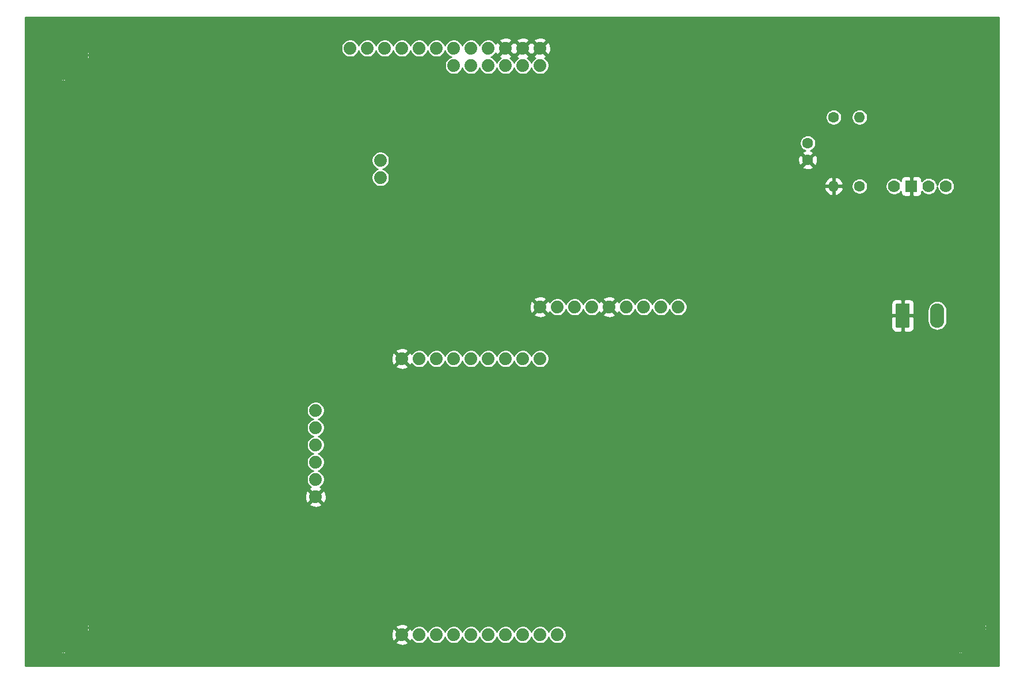
<source format=gbl>
G04 #@! TF.GenerationSoftware,KiCad,Pcbnew,(5.1.9-0-10_14)*
G04 #@! TF.CreationDate,2021-05-11T11:11:06-04:00*
G04 #@! TF.ProjectId,Cryologger GVMS,4372796f-6c6f-4676-9765-722047564d53,v2.0*
G04 #@! TF.SameCoordinates,Original*
G04 #@! TF.FileFunction,Copper,L2,Bot*
G04 #@! TF.FilePolarity,Positive*
%FSLAX46Y46*%
G04 Gerber Fmt 4.6, Leading zero omitted, Abs format (unit mm)*
G04 Created by KiCad (PCBNEW (5.1.9-0-10_14)) date 2021-05-11 11:11:06*
%MOMM*%
%LPD*%
G01*
G04 APERTURE LIST*
G04 #@! TA.AperFunction,ComponentPad*
%ADD10O,1.600000X1.600000*%
G04 #@! TD*
G04 #@! TA.AperFunction,ComponentPad*
%ADD11C,1.600000*%
G04 #@! TD*
G04 #@! TA.AperFunction,ComponentPad*
%ADD12C,1.778000*%
G04 #@! TD*
G04 #@! TA.AperFunction,ComponentPad*
%ADD13R,1.778000X1.778000*%
G04 #@! TD*
G04 #@! TA.AperFunction,ComponentPad*
%ADD14C,1.879600*%
G04 #@! TD*
G04 #@! TA.AperFunction,ComponentPad*
%ADD15C,0.800000*%
G04 #@! TD*
G04 #@! TA.AperFunction,ComponentPad*
%ADD16C,7.400000*%
G04 #@! TD*
G04 #@! TA.AperFunction,ComponentPad*
%ADD17O,2.080000X3.600000*%
G04 #@! TD*
G04 #@! TA.AperFunction,Conductor*
%ADD18C,0.254000*%
G04 #@! TD*
G04 #@! TA.AperFunction,Conductor*
%ADD19C,0.150000*%
G04 #@! TD*
G04 APERTURE END LIST*
D10*
X184150000Y-68580000D03*
D11*
X184150000Y-58420000D03*
D10*
X187960000Y-58420000D03*
D11*
X187960000Y-68580000D03*
X180340000Y-64730000D03*
X180340000Y-62230000D03*
D12*
X193040000Y-68580000D03*
D13*
X195580000Y-68580000D03*
D12*
X198120000Y-68580000D03*
X200660000Y-68580000D03*
D14*
X140970000Y-86360000D03*
X143510000Y-86360000D03*
X146050000Y-86360000D03*
X148590000Y-86360000D03*
X151130000Y-86360000D03*
X153670000Y-86360000D03*
X156210000Y-86360000D03*
X158750000Y-86360000D03*
X161290000Y-86360000D03*
X113030000Y-48260000D03*
X115570000Y-48260000D03*
X118110000Y-48260000D03*
X120650000Y-48260000D03*
X123190000Y-48260000D03*
X125730000Y-48260000D03*
X128270000Y-48260000D03*
X130810000Y-48260000D03*
X133350000Y-48260000D03*
X135890000Y-48260000D03*
X138430000Y-48260000D03*
X140970000Y-48260000D03*
X128270000Y-50800000D03*
X130810000Y-50800000D03*
X133350000Y-50800000D03*
X135890000Y-50800000D03*
X138430000Y-50800000D03*
X140970000Y-50800000D03*
X117475000Y-64770000D03*
X117475000Y-67310000D03*
D15*
X204806621Y-131641779D03*
X202844400Y-130829000D03*
X200882179Y-131641779D03*
X200069400Y-133604000D03*
X200882179Y-135566221D03*
X202844400Y-136379000D03*
X204806621Y-135566221D03*
X205619400Y-133604000D03*
D16*
X202844400Y-133604000D03*
D15*
X72828221Y-47313779D03*
X70866000Y-46501000D03*
X68903779Y-47313779D03*
X68091000Y-49276000D03*
X68903779Y-51238221D03*
X70866000Y-52051000D03*
X72828221Y-51238221D03*
X73641000Y-49276000D03*
D16*
X70866000Y-49276000D03*
D15*
X72828221Y-131641779D03*
X70866000Y-130829000D03*
X68903779Y-131641779D03*
X68091000Y-133604000D03*
X68903779Y-135566221D03*
X70866000Y-136379000D03*
X72828221Y-135566221D03*
X73641000Y-133604000D03*
D16*
X70866000Y-133604000D03*
D15*
X204806621Y-47313779D03*
X202844400Y-46501000D03*
X200882179Y-47313779D03*
X200069400Y-49276000D03*
X200882179Y-51238221D03*
X202844400Y-52051000D03*
X204806621Y-51238221D03*
X205619400Y-49276000D03*
D16*
X202844400Y-49276000D03*
D14*
X120650000Y-134620000D03*
X123190000Y-134620000D03*
X125730000Y-134620000D03*
X128270000Y-134620000D03*
X130810000Y-134620000D03*
X133350000Y-134620000D03*
X135890000Y-134620000D03*
X138430000Y-134620000D03*
X140970000Y-134620000D03*
X143510000Y-134620000D03*
X107950000Y-114300000D03*
X107950000Y-111760000D03*
X107950000Y-109220000D03*
X107950000Y-106680000D03*
X107950000Y-104140000D03*
X107950000Y-101600000D03*
X120650000Y-93980000D03*
X123190000Y-93980000D03*
X125730000Y-93980000D03*
X128270000Y-93980000D03*
X130810000Y-93980000D03*
X133350000Y-93980000D03*
X135890000Y-93980000D03*
X138430000Y-93980000D03*
X140970000Y-93980000D03*
D17*
X199390000Y-87630000D03*
G04 #@! TA.AperFunction,ComponentPad*
G36*
G01*
X193270000Y-89180001D02*
X193270000Y-86079999D01*
G75*
G02*
X193519999Y-85830000I249999J0D01*
G01*
X195100001Y-85830000D01*
G75*
G02*
X195350000Y-86079999I0J-249999D01*
G01*
X195350000Y-89180001D01*
G75*
G02*
X195100001Y-89430000I-249999J0D01*
G01*
X193519999Y-89430000D01*
G75*
G02*
X193270000Y-89180001I0J249999D01*
G01*
G37*
G04 #@! TD.AperFunction*
D18*
X208459401Y-139219000D02*
X65251000Y-139219000D01*
X65251000Y-137085441D01*
X70339164Y-137085441D01*
X70362019Y-137288736D01*
X70549184Y-137369577D01*
X70748523Y-137412351D01*
X70952377Y-137415413D01*
X71152912Y-137378647D01*
X71342420Y-137303466D01*
X71369981Y-137288736D01*
X71392836Y-137085441D01*
X202317564Y-137085441D01*
X202340419Y-137288736D01*
X202527584Y-137369577D01*
X202726923Y-137412351D01*
X202930777Y-137415413D01*
X203131312Y-137378647D01*
X203320820Y-137303466D01*
X203348381Y-137288736D01*
X203371236Y-137085441D01*
X202844400Y-136558605D01*
X202317564Y-137085441D01*
X71392836Y-137085441D01*
X70866000Y-136558605D01*
X70339164Y-137085441D01*
X65251000Y-137085441D01*
X65251000Y-136272662D01*
X68376943Y-136272662D01*
X68399798Y-136475957D01*
X68586963Y-136556798D01*
X68786302Y-136599572D01*
X68990156Y-136602634D01*
X69190691Y-136565868D01*
X69380199Y-136490687D01*
X69407760Y-136475957D01*
X69408949Y-136465377D01*
X69829587Y-136465377D01*
X69866353Y-136665912D01*
X69941534Y-136855420D01*
X69956264Y-136882981D01*
X70159559Y-136905836D01*
X70686395Y-136379000D01*
X71045605Y-136379000D01*
X71572441Y-136905836D01*
X71775736Y-136882981D01*
X71856577Y-136695816D01*
X71899351Y-136496477D01*
X71902413Y-136292623D01*
X71898754Y-136272662D01*
X72301385Y-136272662D01*
X72324240Y-136475957D01*
X72511405Y-136556798D01*
X72710744Y-136599572D01*
X72914598Y-136602634D01*
X73115133Y-136565868D01*
X73304641Y-136490687D01*
X73332202Y-136475957D01*
X73355057Y-136272662D01*
X200355343Y-136272662D01*
X200378198Y-136475957D01*
X200565363Y-136556798D01*
X200764702Y-136599572D01*
X200968556Y-136602634D01*
X201169091Y-136565868D01*
X201358599Y-136490687D01*
X201386160Y-136475957D01*
X201387349Y-136465377D01*
X201807987Y-136465377D01*
X201844753Y-136665912D01*
X201919934Y-136855420D01*
X201934664Y-136882981D01*
X202137959Y-136905836D01*
X202664795Y-136379000D01*
X203024005Y-136379000D01*
X203550841Y-136905836D01*
X203754136Y-136882981D01*
X203834977Y-136695816D01*
X203877751Y-136496477D01*
X203880813Y-136292623D01*
X203877154Y-136272662D01*
X204279785Y-136272662D01*
X204302640Y-136475957D01*
X204489805Y-136556798D01*
X204689144Y-136599572D01*
X204892998Y-136602634D01*
X205093533Y-136565868D01*
X205283041Y-136490687D01*
X205310602Y-136475957D01*
X205333457Y-136272662D01*
X204806621Y-135745826D01*
X204279785Y-136272662D01*
X203877154Y-136272662D01*
X203844047Y-136092088D01*
X203768866Y-135902580D01*
X203754136Y-135875019D01*
X203550841Y-135852164D01*
X203024005Y-136379000D01*
X202664795Y-136379000D01*
X202137959Y-135852164D01*
X201934664Y-135875019D01*
X201853823Y-136062184D01*
X201811049Y-136261523D01*
X201807987Y-136465377D01*
X201387349Y-136465377D01*
X201409015Y-136272662D01*
X200882179Y-135745826D01*
X200355343Y-136272662D01*
X73355057Y-136272662D01*
X72828221Y-135745826D01*
X72301385Y-136272662D01*
X71898754Y-136272662D01*
X71865647Y-136092088D01*
X71790466Y-135902580D01*
X71775736Y-135875019D01*
X71572441Y-135852164D01*
X71045605Y-136379000D01*
X70686395Y-136379000D01*
X70159559Y-135852164D01*
X69956264Y-135875019D01*
X69875423Y-136062184D01*
X69832649Y-136261523D01*
X69829587Y-136465377D01*
X69408949Y-136465377D01*
X69430615Y-136272662D01*
X68903779Y-135745826D01*
X68376943Y-136272662D01*
X65251000Y-136272662D01*
X65251000Y-135652598D01*
X67867366Y-135652598D01*
X67904132Y-135853133D01*
X67979313Y-136042641D01*
X67994043Y-136070202D01*
X68197338Y-136093057D01*
X68724174Y-135566221D01*
X69083384Y-135566221D01*
X69610220Y-136093057D01*
X69813515Y-136070202D01*
X69894356Y-135883037D01*
X69937130Y-135683698D01*
X69937297Y-135672559D01*
X70339164Y-135672559D01*
X70866000Y-136199395D01*
X71392836Y-135672559D01*
X71390592Y-135652598D01*
X71791808Y-135652598D01*
X71828574Y-135853133D01*
X71903755Y-136042641D01*
X71918485Y-136070202D01*
X72121780Y-136093057D01*
X72648616Y-135566221D01*
X73007826Y-135566221D01*
X73534662Y-136093057D01*
X73737957Y-136070202D01*
X73818798Y-135883037D01*
X73855396Y-135712476D01*
X119737129Y-135712476D01*
X119825623Y-135970723D01*
X120104976Y-136105597D01*
X120405275Y-136183381D01*
X120714977Y-136201084D01*
X121022184Y-136158027D01*
X121315086Y-136055865D01*
X121474377Y-135970723D01*
X121562871Y-135712476D01*
X120650000Y-134799605D01*
X119737129Y-135712476D01*
X73855396Y-135712476D01*
X73861572Y-135683698D01*
X73864634Y-135479844D01*
X73827868Y-135279309D01*
X73752687Y-135089801D01*
X73737957Y-135062240D01*
X73534662Y-135039385D01*
X73007826Y-135566221D01*
X72648616Y-135566221D01*
X72121780Y-135039385D01*
X71918485Y-135062240D01*
X71837644Y-135249405D01*
X71794870Y-135448744D01*
X71791808Y-135652598D01*
X71390592Y-135652598D01*
X71369981Y-135469264D01*
X71182816Y-135388423D01*
X70983477Y-135345649D01*
X70779623Y-135342587D01*
X70579088Y-135379353D01*
X70389580Y-135454534D01*
X70362019Y-135469264D01*
X70339164Y-135672559D01*
X69937297Y-135672559D01*
X69940192Y-135479844D01*
X69903426Y-135279309D01*
X69828245Y-135089801D01*
X69813515Y-135062240D01*
X69610220Y-135039385D01*
X69083384Y-135566221D01*
X68724174Y-135566221D01*
X68197338Y-135039385D01*
X67994043Y-135062240D01*
X67913202Y-135249405D01*
X67870428Y-135448744D01*
X67867366Y-135652598D01*
X65251000Y-135652598D01*
X65251000Y-134859780D01*
X68376943Y-134859780D01*
X68903779Y-135386616D01*
X69430615Y-134859780D01*
X72301385Y-134859780D01*
X72828221Y-135386616D01*
X73355057Y-134859780D01*
X73335406Y-134684977D01*
X119068916Y-134684977D01*
X119111973Y-134992184D01*
X119214135Y-135285086D01*
X119299277Y-135444377D01*
X119557524Y-135532871D01*
X120470395Y-134620000D01*
X120829605Y-134620000D01*
X121742476Y-135532871D01*
X122000723Y-135444377D01*
X122064313Y-135312668D01*
X122164067Y-135461961D01*
X122348039Y-135645933D01*
X122564366Y-135790478D01*
X122804737Y-135890043D01*
X123059913Y-135940800D01*
X123320087Y-135940800D01*
X123575263Y-135890043D01*
X123815634Y-135790478D01*
X124031961Y-135645933D01*
X124215933Y-135461961D01*
X124360478Y-135245634D01*
X124460000Y-135005367D01*
X124559522Y-135245634D01*
X124704067Y-135461961D01*
X124888039Y-135645933D01*
X125104366Y-135790478D01*
X125344737Y-135890043D01*
X125599913Y-135940800D01*
X125860087Y-135940800D01*
X126115263Y-135890043D01*
X126355634Y-135790478D01*
X126571961Y-135645933D01*
X126755933Y-135461961D01*
X126900478Y-135245634D01*
X127000000Y-135005367D01*
X127099522Y-135245634D01*
X127244067Y-135461961D01*
X127428039Y-135645933D01*
X127644366Y-135790478D01*
X127884737Y-135890043D01*
X128139913Y-135940800D01*
X128400087Y-135940800D01*
X128655263Y-135890043D01*
X128895634Y-135790478D01*
X129111961Y-135645933D01*
X129295933Y-135461961D01*
X129440478Y-135245634D01*
X129540000Y-135005367D01*
X129639522Y-135245634D01*
X129784067Y-135461961D01*
X129968039Y-135645933D01*
X130184366Y-135790478D01*
X130424737Y-135890043D01*
X130679913Y-135940800D01*
X130940087Y-135940800D01*
X131195263Y-135890043D01*
X131435634Y-135790478D01*
X131651961Y-135645933D01*
X131835933Y-135461961D01*
X131980478Y-135245634D01*
X132080000Y-135005367D01*
X132179522Y-135245634D01*
X132324067Y-135461961D01*
X132508039Y-135645933D01*
X132724366Y-135790478D01*
X132964737Y-135890043D01*
X133219913Y-135940800D01*
X133480087Y-135940800D01*
X133735263Y-135890043D01*
X133975634Y-135790478D01*
X134191961Y-135645933D01*
X134375933Y-135461961D01*
X134520478Y-135245634D01*
X134620000Y-135005367D01*
X134719522Y-135245634D01*
X134864067Y-135461961D01*
X135048039Y-135645933D01*
X135264366Y-135790478D01*
X135504737Y-135890043D01*
X135759913Y-135940800D01*
X136020087Y-135940800D01*
X136275263Y-135890043D01*
X136515634Y-135790478D01*
X136731961Y-135645933D01*
X136915933Y-135461961D01*
X137060478Y-135245634D01*
X137160000Y-135005367D01*
X137259522Y-135245634D01*
X137404067Y-135461961D01*
X137588039Y-135645933D01*
X137804366Y-135790478D01*
X138044737Y-135890043D01*
X138299913Y-135940800D01*
X138560087Y-135940800D01*
X138815263Y-135890043D01*
X139055634Y-135790478D01*
X139271961Y-135645933D01*
X139455933Y-135461961D01*
X139600478Y-135245634D01*
X139700000Y-135005367D01*
X139799522Y-135245634D01*
X139944067Y-135461961D01*
X140128039Y-135645933D01*
X140344366Y-135790478D01*
X140584737Y-135890043D01*
X140839913Y-135940800D01*
X141100087Y-135940800D01*
X141355263Y-135890043D01*
X141595634Y-135790478D01*
X141811961Y-135645933D01*
X141995933Y-135461961D01*
X142140478Y-135245634D01*
X142240000Y-135005367D01*
X142339522Y-135245634D01*
X142484067Y-135461961D01*
X142668039Y-135645933D01*
X142884366Y-135790478D01*
X143124737Y-135890043D01*
X143379913Y-135940800D01*
X143640087Y-135940800D01*
X143895263Y-135890043D01*
X144135634Y-135790478D01*
X144341986Y-135652598D01*
X199845766Y-135652598D01*
X199882532Y-135853133D01*
X199957713Y-136042641D01*
X199972443Y-136070202D01*
X200175738Y-136093057D01*
X200702574Y-135566221D01*
X201061784Y-135566221D01*
X201588620Y-136093057D01*
X201791915Y-136070202D01*
X201872756Y-135883037D01*
X201915530Y-135683698D01*
X201915697Y-135672559D01*
X202317564Y-135672559D01*
X202844400Y-136199395D01*
X203371236Y-135672559D01*
X203368992Y-135652598D01*
X203770208Y-135652598D01*
X203806974Y-135853133D01*
X203882155Y-136042641D01*
X203896885Y-136070202D01*
X204100180Y-136093057D01*
X204627016Y-135566221D01*
X204986226Y-135566221D01*
X205513062Y-136093057D01*
X205716357Y-136070202D01*
X205797198Y-135883037D01*
X205839972Y-135683698D01*
X205843034Y-135479844D01*
X205806268Y-135279309D01*
X205731087Y-135089801D01*
X205716357Y-135062240D01*
X205513062Y-135039385D01*
X204986226Y-135566221D01*
X204627016Y-135566221D01*
X204100180Y-135039385D01*
X203896885Y-135062240D01*
X203816044Y-135249405D01*
X203773270Y-135448744D01*
X203770208Y-135652598D01*
X203368992Y-135652598D01*
X203348381Y-135469264D01*
X203161216Y-135388423D01*
X202961877Y-135345649D01*
X202758023Y-135342587D01*
X202557488Y-135379353D01*
X202367980Y-135454534D01*
X202340419Y-135469264D01*
X202317564Y-135672559D01*
X201915697Y-135672559D01*
X201918592Y-135479844D01*
X201881826Y-135279309D01*
X201806645Y-135089801D01*
X201791915Y-135062240D01*
X201588620Y-135039385D01*
X201061784Y-135566221D01*
X200702574Y-135566221D01*
X200175738Y-135039385D01*
X199972443Y-135062240D01*
X199891602Y-135249405D01*
X199848828Y-135448744D01*
X199845766Y-135652598D01*
X144341986Y-135652598D01*
X144351961Y-135645933D01*
X144535933Y-135461961D01*
X144680478Y-135245634D01*
X144780043Y-135005263D01*
X144808980Y-134859780D01*
X200355343Y-134859780D01*
X200882179Y-135386616D01*
X201409015Y-134859780D01*
X204279785Y-134859780D01*
X204806621Y-135386616D01*
X205333457Y-134859780D01*
X205310602Y-134656485D01*
X205123437Y-134575644D01*
X204924098Y-134532870D01*
X204720244Y-134529808D01*
X204519709Y-134566574D01*
X204330201Y-134641755D01*
X204302640Y-134656485D01*
X204279785Y-134859780D01*
X201409015Y-134859780D01*
X201386160Y-134656485D01*
X201198995Y-134575644D01*
X200999656Y-134532870D01*
X200795802Y-134529808D01*
X200595267Y-134566574D01*
X200405759Y-134641755D01*
X200378198Y-134656485D01*
X200355343Y-134859780D01*
X144808980Y-134859780D01*
X144830800Y-134750087D01*
X144830800Y-134489913D01*
X144795102Y-134310441D01*
X199542564Y-134310441D01*
X199565419Y-134513736D01*
X199752584Y-134594577D01*
X199951923Y-134637351D01*
X200155777Y-134640413D01*
X200356312Y-134603647D01*
X200545820Y-134528466D01*
X200573381Y-134513736D01*
X200596236Y-134310441D01*
X205092564Y-134310441D01*
X205115419Y-134513736D01*
X205302584Y-134594577D01*
X205501923Y-134637351D01*
X205705777Y-134640413D01*
X205906312Y-134603647D01*
X206095820Y-134528466D01*
X206123381Y-134513736D01*
X206146236Y-134310441D01*
X205619400Y-133783605D01*
X205092564Y-134310441D01*
X200596236Y-134310441D01*
X200069400Y-133783605D01*
X199542564Y-134310441D01*
X144795102Y-134310441D01*
X144780043Y-134234737D01*
X144680478Y-133994366D01*
X144535933Y-133778039D01*
X144448271Y-133690377D01*
X199032987Y-133690377D01*
X199069753Y-133890912D01*
X199144934Y-134080420D01*
X199159664Y-134107981D01*
X199362959Y-134130836D01*
X199889795Y-133604000D01*
X200249005Y-133604000D01*
X200775841Y-134130836D01*
X200979136Y-134107981D01*
X201059977Y-133920816D01*
X201102751Y-133721477D01*
X201103218Y-133690377D01*
X204582987Y-133690377D01*
X204619753Y-133890912D01*
X204694934Y-134080420D01*
X204709664Y-134107981D01*
X204912959Y-134130836D01*
X205439795Y-133604000D01*
X205799005Y-133604000D01*
X206325841Y-134130836D01*
X206529136Y-134107981D01*
X206609977Y-133920816D01*
X206652751Y-133721477D01*
X206655813Y-133517623D01*
X206619047Y-133317088D01*
X206543866Y-133127580D01*
X206529136Y-133100019D01*
X206325841Y-133077164D01*
X205799005Y-133604000D01*
X205439795Y-133604000D01*
X204912959Y-133077164D01*
X204709664Y-133100019D01*
X204628823Y-133287184D01*
X204586049Y-133486523D01*
X204582987Y-133690377D01*
X201103218Y-133690377D01*
X201105813Y-133517623D01*
X201069047Y-133317088D01*
X200993866Y-133127580D01*
X200979136Y-133100019D01*
X200775841Y-133077164D01*
X200249005Y-133604000D01*
X199889795Y-133604000D01*
X199362959Y-133077164D01*
X199159664Y-133100019D01*
X199078823Y-133287184D01*
X199036049Y-133486523D01*
X199032987Y-133690377D01*
X144448271Y-133690377D01*
X144351961Y-133594067D01*
X144135634Y-133449522D01*
X143895263Y-133349957D01*
X143640087Y-133299200D01*
X143379913Y-133299200D01*
X143124737Y-133349957D01*
X142884366Y-133449522D01*
X142668039Y-133594067D01*
X142484067Y-133778039D01*
X142339522Y-133994366D01*
X142240000Y-134234633D01*
X142140478Y-133994366D01*
X141995933Y-133778039D01*
X141811961Y-133594067D01*
X141595634Y-133449522D01*
X141355263Y-133349957D01*
X141100087Y-133299200D01*
X140839913Y-133299200D01*
X140584737Y-133349957D01*
X140344366Y-133449522D01*
X140128039Y-133594067D01*
X139944067Y-133778039D01*
X139799522Y-133994366D01*
X139700000Y-134234633D01*
X139600478Y-133994366D01*
X139455933Y-133778039D01*
X139271961Y-133594067D01*
X139055634Y-133449522D01*
X138815263Y-133349957D01*
X138560087Y-133299200D01*
X138299913Y-133299200D01*
X138044737Y-133349957D01*
X137804366Y-133449522D01*
X137588039Y-133594067D01*
X137404067Y-133778039D01*
X137259522Y-133994366D01*
X137160000Y-134234633D01*
X137060478Y-133994366D01*
X136915933Y-133778039D01*
X136731961Y-133594067D01*
X136515634Y-133449522D01*
X136275263Y-133349957D01*
X136020087Y-133299200D01*
X135759913Y-133299200D01*
X135504737Y-133349957D01*
X135264366Y-133449522D01*
X135048039Y-133594067D01*
X134864067Y-133778039D01*
X134719522Y-133994366D01*
X134620000Y-134234633D01*
X134520478Y-133994366D01*
X134375933Y-133778039D01*
X134191961Y-133594067D01*
X133975634Y-133449522D01*
X133735263Y-133349957D01*
X133480087Y-133299200D01*
X133219913Y-133299200D01*
X132964737Y-133349957D01*
X132724366Y-133449522D01*
X132508039Y-133594067D01*
X132324067Y-133778039D01*
X132179522Y-133994366D01*
X132080000Y-134234633D01*
X131980478Y-133994366D01*
X131835933Y-133778039D01*
X131651961Y-133594067D01*
X131435634Y-133449522D01*
X131195263Y-133349957D01*
X130940087Y-133299200D01*
X130679913Y-133299200D01*
X130424737Y-133349957D01*
X130184366Y-133449522D01*
X129968039Y-133594067D01*
X129784067Y-133778039D01*
X129639522Y-133994366D01*
X129540000Y-134234633D01*
X129440478Y-133994366D01*
X129295933Y-133778039D01*
X129111961Y-133594067D01*
X128895634Y-133449522D01*
X128655263Y-133349957D01*
X128400087Y-133299200D01*
X128139913Y-133299200D01*
X127884737Y-133349957D01*
X127644366Y-133449522D01*
X127428039Y-133594067D01*
X127244067Y-133778039D01*
X127099522Y-133994366D01*
X127000000Y-134234633D01*
X126900478Y-133994366D01*
X126755933Y-133778039D01*
X126571961Y-133594067D01*
X126355634Y-133449522D01*
X126115263Y-133349957D01*
X125860087Y-133299200D01*
X125599913Y-133299200D01*
X125344737Y-133349957D01*
X125104366Y-133449522D01*
X124888039Y-133594067D01*
X124704067Y-133778039D01*
X124559522Y-133994366D01*
X124460000Y-134234633D01*
X124360478Y-133994366D01*
X124215933Y-133778039D01*
X124031961Y-133594067D01*
X123815634Y-133449522D01*
X123575263Y-133349957D01*
X123320087Y-133299200D01*
X123059913Y-133299200D01*
X122804737Y-133349957D01*
X122564366Y-133449522D01*
X122348039Y-133594067D01*
X122164067Y-133778039D01*
X122068096Y-133921670D01*
X122000723Y-133795623D01*
X121742476Y-133707129D01*
X120829605Y-134620000D01*
X120470395Y-134620000D01*
X119557524Y-133707129D01*
X119299277Y-133795623D01*
X119164403Y-134074976D01*
X119086619Y-134375275D01*
X119068916Y-134684977D01*
X73335406Y-134684977D01*
X73332202Y-134656485D01*
X73145037Y-134575644D01*
X72945698Y-134532870D01*
X72741844Y-134529808D01*
X72541309Y-134566574D01*
X72351801Y-134641755D01*
X72324240Y-134656485D01*
X72301385Y-134859780D01*
X69430615Y-134859780D01*
X69407760Y-134656485D01*
X69220595Y-134575644D01*
X69021256Y-134532870D01*
X68817402Y-134529808D01*
X68616867Y-134566574D01*
X68427359Y-134641755D01*
X68399798Y-134656485D01*
X68376943Y-134859780D01*
X65251000Y-134859780D01*
X65251000Y-134310441D01*
X67564164Y-134310441D01*
X67587019Y-134513736D01*
X67774184Y-134594577D01*
X67973523Y-134637351D01*
X68177377Y-134640413D01*
X68377912Y-134603647D01*
X68567420Y-134528466D01*
X68594981Y-134513736D01*
X68617836Y-134310441D01*
X73114164Y-134310441D01*
X73137019Y-134513736D01*
X73324184Y-134594577D01*
X73523523Y-134637351D01*
X73727377Y-134640413D01*
X73927912Y-134603647D01*
X74117420Y-134528466D01*
X74144981Y-134513736D01*
X74167836Y-134310441D01*
X73641000Y-133783605D01*
X73114164Y-134310441D01*
X68617836Y-134310441D01*
X68091000Y-133783605D01*
X67564164Y-134310441D01*
X65251000Y-134310441D01*
X65251000Y-133690377D01*
X67054587Y-133690377D01*
X67091353Y-133890912D01*
X67166534Y-134080420D01*
X67181264Y-134107981D01*
X67384559Y-134130836D01*
X67911395Y-133604000D01*
X68270605Y-133604000D01*
X68797441Y-134130836D01*
X69000736Y-134107981D01*
X69081577Y-133920816D01*
X69124351Y-133721477D01*
X69124818Y-133690377D01*
X72604587Y-133690377D01*
X72641353Y-133890912D01*
X72716534Y-134080420D01*
X72731264Y-134107981D01*
X72934559Y-134130836D01*
X73461395Y-133604000D01*
X73820605Y-133604000D01*
X74347441Y-134130836D01*
X74550736Y-134107981D01*
X74631577Y-133920816D01*
X74674351Y-133721477D01*
X74677264Y-133527524D01*
X119737129Y-133527524D01*
X120650000Y-134440395D01*
X121562871Y-133527524D01*
X121474377Y-133269277D01*
X121195024Y-133134403D01*
X120894725Y-133056619D01*
X120585023Y-133038916D01*
X120277816Y-133081973D01*
X119984914Y-133184135D01*
X119825623Y-133269277D01*
X119737129Y-133527524D01*
X74677264Y-133527524D01*
X74677413Y-133517623D01*
X74640647Y-133317088D01*
X74565466Y-133127580D01*
X74550736Y-133100019D01*
X74347441Y-133077164D01*
X73820605Y-133604000D01*
X73461395Y-133604000D01*
X72934559Y-133077164D01*
X72731264Y-133100019D01*
X72650423Y-133287184D01*
X72607649Y-133486523D01*
X72604587Y-133690377D01*
X69124818Y-133690377D01*
X69127413Y-133517623D01*
X69090647Y-133317088D01*
X69015466Y-133127580D01*
X69000736Y-133100019D01*
X68797441Y-133077164D01*
X68270605Y-133604000D01*
X67911395Y-133604000D01*
X67384559Y-133077164D01*
X67181264Y-133100019D01*
X67100423Y-133287184D01*
X67057649Y-133486523D01*
X67054587Y-133690377D01*
X65251000Y-133690377D01*
X65251000Y-132897559D01*
X67564164Y-132897559D01*
X68091000Y-133424395D01*
X68617836Y-132897559D01*
X73114164Y-132897559D01*
X73641000Y-133424395D01*
X74167836Y-132897559D01*
X199542564Y-132897559D01*
X200069400Y-133424395D01*
X200596236Y-132897559D01*
X205092564Y-132897559D01*
X205619400Y-133424395D01*
X206146236Y-132897559D01*
X206123381Y-132694264D01*
X205936216Y-132613423D01*
X205736877Y-132570649D01*
X205533023Y-132567587D01*
X205332488Y-132604353D01*
X205142980Y-132679534D01*
X205115419Y-132694264D01*
X205092564Y-132897559D01*
X200596236Y-132897559D01*
X200573381Y-132694264D01*
X200386216Y-132613423D01*
X200186877Y-132570649D01*
X199983023Y-132567587D01*
X199782488Y-132604353D01*
X199592980Y-132679534D01*
X199565419Y-132694264D01*
X199542564Y-132897559D01*
X74167836Y-132897559D01*
X74144981Y-132694264D01*
X73957816Y-132613423D01*
X73758477Y-132570649D01*
X73554623Y-132567587D01*
X73354088Y-132604353D01*
X73164580Y-132679534D01*
X73137019Y-132694264D01*
X73114164Y-132897559D01*
X68617836Y-132897559D01*
X68594981Y-132694264D01*
X68407816Y-132613423D01*
X68208477Y-132570649D01*
X68004623Y-132567587D01*
X67804088Y-132604353D01*
X67614580Y-132679534D01*
X67587019Y-132694264D01*
X67564164Y-132897559D01*
X65251000Y-132897559D01*
X65251000Y-132348220D01*
X68376943Y-132348220D01*
X68399798Y-132551515D01*
X68586963Y-132632356D01*
X68786302Y-132675130D01*
X68990156Y-132678192D01*
X69190691Y-132641426D01*
X69380199Y-132566245D01*
X69407760Y-132551515D01*
X69430615Y-132348220D01*
X72301385Y-132348220D01*
X72324240Y-132551515D01*
X72511405Y-132632356D01*
X72710744Y-132675130D01*
X72914598Y-132678192D01*
X73115133Y-132641426D01*
X73304641Y-132566245D01*
X73332202Y-132551515D01*
X73355057Y-132348220D01*
X200355343Y-132348220D01*
X200378198Y-132551515D01*
X200565363Y-132632356D01*
X200764702Y-132675130D01*
X200968556Y-132678192D01*
X201169091Y-132641426D01*
X201358599Y-132566245D01*
X201386160Y-132551515D01*
X201409015Y-132348220D01*
X204279785Y-132348220D01*
X204302640Y-132551515D01*
X204489805Y-132632356D01*
X204689144Y-132675130D01*
X204892998Y-132678192D01*
X205093533Y-132641426D01*
X205283041Y-132566245D01*
X205310602Y-132551515D01*
X205333457Y-132348220D01*
X204806621Y-131821384D01*
X204279785Y-132348220D01*
X201409015Y-132348220D01*
X200882179Y-131821384D01*
X200355343Y-132348220D01*
X73355057Y-132348220D01*
X72828221Y-131821384D01*
X72301385Y-132348220D01*
X69430615Y-132348220D01*
X68903779Y-131821384D01*
X68376943Y-132348220D01*
X65251000Y-132348220D01*
X65251000Y-131728156D01*
X67867366Y-131728156D01*
X67904132Y-131928691D01*
X67979313Y-132118199D01*
X67994043Y-132145760D01*
X68197338Y-132168615D01*
X68724174Y-131641779D01*
X69083384Y-131641779D01*
X69610220Y-132168615D01*
X69813515Y-132145760D01*
X69894356Y-131958595D01*
X69937130Y-131759256D01*
X69940192Y-131555402D01*
X69936533Y-131535441D01*
X70339164Y-131535441D01*
X70362019Y-131738736D01*
X70549184Y-131819577D01*
X70748523Y-131862351D01*
X70952377Y-131865413D01*
X71152912Y-131828647D01*
X71342420Y-131753466D01*
X71369981Y-131738736D01*
X71371170Y-131728156D01*
X71791808Y-131728156D01*
X71828574Y-131928691D01*
X71903755Y-132118199D01*
X71918485Y-132145760D01*
X72121780Y-132168615D01*
X72648616Y-131641779D01*
X73007826Y-131641779D01*
X73534662Y-132168615D01*
X73737957Y-132145760D01*
X73818798Y-131958595D01*
X73861572Y-131759256D01*
X73862039Y-131728156D01*
X199845766Y-131728156D01*
X199882532Y-131928691D01*
X199957713Y-132118199D01*
X199972443Y-132145760D01*
X200175738Y-132168615D01*
X200702574Y-131641779D01*
X201061784Y-131641779D01*
X201588620Y-132168615D01*
X201791915Y-132145760D01*
X201872756Y-131958595D01*
X201915530Y-131759256D01*
X201918592Y-131555402D01*
X201914933Y-131535441D01*
X202317564Y-131535441D01*
X202340419Y-131738736D01*
X202527584Y-131819577D01*
X202726923Y-131862351D01*
X202930777Y-131865413D01*
X203131312Y-131828647D01*
X203320820Y-131753466D01*
X203348381Y-131738736D01*
X203349570Y-131728156D01*
X203770208Y-131728156D01*
X203806974Y-131928691D01*
X203882155Y-132118199D01*
X203896885Y-132145760D01*
X204100180Y-132168615D01*
X204627016Y-131641779D01*
X204986226Y-131641779D01*
X205513062Y-132168615D01*
X205716357Y-132145760D01*
X205797198Y-131958595D01*
X205839972Y-131759256D01*
X205843034Y-131555402D01*
X205806268Y-131354867D01*
X205731087Y-131165359D01*
X205716357Y-131137798D01*
X205513062Y-131114943D01*
X204986226Y-131641779D01*
X204627016Y-131641779D01*
X204100180Y-131114943D01*
X203896885Y-131137798D01*
X203816044Y-131324963D01*
X203773270Y-131524302D01*
X203770208Y-131728156D01*
X203349570Y-131728156D01*
X203371236Y-131535441D01*
X202844400Y-131008605D01*
X202317564Y-131535441D01*
X201914933Y-131535441D01*
X201881826Y-131354867D01*
X201806645Y-131165359D01*
X201791915Y-131137798D01*
X201588620Y-131114943D01*
X201061784Y-131641779D01*
X200702574Y-131641779D01*
X200175738Y-131114943D01*
X199972443Y-131137798D01*
X199891602Y-131324963D01*
X199848828Y-131524302D01*
X199845766Y-131728156D01*
X73862039Y-131728156D01*
X73864634Y-131555402D01*
X73827868Y-131354867D01*
X73752687Y-131165359D01*
X73737957Y-131137798D01*
X73534662Y-131114943D01*
X73007826Y-131641779D01*
X72648616Y-131641779D01*
X72121780Y-131114943D01*
X71918485Y-131137798D01*
X71837644Y-131324963D01*
X71794870Y-131524302D01*
X71791808Y-131728156D01*
X71371170Y-131728156D01*
X71392836Y-131535441D01*
X70866000Y-131008605D01*
X70339164Y-131535441D01*
X69936533Y-131535441D01*
X69903426Y-131354867D01*
X69828245Y-131165359D01*
X69813515Y-131137798D01*
X69610220Y-131114943D01*
X69083384Y-131641779D01*
X68724174Y-131641779D01*
X68197338Y-131114943D01*
X67994043Y-131137798D01*
X67913202Y-131324963D01*
X67870428Y-131524302D01*
X67867366Y-131728156D01*
X65251000Y-131728156D01*
X65251000Y-130935338D01*
X68376943Y-130935338D01*
X68903779Y-131462174D01*
X69430615Y-130935338D01*
X69428371Y-130915377D01*
X69829587Y-130915377D01*
X69866353Y-131115912D01*
X69941534Y-131305420D01*
X69956264Y-131332981D01*
X70159559Y-131355836D01*
X70686395Y-130829000D01*
X71045605Y-130829000D01*
X71572441Y-131355836D01*
X71775736Y-131332981D01*
X71856577Y-131145816D01*
X71899351Y-130946477D01*
X71899518Y-130935338D01*
X72301385Y-130935338D01*
X72828221Y-131462174D01*
X73355057Y-130935338D01*
X200355343Y-130935338D01*
X200882179Y-131462174D01*
X201409015Y-130935338D01*
X201406771Y-130915377D01*
X201807987Y-130915377D01*
X201844753Y-131115912D01*
X201919934Y-131305420D01*
X201934664Y-131332981D01*
X202137959Y-131355836D01*
X202664795Y-130829000D01*
X203024005Y-130829000D01*
X203550841Y-131355836D01*
X203754136Y-131332981D01*
X203834977Y-131145816D01*
X203877751Y-130946477D01*
X203877918Y-130935338D01*
X204279785Y-130935338D01*
X204806621Y-131462174D01*
X205333457Y-130935338D01*
X205310602Y-130732043D01*
X205123437Y-130651202D01*
X204924098Y-130608428D01*
X204720244Y-130605366D01*
X204519709Y-130642132D01*
X204330201Y-130717313D01*
X204302640Y-130732043D01*
X204279785Y-130935338D01*
X203877918Y-130935338D01*
X203880813Y-130742623D01*
X203844047Y-130542088D01*
X203768866Y-130352580D01*
X203754136Y-130325019D01*
X203550841Y-130302164D01*
X203024005Y-130829000D01*
X202664795Y-130829000D01*
X202137959Y-130302164D01*
X201934664Y-130325019D01*
X201853823Y-130512184D01*
X201811049Y-130711523D01*
X201807987Y-130915377D01*
X201406771Y-130915377D01*
X201386160Y-130732043D01*
X201198995Y-130651202D01*
X200999656Y-130608428D01*
X200795802Y-130605366D01*
X200595267Y-130642132D01*
X200405759Y-130717313D01*
X200378198Y-130732043D01*
X200355343Y-130935338D01*
X73355057Y-130935338D01*
X73332202Y-130732043D01*
X73145037Y-130651202D01*
X72945698Y-130608428D01*
X72741844Y-130605366D01*
X72541309Y-130642132D01*
X72351801Y-130717313D01*
X72324240Y-130732043D01*
X72301385Y-130935338D01*
X71899518Y-130935338D01*
X71902413Y-130742623D01*
X71865647Y-130542088D01*
X71790466Y-130352580D01*
X71775736Y-130325019D01*
X71572441Y-130302164D01*
X71045605Y-130829000D01*
X70686395Y-130829000D01*
X70159559Y-130302164D01*
X69956264Y-130325019D01*
X69875423Y-130512184D01*
X69832649Y-130711523D01*
X69829587Y-130915377D01*
X69428371Y-130915377D01*
X69407760Y-130732043D01*
X69220595Y-130651202D01*
X69021256Y-130608428D01*
X68817402Y-130605366D01*
X68616867Y-130642132D01*
X68427359Y-130717313D01*
X68399798Y-130732043D01*
X68376943Y-130935338D01*
X65251000Y-130935338D01*
X65251000Y-130122559D01*
X70339164Y-130122559D01*
X70866000Y-130649395D01*
X71392836Y-130122559D01*
X202317564Y-130122559D01*
X202844400Y-130649395D01*
X203371236Y-130122559D01*
X203348381Y-129919264D01*
X203161216Y-129838423D01*
X202961877Y-129795649D01*
X202758023Y-129792587D01*
X202557488Y-129829353D01*
X202367980Y-129904534D01*
X202340419Y-129919264D01*
X202317564Y-130122559D01*
X71392836Y-130122559D01*
X71369981Y-129919264D01*
X71182816Y-129838423D01*
X70983477Y-129795649D01*
X70779623Y-129792587D01*
X70579088Y-129829353D01*
X70389580Y-129904534D01*
X70362019Y-129919264D01*
X70339164Y-130122559D01*
X65251000Y-130122559D01*
X65251000Y-115392476D01*
X107037129Y-115392476D01*
X107125623Y-115650723D01*
X107404976Y-115785597D01*
X107705275Y-115863381D01*
X108014977Y-115881084D01*
X108322184Y-115838027D01*
X108615086Y-115735865D01*
X108774377Y-115650723D01*
X108862871Y-115392476D01*
X107950000Y-114479605D01*
X107037129Y-115392476D01*
X65251000Y-115392476D01*
X65251000Y-114364977D01*
X106368916Y-114364977D01*
X106411973Y-114672184D01*
X106514135Y-114965086D01*
X106599277Y-115124377D01*
X106857524Y-115212871D01*
X107770395Y-114300000D01*
X108129605Y-114300000D01*
X109042476Y-115212871D01*
X109300723Y-115124377D01*
X109435597Y-114845024D01*
X109513381Y-114544725D01*
X109531084Y-114235023D01*
X109488027Y-113927816D01*
X109385865Y-113634914D01*
X109300723Y-113475623D01*
X109042476Y-113387129D01*
X108129605Y-114300000D01*
X107770395Y-114300000D01*
X106857524Y-113387129D01*
X106599277Y-113475623D01*
X106464403Y-113754976D01*
X106386619Y-114055275D01*
X106368916Y-114364977D01*
X65251000Y-114364977D01*
X65251000Y-101469913D01*
X106629200Y-101469913D01*
X106629200Y-101730087D01*
X106679957Y-101985263D01*
X106779522Y-102225634D01*
X106924067Y-102441961D01*
X107108039Y-102625933D01*
X107324366Y-102770478D01*
X107564633Y-102870000D01*
X107324366Y-102969522D01*
X107108039Y-103114067D01*
X106924067Y-103298039D01*
X106779522Y-103514366D01*
X106679957Y-103754737D01*
X106629200Y-104009913D01*
X106629200Y-104270087D01*
X106679957Y-104525263D01*
X106779522Y-104765634D01*
X106924067Y-104981961D01*
X107108039Y-105165933D01*
X107324366Y-105310478D01*
X107564633Y-105410000D01*
X107324366Y-105509522D01*
X107108039Y-105654067D01*
X106924067Y-105838039D01*
X106779522Y-106054366D01*
X106679957Y-106294737D01*
X106629200Y-106549913D01*
X106629200Y-106810087D01*
X106679957Y-107065263D01*
X106779522Y-107305634D01*
X106924067Y-107521961D01*
X107108039Y-107705933D01*
X107324366Y-107850478D01*
X107564633Y-107950000D01*
X107324366Y-108049522D01*
X107108039Y-108194067D01*
X106924067Y-108378039D01*
X106779522Y-108594366D01*
X106679957Y-108834737D01*
X106629200Y-109089913D01*
X106629200Y-109350087D01*
X106679957Y-109605263D01*
X106779522Y-109845634D01*
X106924067Y-110061961D01*
X107108039Y-110245933D01*
X107324366Y-110390478D01*
X107564633Y-110490000D01*
X107324366Y-110589522D01*
X107108039Y-110734067D01*
X106924067Y-110918039D01*
X106779522Y-111134366D01*
X106679957Y-111374737D01*
X106629200Y-111629913D01*
X106629200Y-111890087D01*
X106679957Y-112145263D01*
X106779522Y-112385634D01*
X106924067Y-112601961D01*
X107108039Y-112785933D01*
X107251670Y-112881904D01*
X107125623Y-112949277D01*
X107037129Y-113207524D01*
X107950000Y-114120395D01*
X108862871Y-113207524D01*
X108774377Y-112949277D01*
X108642668Y-112885687D01*
X108791961Y-112785933D01*
X108975933Y-112601961D01*
X109120478Y-112385634D01*
X109220043Y-112145263D01*
X109270800Y-111890087D01*
X109270800Y-111629913D01*
X109220043Y-111374737D01*
X109120478Y-111134366D01*
X108975933Y-110918039D01*
X108791961Y-110734067D01*
X108575634Y-110589522D01*
X108335367Y-110490000D01*
X108575634Y-110390478D01*
X108791961Y-110245933D01*
X108975933Y-110061961D01*
X109120478Y-109845634D01*
X109220043Y-109605263D01*
X109270800Y-109350087D01*
X109270800Y-109089913D01*
X109220043Y-108834737D01*
X109120478Y-108594366D01*
X108975933Y-108378039D01*
X108791961Y-108194067D01*
X108575634Y-108049522D01*
X108335367Y-107950000D01*
X108575634Y-107850478D01*
X108791961Y-107705933D01*
X108975933Y-107521961D01*
X109120478Y-107305634D01*
X109220043Y-107065263D01*
X109270800Y-106810087D01*
X109270800Y-106549913D01*
X109220043Y-106294737D01*
X109120478Y-106054366D01*
X108975933Y-105838039D01*
X108791961Y-105654067D01*
X108575634Y-105509522D01*
X108335367Y-105410000D01*
X108575634Y-105310478D01*
X108791961Y-105165933D01*
X108975933Y-104981961D01*
X109120478Y-104765634D01*
X109220043Y-104525263D01*
X109270800Y-104270087D01*
X109270800Y-104009913D01*
X109220043Y-103754737D01*
X109120478Y-103514366D01*
X108975933Y-103298039D01*
X108791961Y-103114067D01*
X108575634Y-102969522D01*
X108335367Y-102870000D01*
X108575634Y-102770478D01*
X108791961Y-102625933D01*
X108975933Y-102441961D01*
X109120478Y-102225634D01*
X109220043Y-101985263D01*
X109270800Y-101730087D01*
X109270800Y-101469913D01*
X109220043Y-101214737D01*
X109120478Y-100974366D01*
X108975933Y-100758039D01*
X108791961Y-100574067D01*
X108575634Y-100429522D01*
X108335263Y-100329957D01*
X108080087Y-100279200D01*
X107819913Y-100279200D01*
X107564737Y-100329957D01*
X107324366Y-100429522D01*
X107108039Y-100574067D01*
X106924067Y-100758039D01*
X106779522Y-100974366D01*
X106679957Y-101214737D01*
X106629200Y-101469913D01*
X65251000Y-101469913D01*
X65251000Y-95072476D01*
X119737129Y-95072476D01*
X119825623Y-95330723D01*
X120104976Y-95465597D01*
X120405275Y-95543381D01*
X120714977Y-95561084D01*
X121022184Y-95518027D01*
X121315086Y-95415865D01*
X121474377Y-95330723D01*
X121562871Y-95072476D01*
X120650000Y-94159605D01*
X119737129Y-95072476D01*
X65251000Y-95072476D01*
X65251000Y-94044977D01*
X119068916Y-94044977D01*
X119111973Y-94352184D01*
X119214135Y-94645086D01*
X119299277Y-94804377D01*
X119557524Y-94892871D01*
X120470395Y-93980000D01*
X120829605Y-93980000D01*
X121742476Y-94892871D01*
X122000723Y-94804377D01*
X122064313Y-94672668D01*
X122164067Y-94821961D01*
X122348039Y-95005933D01*
X122564366Y-95150478D01*
X122804737Y-95250043D01*
X123059913Y-95300800D01*
X123320087Y-95300800D01*
X123575263Y-95250043D01*
X123815634Y-95150478D01*
X124031961Y-95005933D01*
X124215933Y-94821961D01*
X124360478Y-94605634D01*
X124460000Y-94365367D01*
X124559522Y-94605634D01*
X124704067Y-94821961D01*
X124888039Y-95005933D01*
X125104366Y-95150478D01*
X125344737Y-95250043D01*
X125599913Y-95300800D01*
X125860087Y-95300800D01*
X126115263Y-95250043D01*
X126355634Y-95150478D01*
X126571961Y-95005933D01*
X126755933Y-94821961D01*
X126900478Y-94605634D01*
X127000000Y-94365367D01*
X127099522Y-94605634D01*
X127244067Y-94821961D01*
X127428039Y-95005933D01*
X127644366Y-95150478D01*
X127884737Y-95250043D01*
X128139913Y-95300800D01*
X128400087Y-95300800D01*
X128655263Y-95250043D01*
X128895634Y-95150478D01*
X129111961Y-95005933D01*
X129295933Y-94821961D01*
X129440478Y-94605634D01*
X129540000Y-94365367D01*
X129639522Y-94605634D01*
X129784067Y-94821961D01*
X129968039Y-95005933D01*
X130184366Y-95150478D01*
X130424737Y-95250043D01*
X130679913Y-95300800D01*
X130940087Y-95300800D01*
X131195263Y-95250043D01*
X131435634Y-95150478D01*
X131651961Y-95005933D01*
X131835933Y-94821961D01*
X131980478Y-94605634D01*
X132080000Y-94365367D01*
X132179522Y-94605634D01*
X132324067Y-94821961D01*
X132508039Y-95005933D01*
X132724366Y-95150478D01*
X132964737Y-95250043D01*
X133219913Y-95300800D01*
X133480087Y-95300800D01*
X133735263Y-95250043D01*
X133975634Y-95150478D01*
X134191961Y-95005933D01*
X134375933Y-94821961D01*
X134520478Y-94605634D01*
X134620000Y-94365367D01*
X134719522Y-94605634D01*
X134864067Y-94821961D01*
X135048039Y-95005933D01*
X135264366Y-95150478D01*
X135504737Y-95250043D01*
X135759913Y-95300800D01*
X136020087Y-95300800D01*
X136275263Y-95250043D01*
X136515634Y-95150478D01*
X136731961Y-95005933D01*
X136915933Y-94821961D01*
X137060478Y-94605634D01*
X137160000Y-94365367D01*
X137259522Y-94605634D01*
X137404067Y-94821961D01*
X137588039Y-95005933D01*
X137804366Y-95150478D01*
X138044737Y-95250043D01*
X138299913Y-95300800D01*
X138560087Y-95300800D01*
X138815263Y-95250043D01*
X139055634Y-95150478D01*
X139271961Y-95005933D01*
X139455933Y-94821961D01*
X139600478Y-94605634D01*
X139700000Y-94365367D01*
X139799522Y-94605634D01*
X139944067Y-94821961D01*
X140128039Y-95005933D01*
X140344366Y-95150478D01*
X140584737Y-95250043D01*
X140839913Y-95300800D01*
X141100087Y-95300800D01*
X141355263Y-95250043D01*
X141595634Y-95150478D01*
X141811961Y-95005933D01*
X141995933Y-94821961D01*
X142140478Y-94605634D01*
X142240043Y-94365263D01*
X142290800Y-94110087D01*
X142290800Y-93849913D01*
X142240043Y-93594737D01*
X142140478Y-93354366D01*
X141995933Y-93138039D01*
X141811961Y-92954067D01*
X141595634Y-92809522D01*
X141355263Y-92709957D01*
X141100087Y-92659200D01*
X140839913Y-92659200D01*
X140584737Y-92709957D01*
X140344366Y-92809522D01*
X140128039Y-92954067D01*
X139944067Y-93138039D01*
X139799522Y-93354366D01*
X139700000Y-93594633D01*
X139600478Y-93354366D01*
X139455933Y-93138039D01*
X139271961Y-92954067D01*
X139055634Y-92809522D01*
X138815263Y-92709957D01*
X138560087Y-92659200D01*
X138299913Y-92659200D01*
X138044737Y-92709957D01*
X137804366Y-92809522D01*
X137588039Y-92954067D01*
X137404067Y-93138039D01*
X137259522Y-93354366D01*
X137160000Y-93594633D01*
X137060478Y-93354366D01*
X136915933Y-93138039D01*
X136731961Y-92954067D01*
X136515634Y-92809522D01*
X136275263Y-92709957D01*
X136020087Y-92659200D01*
X135759913Y-92659200D01*
X135504737Y-92709957D01*
X135264366Y-92809522D01*
X135048039Y-92954067D01*
X134864067Y-93138039D01*
X134719522Y-93354366D01*
X134620000Y-93594633D01*
X134520478Y-93354366D01*
X134375933Y-93138039D01*
X134191961Y-92954067D01*
X133975634Y-92809522D01*
X133735263Y-92709957D01*
X133480087Y-92659200D01*
X133219913Y-92659200D01*
X132964737Y-92709957D01*
X132724366Y-92809522D01*
X132508039Y-92954067D01*
X132324067Y-93138039D01*
X132179522Y-93354366D01*
X132080000Y-93594633D01*
X131980478Y-93354366D01*
X131835933Y-93138039D01*
X131651961Y-92954067D01*
X131435634Y-92809522D01*
X131195263Y-92709957D01*
X130940087Y-92659200D01*
X130679913Y-92659200D01*
X130424737Y-92709957D01*
X130184366Y-92809522D01*
X129968039Y-92954067D01*
X129784067Y-93138039D01*
X129639522Y-93354366D01*
X129540000Y-93594633D01*
X129440478Y-93354366D01*
X129295933Y-93138039D01*
X129111961Y-92954067D01*
X128895634Y-92809522D01*
X128655263Y-92709957D01*
X128400087Y-92659200D01*
X128139913Y-92659200D01*
X127884737Y-92709957D01*
X127644366Y-92809522D01*
X127428039Y-92954067D01*
X127244067Y-93138039D01*
X127099522Y-93354366D01*
X127000000Y-93594633D01*
X126900478Y-93354366D01*
X126755933Y-93138039D01*
X126571961Y-92954067D01*
X126355634Y-92809522D01*
X126115263Y-92709957D01*
X125860087Y-92659200D01*
X125599913Y-92659200D01*
X125344737Y-92709957D01*
X125104366Y-92809522D01*
X124888039Y-92954067D01*
X124704067Y-93138039D01*
X124559522Y-93354366D01*
X124460000Y-93594633D01*
X124360478Y-93354366D01*
X124215933Y-93138039D01*
X124031961Y-92954067D01*
X123815634Y-92809522D01*
X123575263Y-92709957D01*
X123320087Y-92659200D01*
X123059913Y-92659200D01*
X122804737Y-92709957D01*
X122564366Y-92809522D01*
X122348039Y-92954067D01*
X122164067Y-93138039D01*
X122068096Y-93281670D01*
X122000723Y-93155623D01*
X121742476Y-93067129D01*
X120829605Y-93980000D01*
X120470395Y-93980000D01*
X119557524Y-93067129D01*
X119299277Y-93155623D01*
X119164403Y-93434976D01*
X119086619Y-93735275D01*
X119068916Y-94044977D01*
X65251000Y-94044977D01*
X65251000Y-92887524D01*
X119737129Y-92887524D01*
X120650000Y-93800395D01*
X121562871Y-92887524D01*
X121474377Y-92629277D01*
X121195024Y-92494403D01*
X120894725Y-92416619D01*
X120585023Y-92398916D01*
X120277816Y-92441973D01*
X119984914Y-92544135D01*
X119825623Y-92629277D01*
X119737129Y-92887524D01*
X65251000Y-92887524D01*
X65251000Y-89430000D01*
X192631928Y-89430000D01*
X192644188Y-89554482D01*
X192680498Y-89674180D01*
X192739463Y-89784494D01*
X192818815Y-89881185D01*
X192915506Y-89960537D01*
X193025820Y-90019502D01*
X193145518Y-90055812D01*
X193270000Y-90068072D01*
X194024250Y-90065000D01*
X194183000Y-89906250D01*
X194183000Y-87757000D01*
X194437000Y-87757000D01*
X194437000Y-89906250D01*
X194595750Y-90065000D01*
X195350000Y-90068072D01*
X195474482Y-90055812D01*
X195594180Y-90019502D01*
X195704494Y-89960537D01*
X195801185Y-89881185D01*
X195880537Y-89784494D01*
X195939502Y-89674180D01*
X195975812Y-89554482D01*
X195988072Y-89430000D01*
X195985000Y-87915750D01*
X195826250Y-87757000D01*
X194437000Y-87757000D01*
X194183000Y-87757000D01*
X192793750Y-87757000D01*
X192635000Y-87915750D01*
X192631928Y-89430000D01*
X65251000Y-89430000D01*
X65251000Y-87452476D01*
X140057129Y-87452476D01*
X140145623Y-87710723D01*
X140424976Y-87845597D01*
X140725275Y-87923381D01*
X141034977Y-87941084D01*
X141342184Y-87898027D01*
X141635086Y-87795865D01*
X141794377Y-87710723D01*
X141882871Y-87452476D01*
X140970000Y-86539605D01*
X140057129Y-87452476D01*
X65251000Y-87452476D01*
X65251000Y-86424977D01*
X139388916Y-86424977D01*
X139431973Y-86732184D01*
X139534135Y-87025086D01*
X139619277Y-87184377D01*
X139877524Y-87272871D01*
X140790395Y-86360000D01*
X141149605Y-86360000D01*
X142062476Y-87272871D01*
X142320723Y-87184377D01*
X142384313Y-87052668D01*
X142484067Y-87201961D01*
X142668039Y-87385933D01*
X142884366Y-87530478D01*
X143124737Y-87630043D01*
X143379913Y-87680800D01*
X143640087Y-87680800D01*
X143895263Y-87630043D01*
X144135634Y-87530478D01*
X144351961Y-87385933D01*
X144535933Y-87201961D01*
X144680478Y-86985634D01*
X144780000Y-86745367D01*
X144879522Y-86985634D01*
X145024067Y-87201961D01*
X145208039Y-87385933D01*
X145424366Y-87530478D01*
X145664737Y-87630043D01*
X145919913Y-87680800D01*
X146180087Y-87680800D01*
X146435263Y-87630043D01*
X146675634Y-87530478D01*
X146891961Y-87385933D01*
X147075933Y-87201961D01*
X147220478Y-86985634D01*
X147320000Y-86745367D01*
X147419522Y-86985634D01*
X147564067Y-87201961D01*
X147748039Y-87385933D01*
X147964366Y-87530478D01*
X148204737Y-87630043D01*
X148459913Y-87680800D01*
X148720087Y-87680800D01*
X148975263Y-87630043D01*
X149215634Y-87530478D01*
X149332372Y-87452476D01*
X150217129Y-87452476D01*
X150305623Y-87710723D01*
X150584976Y-87845597D01*
X150885275Y-87923381D01*
X151194977Y-87941084D01*
X151502184Y-87898027D01*
X151795086Y-87795865D01*
X151954377Y-87710723D01*
X152042871Y-87452476D01*
X151130000Y-86539605D01*
X150217129Y-87452476D01*
X149332372Y-87452476D01*
X149431961Y-87385933D01*
X149615933Y-87201961D01*
X149711904Y-87058330D01*
X149779277Y-87184377D01*
X150037524Y-87272871D01*
X150950395Y-86360000D01*
X151309605Y-86360000D01*
X152222476Y-87272871D01*
X152480723Y-87184377D01*
X152544313Y-87052668D01*
X152644067Y-87201961D01*
X152828039Y-87385933D01*
X153044366Y-87530478D01*
X153284737Y-87630043D01*
X153539913Y-87680800D01*
X153800087Y-87680800D01*
X154055263Y-87630043D01*
X154295634Y-87530478D01*
X154511961Y-87385933D01*
X154695933Y-87201961D01*
X154840478Y-86985634D01*
X154940000Y-86745367D01*
X155039522Y-86985634D01*
X155184067Y-87201961D01*
X155368039Y-87385933D01*
X155584366Y-87530478D01*
X155824737Y-87630043D01*
X156079913Y-87680800D01*
X156340087Y-87680800D01*
X156595263Y-87630043D01*
X156835634Y-87530478D01*
X157051961Y-87385933D01*
X157235933Y-87201961D01*
X157380478Y-86985634D01*
X157480000Y-86745367D01*
X157579522Y-86985634D01*
X157724067Y-87201961D01*
X157908039Y-87385933D01*
X158124366Y-87530478D01*
X158364737Y-87630043D01*
X158619913Y-87680800D01*
X158880087Y-87680800D01*
X159135263Y-87630043D01*
X159375634Y-87530478D01*
X159591961Y-87385933D01*
X159775933Y-87201961D01*
X159920478Y-86985634D01*
X160020000Y-86745367D01*
X160119522Y-86985634D01*
X160264067Y-87201961D01*
X160448039Y-87385933D01*
X160664366Y-87530478D01*
X160904737Y-87630043D01*
X161159913Y-87680800D01*
X161420087Y-87680800D01*
X161675263Y-87630043D01*
X161915634Y-87530478D01*
X162131961Y-87385933D01*
X162315933Y-87201961D01*
X162460478Y-86985634D01*
X162560043Y-86745263D01*
X162610800Y-86490087D01*
X162610800Y-86229913D01*
X162560043Y-85974737D01*
X162500091Y-85830000D01*
X192631928Y-85830000D01*
X192635000Y-87344250D01*
X192793750Y-87503000D01*
X194183000Y-87503000D01*
X194183000Y-85353750D01*
X194437000Y-85353750D01*
X194437000Y-87503000D01*
X195826250Y-87503000D01*
X195985000Y-87344250D01*
X195986103Y-86800197D01*
X197969000Y-86800197D01*
X197969000Y-88459804D01*
X197989561Y-88668565D01*
X198070817Y-88936424D01*
X198202766Y-89183285D01*
X198380341Y-89399660D01*
X198596716Y-89577235D01*
X198843577Y-89709184D01*
X199111436Y-89790439D01*
X199390000Y-89817875D01*
X199668565Y-89790439D01*
X199936424Y-89709184D01*
X200183285Y-89577235D01*
X200399660Y-89399660D01*
X200577235Y-89183285D01*
X200709184Y-88936424D01*
X200790439Y-88668565D01*
X200811000Y-88459804D01*
X200811000Y-86800196D01*
X200790439Y-86591435D01*
X200709184Y-86323576D01*
X200577235Y-86076715D01*
X200399659Y-85860340D01*
X200183284Y-85682765D01*
X199936423Y-85550816D01*
X199668564Y-85469561D01*
X199390000Y-85442125D01*
X199111435Y-85469561D01*
X198843576Y-85550816D01*
X198596715Y-85682765D01*
X198380340Y-85860341D01*
X198202765Y-86076716D01*
X198070816Y-86323577D01*
X197989561Y-86591436D01*
X197969000Y-86800197D01*
X195986103Y-86800197D01*
X195988072Y-85830000D01*
X195975812Y-85705518D01*
X195939502Y-85585820D01*
X195880537Y-85475506D01*
X195801185Y-85378815D01*
X195704494Y-85299463D01*
X195594180Y-85240498D01*
X195474482Y-85204188D01*
X195350000Y-85191928D01*
X194595750Y-85195000D01*
X194437000Y-85353750D01*
X194183000Y-85353750D01*
X194024250Y-85195000D01*
X193270000Y-85191928D01*
X193145518Y-85204188D01*
X193025820Y-85240498D01*
X192915506Y-85299463D01*
X192818815Y-85378815D01*
X192739463Y-85475506D01*
X192680498Y-85585820D01*
X192644188Y-85705518D01*
X192631928Y-85830000D01*
X162500091Y-85830000D01*
X162460478Y-85734366D01*
X162315933Y-85518039D01*
X162131961Y-85334067D01*
X161915634Y-85189522D01*
X161675263Y-85089957D01*
X161420087Y-85039200D01*
X161159913Y-85039200D01*
X160904737Y-85089957D01*
X160664366Y-85189522D01*
X160448039Y-85334067D01*
X160264067Y-85518039D01*
X160119522Y-85734366D01*
X160020000Y-85974633D01*
X159920478Y-85734366D01*
X159775933Y-85518039D01*
X159591961Y-85334067D01*
X159375634Y-85189522D01*
X159135263Y-85089957D01*
X158880087Y-85039200D01*
X158619913Y-85039200D01*
X158364737Y-85089957D01*
X158124366Y-85189522D01*
X157908039Y-85334067D01*
X157724067Y-85518039D01*
X157579522Y-85734366D01*
X157480000Y-85974633D01*
X157380478Y-85734366D01*
X157235933Y-85518039D01*
X157051961Y-85334067D01*
X156835634Y-85189522D01*
X156595263Y-85089957D01*
X156340087Y-85039200D01*
X156079913Y-85039200D01*
X155824737Y-85089957D01*
X155584366Y-85189522D01*
X155368039Y-85334067D01*
X155184067Y-85518039D01*
X155039522Y-85734366D01*
X154940000Y-85974633D01*
X154840478Y-85734366D01*
X154695933Y-85518039D01*
X154511961Y-85334067D01*
X154295634Y-85189522D01*
X154055263Y-85089957D01*
X153800087Y-85039200D01*
X153539913Y-85039200D01*
X153284737Y-85089957D01*
X153044366Y-85189522D01*
X152828039Y-85334067D01*
X152644067Y-85518039D01*
X152548096Y-85661670D01*
X152480723Y-85535623D01*
X152222476Y-85447129D01*
X151309605Y-86360000D01*
X150950395Y-86360000D01*
X150037524Y-85447129D01*
X149779277Y-85535623D01*
X149715687Y-85667332D01*
X149615933Y-85518039D01*
X149431961Y-85334067D01*
X149332373Y-85267524D01*
X150217129Y-85267524D01*
X151130000Y-86180395D01*
X152042871Y-85267524D01*
X151954377Y-85009277D01*
X151675024Y-84874403D01*
X151374725Y-84796619D01*
X151065023Y-84778916D01*
X150757816Y-84821973D01*
X150464914Y-84924135D01*
X150305623Y-85009277D01*
X150217129Y-85267524D01*
X149332373Y-85267524D01*
X149215634Y-85189522D01*
X148975263Y-85089957D01*
X148720087Y-85039200D01*
X148459913Y-85039200D01*
X148204737Y-85089957D01*
X147964366Y-85189522D01*
X147748039Y-85334067D01*
X147564067Y-85518039D01*
X147419522Y-85734366D01*
X147320000Y-85974633D01*
X147220478Y-85734366D01*
X147075933Y-85518039D01*
X146891961Y-85334067D01*
X146675634Y-85189522D01*
X146435263Y-85089957D01*
X146180087Y-85039200D01*
X145919913Y-85039200D01*
X145664737Y-85089957D01*
X145424366Y-85189522D01*
X145208039Y-85334067D01*
X145024067Y-85518039D01*
X144879522Y-85734366D01*
X144780000Y-85974633D01*
X144680478Y-85734366D01*
X144535933Y-85518039D01*
X144351961Y-85334067D01*
X144135634Y-85189522D01*
X143895263Y-85089957D01*
X143640087Y-85039200D01*
X143379913Y-85039200D01*
X143124737Y-85089957D01*
X142884366Y-85189522D01*
X142668039Y-85334067D01*
X142484067Y-85518039D01*
X142388096Y-85661670D01*
X142320723Y-85535623D01*
X142062476Y-85447129D01*
X141149605Y-86360000D01*
X140790395Y-86360000D01*
X139877524Y-85447129D01*
X139619277Y-85535623D01*
X139484403Y-85814976D01*
X139406619Y-86115275D01*
X139388916Y-86424977D01*
X65251000Y-86424977D01*
X65251000Y-85267524D01*
X140057129Y-85267524D01*
X140970000Y-86180395D01*
X141882871Y-85267524D01*
X141794377Y-85009277D01*
X141515024Y-84874403D01*
X141214725Y-84796619D01*
X140905023Y-84778916D01*
X140597816Y-84821973D01*
X140304914Y-84924135D01*
X140145623Y-85009277D01*
X140057129Y-85267524D01*
X65251000Y-85267524D01*
X65251000Y-68929040D01*
X182758091Y-68929040D01*
X182852930Y-69193881D01*
X182997615Y-69435131D01*
X183186586Y-69643519D01*
X183412580Y-69811037D01*
X183666913Y-69931246D01*
X183800961Y-69971904D01*
X184023000Y-69849915D01*
X184023000Y-68707000D01*
X184277000Y-68707000D01*
X184277000Y-69849915D01*
X184499039Y-69971904D01*
X184633087Y-69931246D01*
X184887420Y-69811037D01*
X185113414Y-69643519D01*
X185302385Y-69435131D01*
X185447070Y-69193881D01*
X185541909Y-68929040D01*
X185420624Y-68707000D01*
X184277000Y-68707000D01*
X184023000Y-68707000D01*
X182879376Y-68707000D01*
X182758091Y-68929040D01*
X65251000Y-68929040D01*
X65251000Y-64639913D01*
X116154200Y-64639913D01*
X116154200Y-64900087D01*
X116204957Y-65155263D01*
X116304522Y-65395634D01*
X116449067Y-65611961D01*
X116633039Y-65795933D01*
X116849366Y-65940478D01*
X117089633Y-66040000D01*
X116849366Y-66139522D01*
X116633039Y-66284067D01*
X116449067Y-66468039D01*
X116304522Y-66684366D01*
X116204957Y-66924737D01*
X116154200Y-67179913D01*
X116154200Y-67440087D01*
X116204957Y-67695263D01*
X116304522Y-67935634D01*
X116449067Y-68151961D01*
X116633039Y-68335933D01*
X116849366Y-68480478D01*
X117089737Y-68580043D01*
X117344913Y-68630800D01*
X117605087Y-68630800D01*
X117860263Y-68580043D01*
X118100634Y-68480478D01*
X118125771Y-68463682D01*
X186779000Y-68463682D01*
X186779000Y-68696318D01*
X186824386Y-68924485D01*
X186913412Y-69139413D01*
X187042658Y-69332843D01*
X187207157Y-69497342D01*
X187400587Y-69626588D01*
X187615515Y-69715614D01*
X187843682Y-69761000D01*
X188076318Y-69761000D01*
X188304485Y-69715614D01*
X188519413Y-69626588D01*
X188712843Y-69497342D01*
X188877342Y-69332843D01*
X189006588Y-69139413D01*
X189095614Y-68924485D01*
X189141000Y-68696318D01*
X189141000Y-68463682D01*
X189139257Y-68454916D01*
X191770000Y-68454916D01*
X191770000Y-68705084D01*
X191818805Y-68950445D01*
X191914541Y-69181571D01*
X192053527Y-69389578D01*
X192230422Y-69566473D01*
X192438429Y-69705459D01*
X192669555Y-69801195D01*
X192914916Y-69850000D01*
X193165084Y-69850000D01*
X193410445Y-69801195D01*
X193641571Y-69705459D01*
X193849578Y-69566473D01*
X194026473Y-69389578D01*
X194053539Y-69349071D01*
X194052928Y-69469000D01*
X194065188Y-69593482D01*
X194101498Y-69713180D01*
X194160463Y-69823494D01*
X194239815Y-69920185D01*
X194336506Y-69999537D01*
X194446820Y-70058502D01*
X194566518Y-70094812D01*
X194691000Y-70107072D01*
X195294250Y-70104000D01*
X195453000Y-69945250D01*
X195453000Y-68707000D01*
X195433000Y-68707000D01*
X195433000Y-68453000D01*
X195453000Y-68453000D01*
X195453000Y-67214750D01*
X195707000Y-67214750D01*
X195707000Y-68453000D01*
X195727000Y-68453000D01*
X195727000Y-68707000D01*
X195707000Y-68707000D01*
X195707000Y-69945250D01*
X195865750Y-70104000D01*
X196469000Y-70107072D01*
X196593482Y-70094812D01*
X196713180Y-70058502D01*
X196823494Y-69999537D01*
X196920185Y-69920185D01*
X196999537Y-69823494D01*
X197058502Y-69713180D01*
X197094812Y-69593482D01*
X197107072Y-69469000D01*
X197106461Y-69349071D01*
X197133527Y-69389578D01*
X197310422Y-69566473D01*
X197518429Y-69705459D01*
X197749555Y-69801195D01*
X197994916Y-69850000D01*
X198245084Y-69850000D01*
X198490445Y-69801195D01*
X198721571Y-69705459D01*
X198929578Y-69566473D01*
X199106473Y-69389578D01*
X199245459Y-69181571D01*
X199341195Y-68950445D01*
X199390000Y-68705084D01*
X199438805Y-68950445D01*
X199534541Y-69181571D01*
X199673527Y-69389578D01*
X199850422Y-69566473D01*
X200058429Y-69705459D01*
X200289555Y-69801195D01*
X200534916Y-69850000D01*
X200785084Y-69850000D01*
X201030445Y-69801195D01*
X201261571Y-69705459D01*
X201469578Y-69566473D01*
X201646473Y-69389578D01*
X201785459Y-69181571D01*
X201881195Y-68950445D01*
X201930000Y-68705084D01*
X201930000Y-68454916D01*
X201881195Y-68209555D01*
X201785459Y-67978429D01*
X201646473Y-67770422D01*
X201469578Y-67593527D01*
X201261571Y-67454541D01*
X201030445Y-67358805D01*
X200785084Y-67310000D01*
X200534916Y-67310000D01*
X200289555Y-67358805D01*
X200058429Y-67454541D01*
X199850422Y-67593527D01*
X199673527Y-67770422D01*
X199534541Y-67978429D01*
X199438805Y-68209555D01*
X199390000Y-68454916D01*
X199341195Y-68209555D01*
X199245459Y-67978429D01*
X199106473Y-67770422D01*
X198929578Y-67593527D01*
X198721571Y-67454541D01*
X198490445Y-67358805D01*
X198245084Y-67310000D01*
X197994916Y-67310000D01*
X197749555Y-67358805D01*
X197518429Y-67454541D01*
X197310422Y-67593527D01*
X197133527Y-67770422D01*
X197106461Y-67810929D01*
X197107072Y-67691000D01*
X197094812Y-67566518D01*
X197058502Y-67446820D01*
X196999537Y-67336506D01*
X196920185Y-67239815D01*
X196823494Y-67160463D01*
X196713180Y-67101498D01*
X196593482Y-67065188D01*
X196469000Y-67052928D01*
X195865750Y-67056000D01*
X195707000Y-67214750D01*
X195453000Y-67214750D01*
X195294250Y-67056000D01*
X194691000Y-67052928D01*
X194566518Y-67065188D01*
X194446820Y-67101498D01*
X194336506Y-67160463D01*
X194239815Y-67239815D01*
X194160463Y-67336506D01*
X194101498Y-67446820D01*
X194065188Y-67566518D01*
X194052928Y-67691000D01*
X194053539Y-67810929D01*
X194026473Y-67770422D01*
X193849578Y-67593527D01*
X193641571Y-67454541D01*
X193410445Y-67358805D01*
X193165084Y-67310000D01*
X192914916Y-67310000D01*
X192669555Y-67358805D01*
X192438429Y-67454541D01*
X192230422Y-67593527D01*
X192053527Y-67770422D01*
X191914541Y-67978429D01*
X191818805Y-68209555D01*
X191770000Y-68454916D01*
X189139257Y-68454916D01*
X189095614Y-68235515D01*
X189006588Y-68020587D01*
X188877342Y-67827157D01*
X188712843Y-67662658D01*
X188519413Y-67533412D01*
X188304485Y-67444386D01*
X188076318Y-67399000D01*
X187843682Y-67399000D01*
X187615515Y-67444386D01*
X187400587Y-67533412D01*
X187207157Y-67662658D01*
X187042658Y-67827157D01*
X186913412Y-68020587D01*
X186824386Y-68235515D01*
X186779000Y-68463682D01*
X118125771Y-68463682D01*
X118316961Y-68335933D01*
X118421934Y-68230960D01*
X182758091Y-68230960D01*
X182879376Y-68453000D01*
X184023000Y-68453000D01*
X184023000Y-67310085D01*
X184277000Y-67310085D01*
X184277000Y-68453000D01*
X185420624Y-68453000D01*
X185541909Y-68230960D01*
X185447070Y-67966119D01*
X185302385Y-67724869D01*
X185113414Y-67516481D01*
X184887420Y-67348963D01*
X184633087Y-67228754D01*
X184499039Y-67188096D01*
X184277000Y-67310085D01*
X184023000Y-67310085D01*
X183800961Y-67188096D01*
X183666913Y-67228754D01*
X183412580Y-67348963D01*
X183186586Y-67516481D01*
X182997615Y-67724869D01*
X182852930Y-67966119D01*
X182758091Y-68230960D01*
X118421934Y-68230960D01*
X118500933Y-68151961D01*
X118645478Y-67935634D01*
X118745043Y-67695263D01*
X118795800Y-67440087D01*
X118795800Y-67179913D01*
X118745043Y-66924737D01*
X118645478Y-66684366D01*
X118500933Y-66468039D01*
X118316961Y-66284067D01*
X118100634Y-66139522D01*
X117860367Y-66040000D01*
X118100634Y-65940478D01*
X118316961Y-65795933D01*
X118390192Y-65722702D01*
X179526903Y-65722702D01*
X179598486Y-65966671D01*
X179853996Y-66087571D01*
X180128184Y-66156300D01*
X180410512Y-66170217D01*
X180690130Y-66128787D01*
X180956292Y-66033603D01*
X181081514Y-65966671D01*
X181153097Y-65722702D01*
X180340000Y-64909605D01*
X179526903Y-65722702D01*
X118390192Y-65722702D01*
X118500933Y-65611961D01*
X118645478Y-65395634D01*
X118745043Y-65155263D01*
X118795800Y-64900087D01*
X118795800Y-64800512D01*
X178899783Y-64800512D01*
X178941213Y-65080130D01*
X179036397Y-65346292D01*
X179103329Y-65471514D01*
X179347298Y-65543097D01*
X180160395Y-64730000D01*
X180519605Y-64730000D01*
X181332702Y-65543097D01*
X181576671Y-65471514D01*
X181697571Y-65216004D01*
X181766300Y-64941816D01*
X181780217Y-64659488D01*
X181738787Y-64379870D01*
X181643603Y-64113708D01*
X181576671Y-63988486D01*
X181332702Y-63916903D01*
X180519605Y-64730000D01*
X180160395Y-64730000D01*
X179347298Y-63916903D01*
X179103329Y-63988486D01*
X178982429Y-64243996D01*
X178913700Y-64518184D01*
X178899783Y-64800512D01*
X118795800Y-64800512D01*
X118795800Y-64639913D01*
X118745043Y-64384737D01*
X118645478Y-64144366D01*
X118500933Y-63928039D01*
X118316961Y-63744067D01*
X118100634Y-63599522D01*
X117860263Y-63499957D01*
X117605087Y-63449200D01*
X117344913Y-63449200D01*
X117089737Y-63499957D01*
X116849366Y-63599522D01*
X116633039Y-63744067D01*
X116449067Y-63928039D01*
X116304522Y-64144366D01*
X116204957Y-64384737D01*
X116154200Y-64639913D01*
X65251000Y-64639913D01*
X65251000Y-62113682D01*
X179159000Y-62113682D01*
X179159000Y-62346318D01*
X179204386Y-62574485D01*
X179293412Y-62789413D01*
X179422658Y-62982843D01*
X179587157Y-63147342D01*
X179780587Y-63276588D01*
X179948329Y-63346069D01*
X179723708Y-63426397D01*
X179598486Y-63493329D01*
X179526903Y-63737298D01*
X180340000Y-64550395D01*
X181153097Y-63737298D01*
X181081514Y-63493329D01*
X180826004Y-63372429D01*
X180727589Y-63347760D01*
X180899413Y-63276588D01*
X181092843Y-63147342D01*
X181257342Y-62982843D01*
X181386588Y-62789413D01*
X181475614Y-62574485D01*
X181521000Y-62346318D01*
X181521000Y-62113682D01*
X181475614Y-61885515D01*
X181386588Y-61670587D01*
X181257342Y-61477157D01*
X181092843Y-61312658D01*
X180899413Y-61183412D01*
X180684485Y-61094386D01*
X180456318Y-61049000D01*
X180223682Y-61049000D01*
X179995515Y-61094386D01*
X179780587Y-61183412D01*
X179587157Y-61312658D01*
X179422658Y-61477157D01*
X179293412Y-61670587D01*
X179204386Y-61885515D01*
X179159000Y-62113682D01*
X65251000Y-62113682D01*
X65251000Y-58303682D01*
X182969000Y-58303682D01*
X182969000Y-58536318D01*
X183014386Y-58764485D01*
X183103412Y-58979413D01*
X183232658Y-59172843D01*
X183397157Y-59337342D01*
X183590587Y-59466588D01*
X183805515Y-59555614D01*
X184033682Y-59601000D01*
X184266318Y-59601000D01*
X184494485Y-59555614D01*
X184709413Y-59466588D01*
X184902843Y-59337342D01*
X185067342Y-59172843D01*
X185196588Y-58979413D01*
X185285614Y-58764485D01*
X185331000Y-58536318D01*
X185331000Y-58303682D01*
X186779000Y-58303682D01*
X186779000Y-58536318D01*
X186824386Y-58764485D01*
X186913412Y-58979413D01*
X187042658Y-59172843D01*
X187207157Y-59337342D01*
X187400587Y-59466588D01*
X187615515Y-59555614D01*
X187843682Y-59601000D01*
X188076318Y-59601000D01*
X188304485Y-59555614D01*
X188519413Y-59466588D01*
X188712843Y-59337342D01*
X188877342Y-59172843D01*
X189006588Y-58979413D01*
X189095614Y-58764485D01*
X189141000Y-58536318D01*
X189141000Y-58303682D01*
X189095614Y-58075515D01*
X189006588Y-57860587D01*
X188877342Y-57667157D01*
X188712843Y-57502658D01*
X188519413Y-57373412D01*
X188304485Y-57284386D01*
X188076318Y-57239000D01*
X187843682Y-57239000D01*
X187615515Y-57284386D01*
X187400587Y-57373412D01*
X187207157Y-57502658D01*
X187042658Y-57667157D01*
X186913412Y-57860587D01*
X186824386Y-58075515D01*
X186779000Y-58303682D01*
X185331000Y-58303682D01*
X185285614Y-58075515D01*
X185196588Y-57860587D01*
X185067342Y-57667157D01*
X184902843Y-57502658D01*
X184709413Y-57373412D01*
X184494485Y-57284386D01*
X184266318Y-57239000D01*
X184033682Y-57239000D01*
X183805515Y-57284386D01*
X183590587Y-57373412D01*
X183397157Y-57502658D01*
X183232658Y-57667157D01*
X183103412Y-57860587D01*
X183014386Y-58075515D01*
X182969000Y-58303682D01*
X65251000Y-58303682D01*
X65251000Y-52757441D01*
X70339164Y-52757441D01*
X70362019Y-52960736D01*
X70549184Y-53041577D01*
X70748523Y-53084351D01*
X70952377Y-53087413D01*
X71152912Y-53050647D01*
X71342420Y-52975466D01*
X71369981Y-52960736D01*
X71392836Y-52757441D01*
X70866000Y-52230605D01*
X70339164Y-52757441D01*
X65251000Y-52757441D01*
X65251000Y-51944662D01*
X68376943Y-51944662D01*
X68399798Y-52147957D01*
X68586963Y-52228798D01*
X68786302Y-52271572D01*
X68990156Y-52274634D01*
X69190691Y-52237868D01*
X69380199Y-52162687D01*
X69407760Y-52147957D01*
X69408949Y-52137377D01*
X69829587Y-52137377D01*
X69866353Y-52337912D01*
X69941534Y-52527420D01*
X69956264Y-52554981D01*
X70159559Y-52577836D01*
X70686395Y-52051000D01*
X71045605Y-52051000D01*
X71572441Y-52577836D01*
X71775736Y-52554981D01*
X71856577Y-52367816D01*
X71899351Y-52168477D01*
X71902413Y-51964623D01*
X71898754Y-51944662D01*
X72301385Y-51944662D01*
X72324240Y-52147957D01*
X72511405Y-52228798D01*
X72710744Y-52271572D01*
X72914598Y-52274634D01*
X73115133Y-52237868D01*
X73304641Y-52162687D01*
X73332202Y-52147957D01*
X73355057Y-51944662D01*
X72828221Y-51417826D01*
X72301385Y-51944662D01*
X71898754Y-51944662D01*
X71865647Y-51764088D01*
X71790466Y-51574580D01*
X71775736Y-51547019D01*
X71572441Y-51524164D01*
X71045605Y-52051000D01*
X70686395Y-52051000D01*
X70159559Y-51524164D01*
X69956264Y-51547019D01*
X69875423Y-51734184D01*
X69832649Y-51933523D01*
X69829587Y-52137377D01*
X69408949Y-52137377D01*
X69430615Y-51944662D01*
X68903779Y-51417826D01*
X68376943Y-51944662D01*
X65251000Y-51944662D01*
X65251000Y-51324598D01*
X67867366Y-51324598D01*
X67904132Y-51525133D01*
X67979313Y-51714641D01*
X67994043Y-51742202D01*
X68197338Y-51765057D01*
X68724174Y-51238221D01*
X69083384Y-51238221D01*
X69610220Y-51765057D01*
X69813515Y-51742202D01*
X69894356Y-51555037D01*
X69937130Y-51355698D01*
X69937297Y-51344559D01*
X70339164Y-51344559D01*
X70866000Y-51871395D01*
X71392836Y-51344559D01*
X71390592Y-51324598D01*
X71791808Y-51324598D01*
X71828574Y-51525133D01*
X71903755Y-51714641D01*
X71918485Y-51742202D01*
X72121780Y-51765057D01*
X72648616Y-51238221D01*
X73007826Y-51238221D01*
X73534662Y-51765057D01*
X73737957Y-51742202D01*
X73818798Y-51555037D01*
X73861572Y-51355698D01*
X73864634Y-51151844D01*
X73827868Y-50951309D01*
X73752687Y-50761801D01*
X73737957Y-50734240D01*
X73534662Y-50711385D01*
X73007826Y-51238221D01*
X72648616Y-51238221D01*
X72121780Y-50711385D01*
X71918485Y-50734240D01*
X71837644Y-50921405D01*
X71794870Y-51120744D01*
X71791808Y-51324598D01*
X71390592Y-51324598D01*
X71369981Y-51141264D01*
X71182816Y-51060423D01*
X70983477Y-51017649D01*
X70779623Y-51014587D01*
X70579088Y-51051353D01*
X70389580Y-51126534D01*
X70362019Y-51141264D01*
X70339164Y-51344559D01*
X69937297Y-51344559D01*
X69940192Y-51151844D01*
X69903426Y-50951309D01*
X69828245Y-50761801D01*
X69813515Y-50734240D01*
X69610220Y-50711385D01*
X69083384Y-51238221D01*
X68724174Y-51238221D01*
X68197338Y-50711385D01*
X67994043Y-50734240D01*
X67913202Y-50921405D01*
X67870428Y-51120744D01*
X67867366Y-51324598D01*
X65251000Y-51324598D01*
X65251000Y-50531780D01*
X68376943Y-50531780D01*
X68903779Y-51058616D01*
X69430615Y-50531780D01*
X72301385Y-50531780D01*
X72828221Y-51058616D01*
X73355057Y-50531780D01*
X73332202Y-50328485D01*
X73145037Y-50247644D01*
X72945698Y-50204870D01*
X72741844Y-50201808D01*
X72541309Y-50238574D01*
X72351801Y-50313755D01*
X72324240Y-50328485D01*
X72301385Y-50531780D01*
X69430615Y-50531780D01*
X69407760Y-50328485D01*
X69220595Y-50247644D01*
X69021256Y-50204870D01*
X68817402Y-50201808D01*
X68616867Y-50238574D01*
X68427359Y-50313755D01*
X68399798Y-50328485D01*
X68376943Y-50531780D01*
X65251000Y-50531780D01*
X65251000Y-49982441D01*
X67564164Y-49982441D01*
X67587019Y-50185736D01*
X67774184Y-50266577D01*
X67973523Y-50309351D01*
X68177377Y-50312413D01*
X68377912Y-50275647D01*
X68567420Y-50200466D01*
X68594981Y-50185736D01*
X68617836Y-49982441D01*
X73114164Y-49982441D01*
X73137019Y-50185736D01*
X73324184Y-50266577D01*
X73523523Y-50309351D01*
X73727377Y-50312413D01*
X73927912Y-50275647D01*
X74117420Y-50200466D01*
X74144981Y-50185736D01*
X74167836Y-49982441D01*
X73641000Y-49455605D01*
X73114164Y-49982441D01*
X68617836Y-49982441D01*
X68091000Y-49455605D01*
X67564164Y-49982441D01*
X65251000Y-49982441D01*
X65251000Y-49362377D01*
X67054587Y-49362377D01*
X67091353Y-49562912D01*
X67166534Y-49752420D01*
X67181264Y-49779981D01*
X67384559Y-49802836D01*
X67911395Y-49276000D01*
X68270605Y-49276000D01*
X68797441Y-49802836D01*
X69000736Y-49779981D01*
X69081577Y-49592816D01*
X69124351Y-49393477D01*
X69124818Y-49362377D01*
X72604587Y-49362377D01*
X72641353Y-49562912D01*
X72716534Y-49752420D01*
X72731264Y-49779981D01*
X72934559Y-49802836D01*
X73461395Y-49276000D01*
X73820605Y-49276000D01*
X74347441Y-49802836D01*
X74550736Y-49779981D01*
X74631577Y-49592816D01*
X74674351Y-49393477D01*
X74677413Y-49189623D01*
X74640647Y-48989088D01*
X74565466Y-48799580D01*
X74550736Y-48772019D01*
X74347441Y-48749164D01*
X73820605Y-49276000D01*
X73461395Y-49276000D01*
X72934559Y-48749164D01*
X72731264Y-48772019D01*
X72650423Y-48959184D01*
X72607649Y-49158523D01*
X72604587Y-49362377D01*
X69124818Y-49362377D01*
X69127413Y-49189623D01*
X69090647Y-48989088D01*
X69015466Y-48799580D01*
X69000736Y-48772019D01*
X68797441Y-48749164D01*
X68270605Y-49276000D01*
X67911395Y-49276000D01*
X67384559Y-48749164D01*
X67181264Y-48772019D01*
X67100423Y-48959184D01*
X67057649Y-49158523D01*
X67054587Y-49362377D01*
X65251000Y-49362377D01*
X65251000Y-48569559D01*
X67564164Y-48569559D01*
X68091000Y-49096395D01*
X68617836Y-48569559D01*
X73114164Y-48569559D01*
X73641000Y-49096395D01*
X74167836Y-48569559D01*
X74144981Y-48366264D01*
X73957816Y-48285423D01*
X73758477Y-48242649D01*
X73554623Y-48239587D01*
X73354088Y-48276353D01*
X73164580Y-48351534D01*
X73137019Y-48366264D01*
X73114164Y-48569559D01*
X68617836Y-48569559D01*
X68594981Y-48366264D01*
X68407816Y-48285423D01*
X68208477Y-48242649D01*
X68004623Y-48239587D01*
X67804088Y-48276353D01*
X67614580Y-48351534D01*
X67587019Y-48366264D01*
X67564164Y-48569559D01*
X65251000Y-48569559D01*
X65251000Y-48020220D01*
X68376943Y-48020220D01*
X68399798Y-48223515D01*
X68586963Y-48304356D01*
X68786302Y-48347130D01*
X68990156Y-48350192D01*
X69190691Y-48313426D01*
X69380199Y-48238245D01*
X69407760Y-48223515D01*
X69430615Y-48020220D01*
X72301385Y-48020220D01*
X72324240Y-48223515D01*
X72511405Y-48304356D01*
X72710744Y-48347130D01*
X72914598Y-48350192D01*
X73115133Y-48313426D01*
X73304641Y-48238245D01*
X73332202Y-48223515D01*
X73342725Y-48129913D01*
X111709200Y-48129913D01*
X111709200Y-48390087D01*
X111759957Y-48645263D01*
X111859522Y-48885634D01*
X112004067Y-49101961D01*
X112188039Y-49285933D01*
X112404366Y-49430478D01*
X112644737Y-49530043D01*
X112899913Y-49580800D01*
X113160087Y-49580800D01*
X113415263Y-49530043D01*
X113655634Y-49430478D01*
X113871961Y-49285933D01*
X114055933Y-49101961D01*
X114200478Y-48885634D01*
X114300000Y-48645367D01*
X114399522Y-48885634D01*
X114544067Y-49101961D01*
X114728039Y-49285933D01*
X114944366Y-49430478D01*
X115184737Y-49530043D01*
X115439913Y-49580800D01*
X115700087Y-49580800D01*
X115955263Y-49530043D01*
X116195634Y-49430478D01*
X116411961Y-49285933D01*
X116595933Y-49101961D01*
X116740478Y-48885634D01*
X116840000Y-48645367D01*
X116939522Y-48885634D01*
X117084067Y-49101961D01*
X117268039Y-49285933D01*
X117484366Y-49430478D01*
X117724737Y-49530043D01*
X117979913Y-49580800D01*
X118240087Y-49580800D01*
X118495263Y-49530043D01*
X118735634Y-49430478D01*
X118951961Y-49285933D01*
X119135933Y-49101961D01*
X119280478Y-48885634D01*
X119380000Y-48645367D01*
X119479522Y-48885634D01*
X119624067Y-49101961D01*
X119808039Y-49285933D01*
X120024366Y-49430478D01*
X120264737Y-49530043D01*
X120519913Y-49580800D01*
X120780087Y-49580800D01*
X121035263Y-49530043D01*
X121275634Y-49430478D01*
X121491961Y-49285933D01*
X121675933Y-49101961D01*
X121820478Y-48885634D01*
X121920000Y-48645367D01*
X122019522Y-48885634D01*
X122164067Y-49101961D01*
X122348039Y-49285933D01*
X122564366Y-49430478D01*
X122804737Y-49530043D01*
X123059913Y-49580800D01*
X123320087Y-49580800D01*
X123575263Y-49530043D01*
X123815634Y-49430478D01*
X124031961Y-49285933D01*
X124215933Y-49101961D01*
X124360478Y-48885634D01*
X124460000Y-48645367D01*
X124559522Y-48885634D01*
X124704067Y-49101961D01*
X124888039Y-49285933D01*
X125104366Y-49430478D01*
X125344737Y-49530043D01*
X125599913Y-49580800D01*
X125860087Y-49580800D01*
X126115263Y-49530043D01*
X126355634Y-49430478D01*
X126571961Y-49285933D01*
X126755933Y-49101961D01*
X126900478Y-48885634D01*
X127000000Y-48645367D01*
X127099522Y-48885634D01*
X127244067Y-49101961D01*
X127428039Y-49285933D01*
X127644366Y-49430478D01*
X127884633Y-49530000D01*
X127644366Y-49629522D01*
X127428039Y-49774067D01*
X127244067Y-49958039D01*
X127099522Y-50174366D01*
X126999957Y-50414737D01*
X126949200Y-50669913D01*
X126949200Y-50930087D01*
X126999957Y-51185263D01*
X127099522Y-51425634D01*
X127244067Y-51641961D01*
X127428039Y-51825933D01*
X127644366Y-51970478D01*
X127884737Y-52070043D01*
X128139913Y-52120800D01*
X128400087Y-52120800D01*
X128655263Y-52070043D01*
X128895634Y-51970478D01*
X129111961Y-51825933D01*
X129295933Y-51641961D01*
X129440478Y-51425634D01*
X129540000Y-51185367D01*
X129639522Y-51425634D01*
X129784067Y-51641961D01*
X129968039Y-51825933D01*
X130184366Y-51970478D01*
X130424737Y-52070043D01*
X130679913Y-52120800D01*
X130940087Y-52120800D01*
X131195263Y-52070043D01*
X131435634Y-51970478D01*
X131651961Y-51825933D01*
X131835933Y-51641961D01*
X131980478Y-51425634D01*
X132080000Y-51185367D01*
X132179522Y-51425634D01*
X132324067Y-51641961D01*
X132508039Y-51825933D01*
X132724366Y-51970478D01*
X132964737Y-52070043D01*
X133219913Y-52120800D01*
X133480087Y-52120800D01*
X133735263Y-52070043D01*
X133975634Y-51970478D01*
X134191961Y-51825933D01*
X134375933Y-51641961D01*
X134520478Y-51425634D01*
X134620000Y-51185367D01*
X134719522Y-51425634D01*
X134864067Y-51641961D01*
X135048039Y-51825933D01*
X135264366Y-51970478D01*
X135504737Y-52070043D01*
X135759913Y-52120800D01*
X136020087Y-52120800D01*
X136275263Y-52070043D01*
X136515634Y-51970478D01*
X136731961Y-51825933D01*
X136915933Y-51641961D01*
X137060478Y-51425634D01*
X137160000Y-51185367D01*
X137259522Y-51425634D01*
X137404067Y-51641961D01*
X137588039Y-51825933D01*
X137804366Y-51970478D01*
X138044737Y-52070043D01*
X138299913Y-52120800D01*
X138560087Y-52120800D01*
X138815263Y-52070043D01*
X139055634Y-51970478D01*
X139271961Y-51825933D01*
X139455933Y-51641961D01*
X139600478Y-51425634D01*
X139700000Y-51185367D01*
X139799522Y-51425634D01*
X139944067Y-51641961D01*
X140128039Y-51825933D01*
X140344366Y-51970478D01*
X140584737Y-52070043D01*
X140839913Y-52120800D01*
X141100087Y-52120800D01*
X141355263Y-52070043D01*
X141595634Y-51970478D01*
X141811961Y-51825933D01*
X141995933Y-51641961D01*
X142140478Y-51425634D01*
X142240043Y-51185263D01*
X142290800Y-50930087D01*
X142290800Y-50669913D01*
X142240043Y-50414737D01*
X142140478Y-50174366D01*
X141995933Y-49958039D01*
X141811961Y-49774067D01*
X141668330Y-49678096D01*
X141794377Y-49610723D01*
X141882871Y-49352476D01*
X140970000Y-48439605D01*
X140057129Y-49352476D01*
X140145623Y-49610723D01*
X140277332Y-49674313D01*
X140128039Y-49774067D01*
X139944067Y-49958039D01*
X139799522Y-50174366D01*
X139700000Y-50414633D01*
X139600478Y-50174366D01*
X139455933Y-49958039D01*
X139271961Y-49774067D01*
X139128330Y-49678096D01*
X139254377Y-49610723D01*
X139342871Y-49352476D01*
X138430000Y-48439605D01*
X137517129Y-49352476D01*
X137605623Y-49610723D01*
X137737332Y-49674313D01*
X137588039Y-49774067D01*
X137404067Y-49958039D01*
X137259522Y-50174366D01*
X137160000Y-50414633D01*
X137060478Y-50174366D01*
X136915933Y-49958039D01*
X136731961Y-49774067D01*
X136588330Y-49678096D01*
X136714377Y-49610723D01*
X136802871Y-49352476D01*
X135890000Y-48439605D01*
X134977129Y-49352476D01*
X135065623Y-49610723D01*
X135197332Y-49674313D01*
X135048039Y-49774067D01*
X134864067Y-49958039D01*
X134719522Y-50174366D01*
X134620000Y-50414633D01*
X134520478Y-50174366D01*
X134375933Y-49958039D01*
X134191961Y-49774067D01*
X133975634Y-49629522D01*
X133735367Y-49530000D01*
X133975634Y-49430478D01*
X134191961Y-49285933D01*
X134375933Y-49101961D01*
X134471904Y-48958330D01*
X134539277Y-49084377D01*
X134797524Y-49172871D01*
X135710395Y-48260000D01*
X136069605Y-48260000D01*
X136982476Y-49172871D01*
X137160000Y-49112039D01*
X137337524Y-49172871D01*
X138250395Y-48260000D01*
X138609605Y-48260000D01*
X139522476Y-49172871D01*
X139700000Y-49112039D01*
X139877524Y-49172871D01*
X140790395Y-48260000D01*
X141149605Y-48260000D01*
X142062476Y-49172871D01*
X142320723Y-49084377D01*
X142455597Y-48805024D01*
X142533381Y-48504725D01*
X142551084Y-48195023D01*
X142508027Y-47887816D01*
X142405865Y-47594914D01*
X142320723Y-47435623D01*
X142062476Y-47347129D01*
X141149605Y-48260000D01*
X140790395Y-48260000D01*
X139877524Y-47347129D01*
X139700000Y-47407961D01*
X139522476Y-47347129D01*
X138609605Y-48260000D01*
X138250395Y-48260000D01*
X137337524Y-47347129D01*
X137160000Y-47407961D01*
X136982476Y-47347129D01*
X136069605Y-48260000D01*
X135710395Y-48260000D01*
X134797524Y-47347129D01*
X134539277Y-47435623D01*
X134475687Y-47567332D01*
X134375933Y-47418039D01*
X134191961Y-47234067D01*
X134092373Y-47167524D01*
X134977129Y-47167524D01*
X135890000Y-48080395D01*
X136802871Y-47167524D01*
X137517129Y-47167524D01*
X138430000Y-48080395D01*
X139342871Y-47167524D01*
X140057129Y-47167524D01*
X140970000Y-48080395D01*
X141882871Y-47167524D01*
X141794377Y-46909277D01*
X141515024Y-46774403D01*
X141214725Y-46696619D01*
X140905023Y-46678916D01*
X140597816Y-46721973D01*
X140304914Y-46824135D01*
X140145623Y-46909277D01*
X140057129Y-47167524D01*
X139342871Y-47167524D01*
X139254377Y-46909277D01*
X138975024Y-46774403D01*
X138674725Y-46696619D01*
X138365023Y-46678916D01*
X138057816Y-46721973D01*
X137764914Y-46824135D01*
X137605623Y-46909277D01*
X137517129Y-47167524D01*
X136802871Y-47167524D01*
X136714377Y-46909277D01*
X136435024Y-46774403D01*
X136134725Y-46696619D01*
X135825023Y-46678916D01*
X135517816Y-46721973D01*
X135224914Y-46824135D01*
X135065623Y-46909277D01*
X134977129Y-47167524D01*
X134092373Y-47167524D01*
X133975634Y-47089522D01*
X133735263Y-46989957D01*
X133480087Y-46939200D01*
X133219913Y-46939200D01*
X132964737Y-46989957D01*
X132724366Y-47089522D01*
X132508039Y-47234067D01*
X132324067Y-47418039D01*
X132179522Y-47634366D01*
X132080000Y-47874633D01*
X131980478Y-47634366D01*
X131835933Y-47418039D01*
X131651961Y-47234067D01*
X131435634Y-47089522D01*
X131195263Y-46989957D01*
X130940087Y-46939200D01*
X130679913Y-46939200D01*
X130424737Y-46989957D01*
X130184366Y-47089522D01*
X129968039Y-47234067D01*
X129784067Y-47418039D01*
X129639522Y-47634366D01*
X129540000Y-47874633D01*
X129440478Y-47634366D01*
X129295933Y-47418039D01*
X129111961Y-47234067D01*
X128895634Y-47089522D01*
X128655263Y-46989957D01*
X128400087Y-46939200D01*
X128139913Y-46939200D01*
X127884737Y-46989957D01*
X127644366Y-47089522D01*
X127428039Y-47234067D01*
X127244067Y-47418039D01*
X127099522Y-47634366D01*
X127000000Y-47874633D01*
X126900478Y-47634366D01*
X126755933Y-47418039D01*
X126571961Y-47234067D01*
X126355634Y-47089522D01*
X126115263Y-46989957D01*
X125860087Y-46939200D01*
X125599913Y-46939200D01*
X125344737Y-46989957D01*
X125104366Y-47089522D01*
X124888039Y-47234067D01*
X124704067Y-47418039D01*
X124559522Y-47634366D01*
X124460000Y-47874633D01*
X124360478Y-47634366D01*
X124215933Y-47418039D01*
X124031961Y-47234067D01*
X123815634Y-47089522D01*
X123575263Y-46989957D01*
X123320087Y-46939200D01*
X123059913Y-46939200D01*
X122804737Y-46989957D01*
X122564366Y-47089522D01*
X122348039Y-47234067D01*
X122164067Y-47418039D01*
X122019522Y-47634366D01*
X121920000Y-47874633D01*
X121820478Y-47634366D01*
X121675933Y-47418039D01*
X121491961Y-47234067D01*
X121275634Y-47089522D01*
X121035263Y-46989957D01*
X120780087Y-46939200D01*
X120519913Y-46939200D01*
X120264737Y-46989957D01*
X120024366Y-47089522D01*
X119808039Y-47234067D01*
X119624067Y-47418039D01*
X119479522Y-47634366D01*
X119380000Y-47874633D01*
X119280478Y-47634366D01*
X119135933Y-47418039D01*
X118951961Y-47234067D01*
X118735634Y-47089522D01*
X118495263Y-46989957D01*
X118240087Y-46939200D01*
X117979913Y-46939200D01*
X117724737Y-46989957D01*
X117484366Y-47089522D01*
X117268039Y-47234067D01*
X117084067Y-47418039D01*
X116939522Y-47634366D01*
X116840000Y-47874633D01*
X116740478Y-47634366D01*
X116595933Y-47418039D01*
X116411961Y-47234067D01*
X116195634Y-47089522D01*
X115955263Y-46989957D01*
X115700087Y-46939200D01*
X115439913Y-46939200D01*
X115184737Y-46989957D01*
X114944366Y-47089522D01*
X114728039Y-47234067D01*
X114544067Y-47418039D01*
X114399522Y-47634366D01*
X114300000Y-47874633D01*
X114200478Y-47634366D01*
X114055933Y-47418039D01*
X113871961Y-47234067D01*
X113655634Y-47089522D01*
X113415263Y-46989957D01*
X113160087Y-46939200D01*
X112899913Y-46939200D01*
X112644737Y-46989957D01*
X112404366Y-47089522D01*
X112188039Y-47234067D01*
X112004067Y-47418039D01*
X111859522Y-47634366D01*
X111759957Y-47874737D01*
X111709200Y-48129913D01*
X73342725Y-48129913D01*
X73355057Y-48020220D01*
X72828221Y-47493384D01*
X72301385Y-48020220D01*
X69430615Y-48020220D01*
X68903779Y-47493384D01*
X68376943Y-48020220D01*
X65251000Y-48020220D01*
X65251000Y-47400156D01*
X67867366Y-47400156D01*
X67904132Y-47600691D01*
X67979313Y-47790199D01*
X67994043Y-47817760D01*
X68197338Y-47840615D01*
X68724174Y-47313779D01*
X69083384Y-47313779D01*
X69610220Y-47840615D01*
X69813515Y-47817760D01*
X69894356Y-47630595D01*
X69937130Y-47431256D01*
X69940192Y-47227402D01*
X69936533Y-47207441D01*
X70339164Y-47207441D01*
X70362019Y-47410736D01*
X70549184Y-47491577D01*
X70748523Y-47534351D01*
X70952377Y-47537413D01*
X71152912Y-47500647D01*
X71342420Y-47425466D01*
X71369981Y-47410736D01*
X71371170Y-47400156D01*
X71791808Y-47400156D01*
X71828574Y-47600691D01*
X71903755Y-47790199D01*
X71918485Y-47817760D01*
X72121780Y-47840615D01*
X72648616Y-47313779D01*
X73007826Y-47313779D01*
X73534662Y-47840615D01*
X73737957Y-47817760D01*
X73818798Y-47630595D01*
X73861572Y-47431256D01*
X73864634Y-47227402D01*
X73827868Y-47026867D01*
X73752687Y-46837359D01*
X73737957Y-46809798D01*
X73534662Y-46786943D01*
X73007826Y-47313779D01*
X72648616Y-47313779D01*
X72121780Y-46786943D01*
X71918485Y-46809798D01*
X71837644Y-46996963D01*
X71794870Y-47196302D01*
X71791808Y-47400156D01*
X71371170Y-47400156D01*
X71392836Y-47207441D01*
X70866000Y-46680605D01*
X70339164Y-47207441D01*
X69936533Y-47207441D01*
X69903426Y-47026867D01*
X69828245Y-46837359D01*
X69813515Y-46809798D01*
X69610220Y-46786943D01*
X69083384Y-47313779D01*
X68724174Y-47313779D01*
X68197338Y-46786943D01*
X67994043Y-46809798D01*
X67913202Y-46996963D01*
X67870428Y-47196302D01*
X67867366Y-47400156D01*
X65251000Y-47400156D01*
X65251000Y-46607338D01*
X68376943Y-46607338D01*
X68903779Y-47134174D01*
X69430615Y-46607338D01*
X69428371Y-46587377D01*
X69829587Y-46587377D01*
X69866353Y-46787912D01*
X69941534Y-46977420D01*
X69956264Y-47004981D01*
X70159559Y-47027836D01*
X70686395Y-46501000D01*
X71045605Y-46501000D01*
X71572441Y-47027836D01*
X71775736Y-47004981D01*
X71856577Y-46817816D01*
X71899351Y-46618477D01*
X71899518Y-46607338D01*
X72301385Y-46607338D01*
X72828221Y-47134174D01*
X73355057Y-46607338D01*
X73332202Y-46404043D01*
X73145037Y-46323202D01*
X72945698Y-46280428D01*
X72741844Y-46277366D01*
X72541309Y-46314132D01*
X72351801Y-46389313D01*
X72324240Y-46404043D01*
X72301385Y-46607338D01*
X71899518Y-46607338D01*
X71902413Y-46414623D01*
X71865647Y-46214088D01*
X71790466Y-46024580D01*
X71775736Y-45997019D01*
X71572441Y-45974164D01*
X71045605Y-46501000D01*
X70686395Y-46501000D01*
X70159559Y-45974164D01*
X69956264Y-45997019D01*
X69875423Y-46184184D01*
X69832649Y-46383523D01*
X69829587Y-46587377D01*
X69428371Y-46587377D01*
X69407760Y-46404043D01*
X69220595Y-46323202D01*
X69021256Y-46280428D01*
X68817402Y-46277366D01*
X68616867Y-46314132D01*
X68427359Y-46389313D01*
X68399798Y-46404043D01*
X68376943Y-46607338D01*
X65251000Y-46607338D01*
X65251000Y-45794559D01*
X70339164Y-45794559D01*
X70866000Y-46321395D01*
X71392836Y-45794559D01*
X71369981Y-45591264D01*
X71182816Y-45510423D01*
X70983477Y-45467649D01*
X70779623Y-45464587D01*
X70579088Y-45501353D01*
X70389580Y-45576534D01*
X70362019Y-45591264D01*
X70339164Y-45794559D01*
X65251000Y-45794559D01*
X65251000Y-43661000D01*
X208459400Y-43661000D01*
X208459401Y-139219000D01*
G04 #@! TA.AperFunction,Conductor*
D19*
G36*
X208459401Y-139219000D02*
G01*
X65251000Y-139219000D01*
X65251000Y-137085441D01*
X70339164Y-137085441D01*
X70362019Y-137288736D01*
X70549184Y-137369577D01*
X70748523Y-137412351D01*
X70952377Y-137415413D01*
X71152912Y-137378647D01*
X71342420Y-137303466D01*
X71369981Y-137288736D01*
X71392836Y-137085441D01*
X202317564Y-137085441D01*
X202340419Y-137288736D01*
X202527584Y-137369577D01*
X202726923Y-137412351D01*
X202930777Y-137415413D01*
X203131312Y-137378647D01*
X203320820Y-137303466D01*
X203348381Y-137288736D01*
X203371236Y-137085441D01*
X202844400Y-136558605D01*
X202317564Y-137085441D01*
X71392836Y-137085441D01*
X70866000Y-136558605D01*
X70339164Y-137085441D01*
X65251000Y-137085441D01*
X65251000Y-136272662D01*
X68376943Y-136272662D01*
X68399798Y-136475957D01*
X68586963Y-136556798D01*
X68786302Y-136599572D01*
X68990156Y-136602634D01*
X69190691Y-136565868D01*
X69380199Y-136490687D01*
X69407760Y-136475957D01*
X69408949Y-136465377D01*
X69829587Y-136465377D01*
X69866353Y-136665912D01*
X69941534Y-136855420D01*
X69956264Y-136882981D01*
X70159559Y-136905836D01*
X70686395Y-136379000D01*
X71045605Y-136379000D01*
X71572441Y-136905836D01*
X71775736Y-136882981D01*
X71856577Y-136695816D01*
X71899351Y-136496477D01*
X71902413Y-136292623D01*
X71898754Y-136272662D01*
X72301385Y-136272662D01*
X72324240Y-136475957D01*
X72511405Y-136556798D01*
X72710744Y-136599572D01*
X72914598Y-136602634D01*
X73115133Y-136565868D01*
X73304641Y-136490687D01*
X73332202Y-136475957D01*
X73355057Y-136272662D01*
X200355343Y-136272662D01*
X200378198Y-136475957D01*
X200565363Y-136556798D01*
X200764702Y-136599572D01*
X200968556Y-136602634D01*
X201169091Y-136565868D01*
X201358599Y-136490687D01*
X201386160Y-136475957D01*
X201387349Y-136465377D01*
X201807987Y-136465377D01*
X201844753Y-136665912D01*
X201919934Y-136855420D01*
X201934664Y-136882981D01*
X202137959Y-136905836D01*
X202664795Y-136379000D01*
X203024005Y-136379000D01*
X203550841Y-136905836D01*
X203754136Y-136882981D01*
X203834977Y-136695816D01*
X203877751Y-136496477D01*
X203880813Y-136292623D01*
X203877154Y-136272662D01*
X204279785Y-136272662D01*
X204302640Y-136475957D01*
X204489805Y-136556798D01*
X204689144Y-136599572D01*
X204892998Y-136602634D01*
X205093533Y-136565868D01*
X205283041Y-136490687D01*
X205310602Y-136475957D01*
X205333457Y-136272662D01*
X204806621Y-135745826D01*
X204279785Y-136272662D01*
X203877154Y-136272662D01*
X203844047Y-136092088D01*
X203768866Y-135902580D01*
X203754136Y-135875019D01*
X203550841Y-135852164D01*
X203024005Y-136379000D01*
X202664795Y-136379000D01*
X202137959Y-135852164D01*
X201934664Y-135875019D01*
X201853823Y-136062184D01*
X201811049Y-136261523D01*
X201807987Y-136465377D01*
X201387349Y-136465377D01*
X201409015Y-136272662D01*
X200882179Y-135745826D01*
X200355343Y-136272662D01*
X73355057Y-136272662D01*
X72828221Y-135745826D01*
X72301385Y-136272662D01*
X71898754Y-136272662D01*
X71865647Y-136092088D01*
X71790466Y-135902580D01*
X71775736Y-135875019D01*
X71572441Y-135852164D01*
X71045605Y-136379000D01*
X70686395Y-136379000D01*
X70159559Y-135852164D01*
X69956264Y-135875019D01*
X69875423Y-136062184D01*
X69832649Y-136261523D01*
X69829587Y-136465377D01*
X69408949Y-136465377D01*
X69430615Y-136272662D01*
X68903779Y-135745826D01*
X68376943Y-136272662D01*
X65251000Y-136272662D01*
X65251000Y-135652598D01*
X67867366Y-135652598D01*
X67904132Y-135853133D01*
X67979313Y-136042641D01*
X67994043Y-136070202D01*
X68197338Y-136093057D01*
X68724174Y-135566221D01*
X69083384Y-135566221D01*
X69610220Y-136093057D01*
X69813515Y-136070202D01*
X69894356Y-135883037D01*
X69937130Y-135683698D01*
X69937297Y-135672559D01*
X70339164Y-135672559D01*
X70866000Y-136199395D01*
X71392836Y-135672559D01*
X71390592Y-135652598D01*
X71791808Y-135652598D01*
X71828574Y-135853133D01*
X71903755Y-136042641D01*
X71918485Y-136070202D01*
X72121780Y-136093057D01*
X72648616Y-135566221D01*
X73007826Y-135566221D01*
X73534662Y-136093057D01*
X73737957Y-136070202D01*
X73818798Y-135883037D01*
X73855396Y-135712476D01*
X119737129Y-135712476D01*
X119825623Y-135970723D01*
X120104976Y-136105597D01*
X120405275Y-136183381D01*
X120714977Y-136201084D01*
X121022184Y-136158027D01*
X121315086Y-136055865D01*
X121474377Y-135970723D01*
X121562871Y-135712476D01*
X120650000Y-134799605D01*
X119737129Y-135712476D01*
X73855396Y-135712476D01*
X73861572Y-135683698D01*
X73864634Y-135479844D01*
X73827868Y-135279309D01*
X73752687Y-135089801D01*
X73737957Y-135062240D01*
X73534662Y-135039385D01*
X73007826Y-135566221D01*
X72648616Y-135566221D01*
X72121780Y-135039385D01*
X71918485Y-135062240D01*
X71837644Y-135249405D01*
X71794870Y-135448744D01*
X71791808Y-135652598D01*
X71390592Y-135652598D01*
X71369981Y-135469264D01*
X71182816Y-135388423D01*
X70983477Y-135345649D01*
X70779623Y-135342587D01*
X70579088Y-135379353D01*
X70389580Y-135454534D01*
X70362019Y-135469264D01*
X70339164Y-135672559D01*
X69937297Y-135672559D01*
X69940192Y-135479844D01*
X69903426Y-135279309D01*
X69828245Y-135089801D01*
X69813515Y-135062240D01*
X69610220Y-135039385D01*
X69083384Y-135566221D01*
X68724174Y-135566221D01*
X68197338Y-135039385D01*
X67994043Y-135062240D01*
X67913202Y-135249405D01*
X67870428Y-135448744D01*
X67867366Y-135652598D01*
X65251000Y-135652598D01*
X65251000Y-134859780D01*
X68376943Y-134859780D01*
X68903779Y-135386616D01*
X69430615Y-134859780D01*
X72301385Y-134859780D01*
X72828221Y-135386616D01*
X73355057Y-134859780D01*
X73335406Y-134684977D01*
X119068916Y-134684977D01*
X119111973Y-134992184D01*
X119214135Y-135285086D01*
X119299277Y-135444377D01*
X119557524Y-135532871D01*
X120470395Y-134620000D01*
X120829605Y-134620000D01*
X121742476Y-135532871D01*
X122000723Y-135444377D01*
X122064313Y-135312668D01*
X122164067Y-135461961D01*
X122348039Y-135645933D01*
X122564366Y-135790478D01*
X122804737Y-135890043D01*
X123059913Y-135940800D01*
X123320087Y-135940800D01*
X123575263Y-135890043D01*
X123815634Y-135790478D01*
X124031961Y-135645933D01*
X124215933Y-135461961D01*
X124360478Y-135245634D01*
X124460000Y-135005367D01*
X124559522Y-135245634D01*
X124704067Y-135461961D01*
X124888039Y-135645933D01*
X125104366Y-135790478D01*
X125344737Y-135890043D01*
X125599913Y-135940800D01*
X125860087Y-135940800D01*
X126115263Y-135890043D01*
X126355634Y-135790478D01*
X126571961Y-135645933D01*
X126755933Y-135461961D01*
X126900478Y-135245634D01*
X127000000Y-135005367D01*
X127099522Y-135245634D01*
X127244067Y-135461961D01*
X127428039Y-135645933D01*
X127644366Y-135790478D01*
X127884737Y-135890043D01*
X128139913Y-135940800D01*
X128400087Y-135940800D01*
X128655263Y-135890043D01*
X128895634Y-135790478D01*
X129111961Y-135645933D01*
X129295933Y-135461961D01*
X129440478Y-135245634D01*
X129540000Y-135005367D01*
X129639522Y-135245634D01*
X129784067Y-135461961D01*
X129968039Y-135645933D01*
X130184366Y-135790478D01*
X130424737Y-135890043D01*
X130679913Y-135940800D01*
X130940087Y-135940800D01*
X131195263Y-135890043D01*
X131435634Y-135790478D01*
X131651961Y-135645933D01*
X131835933Y-135461961D01*
X131980478Y-135245634D01*
X132080000Y-135005367D01*
X132179522Y-135245634D01*
X132324067Y-135461961D01*
X132508039Y-135645933D01*
X132724366Y-135790478D01*
X132964737Y-135890043D01*
X133219913Y-135940800D01*
X133480087Y-135940800D01*
X133735263Y-135890043D01*
X133975634Y-135790478D01*
X134191961Y-135645933D01*
X134375933Y-135461961D01*
X134520478Y-135245634D01*
X134620000Y-135005367D01*
X134719522Y-135245634D01*
X134864067Y-135461961D01*
X135048039Y-135645933D01*
X135264366Y-135790478D01*
X135504737Y-135890043D01*
X135759913Y-135940800D01*
X136020087Y-135940800D01*
X136275263Y-135890043D01*
X136515634Y-135790478D01*
X136731961Y-135645933D01*
X136915933Y-135461961D01*
X137060478Y-135245634D01*
X137160000Y-135005367D01*
X137259522Y-135245634D01*
X137404067Y-135461961D01*
X137588039Y-135645933D01*
X137804366Y-135790478D01*
X138044737Y-135890043D01*
X138299913Y-135940800D01*
X138560087Y-135940800D01*
X138815263Y-135890043D01*
X139055634Y-135790478D01*
X139271961Y-135645933D01*
X139455933Y-135461961D01*
X139600478Y-135245634D01*
X139700000Y-135005367D01*
X139799522Y-135245634D01*
X139944067Y-135461961D01*
X140128039Y-135645933D01*
X140344366Y-135790478D01*
X140584737Y-135890043D01*
X140839913Y-135940800D01*
X141100087Y-135940800D01*
X141355263Y-135890043D01*
X141595634Y-135790478D01*
X141811961Y-135645933D01*
X141995933Y-135461961D01*
X142140478Y-135245634D01*
X142240000Y-135005367D01*
X142339522Y-135245634D01*
X142484067Y-135461961D01*
X142668039Y-135645933D01*
X142884366Y-135790478D01*
X143124737Y-135890043D01*
X143379913Y-135940800D01*
X143640087Y-135940800D01*
X143895263Y-135890043D01*
X144135634Y-135790478D01*
X144341986Y-135652598D01*
X199845766Y-135652598D01*
X199882532Y-135853133D01*
X199957713Y-136042641D01*
X199972443Y-136070202D01*
X200175738Y-136093057D01*
X200702574Y-135566221D01*
X201061784Y-135566221D01*
X201588620Y-136093057D01*
X201791915Y-136070202D01*
X201872756Y-135883037D01*
X201915530Y-135683698D01*
X201915697Y-135672559D01*
X202317564Y-135672559D01*
X202844400Y-136199395D01*
X203371236Y-135672559D01*
X203368992Y-135652598D01*
X203770208Y-135652598D01*
X203806974Y-135853133D01*
X203882155Y-136042641D01*
X203896885Y-136070202D01*
X204100180Y-136093057D01*
X204627016Y-135566221D01*
X204986226Y-135566221D01*
X205513062Y-136093057D01*
X205716357Y-136070202D01*
X205797198Y-135883037D01*
X205839972Y-135683698D01*
X205843034Y-135479844D01*
X205806268Y-135279309D01*
X205731087Y-135089801D01*
X205716357Y-135062240D01*
X205513062Y-135039385D01*
X204986226Y-135566221D01*
X204627016Y-135566221D01*
X204100180Y-135039385D01*
X203896885Y-135062240D01*
X203816044Y-135249405D01*
X203773270Y-135448744D01*
X203770208Y-135652598D01*
X203368992Y-135652598D01*
X203348381Y-135469264D01*
X203161216Y-135388423D01*
X202961877Y-135345649D01*
X202758023Y-135342587D01*
X202557488Y-135379353D01*
X202367980Y-135454534D01*
X202340419Y-135469264D01*
X202317564Y-135672559D01*
X201915697Y-135672559D01*
X201918592Y-135479844D01*
X201881826Y-135279309D01*
X201806645Y-135089801D01*
X201791915Y-135062240D01*
X201588620Y-135039385D01*
X201061784Y-135566221D01*
X200702574Y-135566221D01*
X200175738Y-135039385D01*
X199972443Y-135062240D01*
X199891602Y-135249405D01*
X199848828Y-135448744D01*
X199845766Y-135652598D01*
X144341986Y-135652598D01*
X144351961Y-135645933D01*
X144535933Y-135461961D01*
X144680478Y-135245634D01*
X144780043Y-135005263D01*
X144808980Y-134859780D01*
X200355343Y-134859780D01*
X200882179Y-135386616D01*
X201409015Y-134859780D01*
X204279785Y-134859780D01*
X204806621Y-135386616D01*
X205333457Y-134859780D01*
X205310602Y-134656485D01*
X205123437Y-134575644D01*
X204924098Y-134532870D01*
X204720244Y-134529808D01*
X204519709Y-134566574D01*
X204330201Y-134641755D01*
X204302640Y-134656485D01*
X204279785Y-134859780D01*
X201409015Y-134859780D01*
X201386160Y-134656485D01*
X201198995Y-134575644D01*
X200999656Y-134532870D01*
X200795802Y-134529808D01*
X200595267Y-134566574D01*
X200405759Y-134641755D01*
X200378198Y-134656485D01*
X200355343Y-134859780D01*
X144808980Y-134859780D01*
X144830800Y-134750087D01*
X144830800Y-134489913D01*
X144795102Y-134310441D01*
X199542564Y-134310441D01*
X199565419Y-134513736D01*
X199752584Y-134594577D01*
X199951923Y-134637351D01*
X200155777Y-134640413D01*
X200356312Y-134603647D01*
X200545820Y-134528466D01*
X200573381Y-134513736D01*
X200596236Y-134310441D01*
X205092564Y-134310441D01*
X205115419Y-134513736D01*
X205302584Y-134594577D01*
X205501923Y-134637351D01*
X205705777Y-134640413D01*
X205906312Y-134603647D01*
X206095820Y-134528466D01*
X206123381Y-134513736D01*
X206146236Y-134310441D01*
X205619400Y-133783605D01*
X205092564Y-134310441D01*
X200596236Y-134310441D01*
X200069400Y-133783605D01*
X199542564Y-134310441D01*
X144795102Y-134310441D01*
X144780043Y-134234737D01*
X144680478Y-133994366D01*
X144535933Y-133778039D01*
X144448271Y-133690377D01*
X199032987Y-133690377D01*
X199069753Y-133890912D01*
X199144934Y-134080420D01*
X199159664Y-134107981D01*
X199362959Y-134130836D01*
X199889795Y-133604000D01*
X200249005Y-133604000D01*
X200775841Y-134130836D01*
X200979136Y-134107981D01*
X201059977Y-133920816D01*
X201102751Y-133721477D01*
X201103218Y-133690377D01*
X204582987Y-133690377D01*
X204619753Y-133890912D01*
X204694934Y-134080420D01*
X204709664Y-134107981D01*
X204912959Y-134130836D01*
X205439795Y-133604000D01*
X205799005Y-133604000D01*
X206325841Y-134130836D01*
X206529136Y-134107981D01*
X206609977Y-133920816D01*
X206652751Y-133721477D01*
X206655813Y-133517623D01*
X206619047Y-133317088D01*
X206543866Y-133127580D01*
X206529136Y-133100019D01*
X206325841Y-133077164D01*
X205799005Y-133604000D01*
X205439795Y-133604000D01*
X204912959Y-133077164D01*
X204709664Y-133100019D01*
X204628823Y-133287184D01*
X204586049Y-133486523D01*
X204582987Y-133690377D01*
X201103218Y-133690377D01*
X201105813Y-133517623D01*
X201069047Y-133317088D01*
X200993866Y-133127580D01*
X200979136Y-133100019D01*
X200775841Y-133077164D01*
X200249005Y-133604000D01*
X199889795Y-133604000D01*
X199362959Y-133077164D01*
X199159664Y-133100019D01*
X199078823Y-133287184D01*
X199036049Y-133486523D01*
X199032987Y-133690377D01*
X144448271Y-133690377D01*
X144351961Y-133594067D01*
X144135634Y-133449522D01*
X143895263Y-133349957D01*
X143640087Y-133299200D01*
X143379913Y-133299200D01*
X143124737Y-133349957D01*
X142884366Y-133449522D01*
X142668039Y-133594067D01*
X142484067Y-133778039D01*
X142339522Y-133994366D01*
X142240000Y-134234633D01*
X142140478Y-133994366D01*
X141995933Y-133778039D01*
X141811961Y-133594067D01*
X141595634Y-133449522D01*
X141355263Y-133349957D01*
X141100087Y-133299200D01*
X140839913Y-133299200D01*
X140584737Y-133349957D01*
X140344366Y-133449522D01*
X140128039Y-133594067D01*
X139944067Y-133778039D01*
X139799522Y-133994366D01*
X139700000Y-134234633D01*
X139600478Y-133994366D01*
X139455933Y-133778039D01*
X139271961Y-133594067D01*
X139055634Y-133449522D01*
X138815263Y-133349957D01*
X138560087Y-133299200D01*
X138299913Y-133299200D01*
X138044737Y-133349957D01*
X137804366Y-133449522D01*
X137588039Y-133594067D01*
X137404067Y-133778039D01*
X137259522Y-133994366D01*
X137160000Y-134234633D01*
X137060478Y-133994366D01*
X136915933Y-133778039D01*
X136731961Y-133594067D01*
X136515634Y-133449522D01*
X136275263Y-133349957D01*
X136020087Y-133299200D01*
X135759913Y-133299200D01*
X135504737Y-133349957D01*
X135264366Y-133449522D01*
X135048039Y-133594067D01*
X134864067Y-133778039D01*
X134719522Y-133994366D01*
X134620000Y-134234633D01*
X134520478Y-133994366D01*
X134375933Y-133778039D01*
X134191961Y-133594067D01*
X133975634Y-133449522D01*
X133735263Y-133349957D01*
X133480087Y-133299200D01*
X133219913Y-133299200D01*
X132964737Y-133349957D01*
X132724366Y-133449522D01*
X132508039Y-133594067D01*
X132324067Y-133778039D01*
X132179522Y-133994366D01*
X132080000Y-134234633D01*
X131980478Y-133994366D01*
X131835933Y-133778039D01*
X131651961Y-133594067D01*
X131435634Y-133449522D01*
X131195263Y-133349957D01*
X130940087Y-133299200D01*
X130679913Y-133299200D01*
X130424737Y-133349957D01*
X130184366Y-133449522D01*
X129968039Y-133594067D01*
X129784067Y-133778039D01*
X129639522Y-133994366D01*
X129540000Y-134234633D01*
X129440478Y-133994366D01*
X129295933Y-133778039D01*
X129111961Y-133594067D01*
X128895634Y-133449522D01*
X128655263Y-133349957D01*
X128400087Y-133299200D01*
X128139913Y-133299200D01*
X127884737Y-133349957D01*
X127644366Y-133449522D01*
X127428039Y-133594067D01*
X127244067Y-133778039D01*
X127099522Y-133994366D01*
X127000000Y-134234633D01*
X126900478Y-133994366D01*
X126755933Y-133778039D01*
X126571961Y-133594067D01*
X126355634Y-133449522D01*
X126115263Y-133349957D01*
X125860087Y-133299200D01*
X125599913Y-133299200D01*
X125344737Y-133349957D01*
X125104366Y-133449522D01*
X124888039Y-133594067D01*
X124704067Y-133778039D01*
X124559522Y-133994366D01*
X124460000Y-134234633D01*
X124360478Y-133994366D01*
X124215933Y-133778039D01*
X124031961Y-133594067D01*
X123815634Y-133449522D01*
X123575263Y-133349957D01*
X123320087Y-133299200D01*
X123059913Y-133299200D01*
X122804737Y-133349957D01*
X122564366Y-133449522D01*
X122348039Y-133594067D01*
X122164067Y-133778039D01*
X122068096Y-133921670D01*
X122000723Y-133795623D01*
X121742476Y-133707129D01*
X120829605Y-134620000D01*
X120470395Y-134620000D01*
X119557524Y-133707129D01*
X119299277Y-133795623D01*
X119164403Y-134074976D01*
X119086619Y-134375275D01*
X119068916Y-134684977D01*
X73335406Y-134684977D01*
X73332202Y-134656485D01*
X73145037Y-134575644D01*
X72945698Y-134532870D01*
X72741844Y-134529808D01*
X72541309Y-134566574D01*
X72351801Y-134641755D01*
X72324240Y-134656485D01*
X72301385Y-134859780D01*
X69430615Y-134859780D01*
X69407760Y-134656485D01*
X69220595Y-134575644D01*
X69021256Y-134532870D01*
X68817402Y-134529808D01*
X68616867Y-134566574D01*
X68427359Y-134641755D01*
X68399798Y-134656485D01*
X68376943Y-134859780D01*
X65251000Y-134859780D01*
X65251000Y-134310441D01*
X67564164Y-134310441D01*
X67587019Y-134513736D01*
X67774184Y-134594577D01*
X67973523Y-134637351D01*
X68177377Y-134640413D01*
X68377912Y-134603647D01*
X68567420Y-134528466D01*
X68594981Y-134513736D01*
X68617836Y-134310441D01*
X73114164Y-134310441D01*
X73137019Y-134513736D01*
X73324184Y-134594577D01*
X73523523Y-134637351D01*
X73727377Y-134640413D01*
X73927912Y-134603647D01*
X74117420Y-134528466D01*
X74144981Y-134513736D01*
X74167836Y-134310441D01*
X73641000Y-133783605D01*
X73114164Y-134310441D01*
X68617836Y-134310441D01*
X68091000Y-133783605D01*
X67564164Y-134310441D01*
X65251000Y-134310441D01*
X65251000Y-133690377D01*
X67054587Y-133690377D01*
X67091353Y-133890912D01*
X67166534Y-134080420D01*
X67181264Y-134107981D01*
X67384559Y-134130836D01*
X67911395Y-133604000D01*
X68270605Y-133604000D01*
X68797441Y-134130836D01*
X69000736Y-134107981D01*
X69081577Y-133920816D01*
X69124351Y-133721477D01*
X69124818Y-133690377D01*
X72604587Y-133690377D01*
X72641353Y-133890912D01*
X72716534Y-134080420D01*
X72731264Y-134107981D01*
X72934559Y-134130836D01*
X73461395Y-133604000D01*
X73820605Y-133604000D01*
X74347441Y-134130836D01*
X74550736Y-134107981D01*
X74631577Y-133920816D01*
X74674351Y-133721477D01*
X74677264Y-133527524D01*
X119737129Y-133527524D01*
X120650000Y-134440395D01*
X121562871Y-133527524D01*
X121474377Y-133269277D01*
X121195024Y-133134403D01*
X120894725Y-133056619D01*
X120585023Y-133038916D01*
X120277816Y-133081973D01*
X119984914Y-133184135D01*
X119825623Y-133269277D01*
X119737129Y-133527524D01*
X74677264Y-133527524D01*
X74677413Y-133517623D01*
X74640647Y-133317088D01*
X74565466Y-133127580D01*
X74550736Y-133100019D01*
X74347441Y-133077164D01*
X73820605Y-133604000D01*
X73461395Y-133604000D01*
X72934559Y-133077164D01*
X72731264Y-133100019D01*
X72650423Y-133287184D01*
X72607649Y-133486523D01*
X72604587Y-133690377D01*
X69124818Y-133690377D01*
X69127413Y-133517623D01*
X69090647Y-133317088D01*
X69015466Y-133127580D01*
X69000736Y-133100019D01*
X68797441Y-133077164D01*
X68270605Y-133604000D01*
X67911395Y-133604000D01*
X67384559Y-133077164D01*
X67181264Y-133100019D01*
X67100423Y-133287184D01*
X67057649Y-133486523D01*
X67054587Y-133690377D01*
X65251000Y-133690377D01*
X65251000Y-132897559D01*
X67564164Y-132897559D01*
X68091000Y-133424395D01*
X68617836Y-132897559D01*
X73114164Y-132897559D01*
X73641000Y-133424395D01*
X74167836Y-132897559D01*
X199542564Y-132897559D01*
X200069400Y-133424395D01*
X200596236Y-132897559D01*
X205092564Y-132897559D01*
X205619400Y-133424395D01*
X206146236Y-132897559D01*
X206123381Y-132694264D01*
X205936216Y-132613423D01*
X205736877Y-132570649D01*
X205533023Y-132567587D01*
X205332488Y-132604353D01*
X205142980Y-132679534D01*
X205115419Y-132694264D01*
X205092564Y-132897559D01*
X200596236Y-132897559D01*
X200573381Y-132694264D01*
X200386216Y-132613423D01*
X200186877Y-132570649D01*
X199983023Y-132567587D01*
X199782488Y-132604353D01*
X199592980Y-132679534D01*
X199565419Y-132694264D01*
X199542564Y-132897559D01*
X74167836Y-132897559D01*
X74144981Y-132694264D01*
X73957816Y-132613423D01*
X73758477Y-132570649D01*
X73554623Y-132567587D01*
X73354088Y-132604353D01*
X73164580Y-132679534D01*
X73137019Y-132694264D01*
X73114164Y-132897559D01*
X68617836Y-132897559D01*
X68594981Y-132694264D01*
X68407816Y-132613423D01*
X68208477Y-132570649D01*
X68004623Y-132567587D01*
X67804088Y-132604353D01*
X67614580Y-132679534D01*
X67587019Y-132694264D01*
X67564164Y-132897559D01*
X65251000Y-132897559D01*
X65251000Y-132348220D01*
X68376943Y-132348220D01*
X68399798Y-132551515D01*
X68586963Y-132632356D01*
X68786302Y-132675130D01*
X68990156Y-132678192D01*
X69190691Y-132641426D01*
X69380199Y-132566245D01*
X69407760Y-132551515D01*
X69430615Y-132348220D01*
X72301385Y-132348220D01*
X72324240Y-132551515D01*
X72511405Y-132632356D01*
X72710744Y-132675130D01*
X72914598Y-132678192D01*
X73115133Y-132641426D01*
X73304641Y-132566245D01*
X73332202Y-132551515D01*
X73355057Y-132348220D01*
X200355343Y-132348220D01*
X200378198Y-132551515D01*
X200565363Y-132632356D01*
X200764702Y-132675130D01*
X200968556Y-132678192D01*
X201169091Y-132641426D01*
X201358599Y-132566245D01*
X201386160Y-132551515D01*
X201409015Y-132348220D01*
X204279785Y-132348220D01*
X204302640Y-132551515D01*
X204489805Y-132632356D01*
X204689144Y-132675130D01*
X204892998Y-132678192D01*
X205093533Y-132641426D01*
X205283041Y-132566245D01*
X205310602Y-132551515D01*
X205333457Y-132348220D01*
X204806621Y-131821384D01*
X204279785Y-132348220D01*
X201409015Y-132348220D01*
X200882179Y-131821384D01*
X200355343Y-132348220D01*
X73355057Y-132348220D01*
X72828221Y-131821384D01*
X72301385Y-132348220D01*
X69430615Y-132348220D01*
X68903779Y-131821384D01*
X68376943Y-132348220D01*
X65251000Y-132348220D01*
X65251000Y-131728156D01*
X67867366Y-131728156D01*
X67904132Y-131928691D01*
X67979313Y-132118199D01*
X67994043Y-132145760D01*
X68197338Y-132168615D01*
X68724174Y-131641779D01*
X69083384Y-131641779D01*
X69610220Y-132168615D01*
X69813515Y-132145760D01*
X69894356Y-131958595D01*
X69937130Y-131759256D01*
X69940192Y-131555402D01*
X69936533Y-131535441D01*
X70339164Y-131535441D01*
X70362019Y-131738736D01*
X70549184Y-131819577D01*
X70748523Y-131862351D01*
X70952377Y-131865413D01*
X71152912Y-131828647D01*
X71342420Y-131753466D01*
X71369981Y-131738736D01*
X71371170Y-131728156D01*
X71791808Y-131728156D01*
X71828574Y-131928691D01*
X71903755Y-132118199D01*
X71918485Y-132145760D01*
X72121780Y-132168615D01*
X72648616Y-131641779D01*
X73007826Y-131641779D01*
X73534662Y-132168615D01*
X73737957Y-132145760D01*
X73818798Y-131958595D01*
X73861572Y-131759256D01*
X73862039Y-131728156D01*
X199845766Y-131728156D01*
X199882532Y-131928691D01*
X199957713Y-132118199D01*
X199972443Y-132145760D01*
X200175738Y-132168615D01*
X200702574Y-131641779D01*
X201061784Y-131641779D01*
X201588620Y-132168615D01*
X201791915Y-132145760D01*
X201872756Y-131958595D01*
X201915530Y-131759256D01*
X201918592Y-131555402D01*
X201914933Y-131535441D01*
X202317564Y-131535441D01*
X202340419Y-131738736D01*
X202527584Y-131819577D01*
X202726923Y-131862351D01*
X202930777Y-131865413D01*
X203131312Y-131828647D01*
X203320820Y-131753466D01*
X203348381Y-131738736D01*
X203349570Y-131728156D01*
X203770208Y-131728156D01*
X203806974Y-131928691D01*
X203882155Y-132118199D01*
X203896885Y-132145760D01*
X204100180Y-132168615D01*
X204627016Y-131641779D01*
X204986226Y-131641779D01*
X205513062Y-132168615D01*
X205716357Y-132145760D01*
X205797198Y-131958595D01*
X205839972Y-131759256D01*
X205843034Y-131555402D01*
X205806268Y-131354867D01*
X205731087Y-131165359D01*
X205716357Y-131137798D01*
X205513062Y-131114943D01*
X204986226Y-131641779D01*
X204627016Y-131641779D01*
X204100180Y-131114943D01*
X203896885Y-131137798D01*
X203816044Y-131324963D01*
X203773270Y-131524302D01*
X203770208Y-131728156D01*
X203349570Y-131728156D01*
X203371236Y-131535441D01*
X202844400Y-131008605D01*
X202317564Y-131535441D01*
X201914933Y-131535441D01*
X201881826Y-131354867D01*
X201806645Y-131165359D01*
X201791915Y-131137798D01*
X201588620Y-131114943D01*
X201061784Y-131641779D01*
X200702574Y-131641779D01*
X200175738Y-131114943D01*
X199972443Y-131137798D01*
X199891602Y-131324963D01*
X199848828Y-131524302D01*
X199845766Y-131728156D01*
X73862039Y-131728156D01*
X73864634Y-131555402D01*
X73827868Y-131354867D01*
X73752687Y-131165359D01*
X73737957Y-131137798D01*
X73534662Y-131114943D01*
X73007826Y-131641779D01*
X72648616Y-131641779D01*
X72121780Y-131114943D01*
X71918485Y-131137798D01*
X71837644Y-131324963D01*
X71794870Y-131524302D01*
X71791808Y-131728156D01*
X71371170Y-131728156D01*
X71392836Y-131535441D01*
X70866000Y-131008605D01*
X70339164Y-131535441D01*
X69936533Y-131535441D01*
X69903426Y-131354867D01*
X69828245Y-131165359D01*
X69813515Y-131137798D01*
X69610220Y-131114943D01*
X69083384Y-131641779D01*
X68724174Y-131641779D01*
X68197338Y-131114943D01*
X67994043Y-131137798D01*
X67913202Y-131324963D01*
X67870428Y-131524302D01*
X67867366Y-131728156D01*
X65251000Y-131728156D01*
X65251000Y-130935338D01*
X68376943Y-130935338D01*
X68903779Y-131462174D01*
X69430615Y-130935338D01*
X69428371Y-130915377D01*
X69829587Y-130915377D01*
X69866353Y-131115912D01*
X69941534Y-131305420D01*
X69956264Y-131332981D01*
X70159559Y-131355836D01*
X70686395Y-130829000D01*
X71045605Y-130829000D01*
X71572441Y-131355836D01*
X71775736Y-131332981D01*
X71856577Y-131145816D01*
X71899351Y-130946477D01*
X71899518Y-130935338D01*
X72301385Y-130935338D01*
X72828221Y-131462174D01*
X73355057Y-130935338D01*
X200355343Y-130935338D01*
X200882179Y-131462174D01*
X201409015Y-130935338D01*
X201406771Y-130915377D01*
X201807987Y-130915377D01*
X201844753Y-131115912D01*
X201919934Y-131305420D01*
X201934664Y-131332981D01*
X202137959Y-131355836D01*
X202664795Y-130829000D01*
X203024005Y-130829000D01*
X203550841Y-131355836D01*
X203754136Y-131332981D01*
X203834977Y-131145816D01*
X203877751Y-130946477D01*
X203877918Y-130935338D01*
X204279785Y-130935338D01*
X204806621Y-131462174D01*
X205333457Y-130935338D01*
X205310602Y-130732043D01*
X205123437Y-130651202D01*
X204924098Y-130608428D01*
X204720244Y-130605366D01*
X204519709Y-130642132D01*
X204330201Y-130717313D01*
X204302640Y-130732043D01*
X204279785Y-130935338D01*
X203877918Y-130935338D01*
X203880813Y-130742623D01*
X203844047Y-130542088D01*
X203768866Y-130352580D01*
X203754136Y-130325019D01*
X203550841Y-130302164D01*
X203024005Y-130829000D01*
X202664795Y-130829000D01*
X202137959Y-130302164D01*
X201934664Y-130325019D01*
X201853823Y-130512184D01*
X201811049Y-130711523D01*
X201807987Y-130915377D01*
X201406771Y-130915377D01*
X201386160Y-130732043D01*
X201198995Y-130651202D01*
X200999656Y-130608428D01*
X200795802Y-130605366D01*
X200595267Y-130642132D01*
X200405759Y-130717313D01*
X200378198Y-130732043D01*
X200355343Y-130935338D01*
X73355057Y-130935338D01*
X73332202Y-130732043D01*
X73145037Y-130651202D01*
X72945698Y-130608428D01*
X72741844Y-130605366D01*
X72541309Y-130642132D01*
X72351801Y-130717313D01*
X72324240Y-130732043D01*
X72301385Y-130935338D01*
X71899518Y-130935338D01*
X71902413Y-130742623D01*
X71865647Y-130542088D01*
X71790466Y-130352580D01*
X71775736Y-130325019D01*
X71572441Y-130302164D01*
X71045605Y-130829000D01*
X70686395Y-130829000D01*
X70159559Y-130302164D01*
X69956264Y-130325019D01*
X69875423Y-130512184D01*
X69832649Y-130711523D01*
X69829587Y-130915377D01*
X69428371Y-130915377D01*
X69407760Y-130732043D01*
X69220595Y-130651202D01*
X69021256Y-130608428D01*
X68817402Y-130605366D01*
X68616867Y-130642132D01*
X68427359Y-130717313D01*
X68399798Y-130732043D01*
X68376943Y-130935338D01*
X65251000Y-130935338D01*
X65251000Y-130122559D01*
X70339164Y-130122559D01*
X70866000Y-130649395D01*
X71392836Y-130122559D01*
X202317564Y-130122559D01*
X202844400Y-130649395D01*
X203371236Y-130122559D01*
X203348381Y-129919264D01*
X203161216Y-129838423D01*
X202961877Y-129795649D01*
X202758023Y-129792587D01*
X202557488Y-129829353D01*
X202367980Y-129904534D01*
X202340419Y-129919264D01*
X202317564Y-130122559D01*
X71392836Y-130122559D01*
X71369981Y-129919264D01*
X71182816Y-129838423D01*
X70983477Y-129795649D01*
X70779623Y-129792587D01*
X70579088Y-129829353D01*
X70389580Y-129904534D01*
X70362019Y-129919264D01*
X70339164Y-130122559D01*
X65251000Y-130122559D01*
X65251000Y-115392476D01*
X107037129Y-115392476D01*
X107125623Y-115650723D01*
X107404976Y-115785597D01*
X107705275Y-115863381D01*
X108014977Y-115881084D01*
X108322184Y-115838027D01*
X108615086Y-115735865D01*
X108774377Y-115650723D01*
X108862871Y-115392476D01*
X107950000Y-114479605D01*
X107037129Y-115392476D01*
X65251000Y-115392476D01*
X65251000Y-114364977D01*
X106368916Y-114364977D01*
X106411973Y-114672184D01*
X106514135Y-114965086D01*
X106599277Y-115124377D01*
X106857524Y-115212871D01*
X107770395Y-114300000D01*
X108129605Y-114300000D01*
X109042476Y-115212871D01*
X109300723Y-115124377D01*
X109435597Y-114845024D01*
X109513381Y-114544725D01*
X109531084Y-114235023D01*
X109488027Y-113927816D01*
X109385865Y-113634914D01*
X109300723Y-113475623D01*
X109042476Y-113387129D01*
X108129605Y-114300000D01*
X107770395Y-114300000D01*
X106857524Y-113387129D01*
X106599277Y-113475623D01*
X106464403Y-113754976D01*
X106386619Y-114055275D01*
X106368916Y-114364977D01*
X65251000Y-114364977D01*
X65251000Y-101469913D01*
X106629200Y-101469913D01*
X106629200Y-101730087D01*
X106679957Y-101985263D01*
X106779522Y-102225634D01*
X106924067Y-102441961D01*
X107108039Y-102625933D01*
X107324366Y-102770478D01*
X107564633Y-102870000D01*
X107324366Y-102969522D01*
X107108039Y-103114067D01*
X106924067Y-103298039D01*
X106779522Y-103514366D01*
X106679957Y-103754737D01*
X106629200Y-104009913D01*
X106629200Y-104270087D01*
X106679957Y-104525263D01*
X106779522Y-104765634D01*
X106924067Y-104981961D01*
X107108039Y-105165933D01*
X107324366Y-105310478D01*
X107564633Y-105410000D01*
X107324366Y-105509522D01*
X107108039Y-105654067D01*
X106924067Y-105838039D01*
X106779522Y-106054366D01*
X106679957Y-106294737D01*
X106629200Y-106549913D01*
X106629200Y-106810087D01*
X106679957Y-107065263D01*
X106779522Y-107305634D01*
X106924067Y-107521961D01*
X107108039Y-107705933D01*
X107324366Y-107850478D01*
X107564633Y-107950000D01*
X107324366Y-108049522D01*
X107108039Y-108194067D01*
X106924067Y-108378039D01*
X106779522Y-108594366D01*
X106679957Y-108834737D01*
X106629200Y-109089913D01*
X106629200Y-109350087D01*
X106679957Y-109605263D01*
X106779522Y-109845634D01*
X106924067Y-110061961D01*
X107108039Y-110245933D01*
X107324366Y-110390478D01*
X107564633Y-110490000D01*
X107324366Y-110589522D01*
X107108039Y-110734067D01*
X106924067Y-110918039D01*
X106779522Y-111134366D01*
X106679957Y-111374737D01*
X106629200Y-111629913D01*
X106629200Y-111890087D01*
X106679957Y-112145263D01*
X106779522Y-112385634D01*
X106924067Y-112601961D01*
X107108039Y-112785933D01*
X107251670Y-112881904D01*
X107125623Y-112949277D01*
X107037129Y-113207524D01*
X107950000Y-114120395D01*
X108862871Y-113207524D01*
X108774377Y-112949277D01*
X108642668Y-112885687D01*
X108791961Y-112785933D01*
X108975933Y-112601961D01*
X109120478Y-112385634D01*
X109220043Y-112145263D01*
X109270800Y-111890087D01*
X109270800Y-111629913D01*
X109220043Y-111374737D01*
X109120478Y-111134366D01*
X108975933Y-110918039D01*
X108791961Y-110734067D01*
X108575634Y-110589522D01*
X108335367Y-110490000D01*
X108575634Y-110390478D01*
X108791961Y-110245933D01*
X108975933Y-110061961D01*
X109120478Y-109845634D01*
X109220043Y-109605263D01*
X109270800Y-109350087D01*
X109270800Y-109089913D01*
X109220043Y-108834737D01*
X109120478Y-108594366D01*
X108975933Y-108378039D01*
X108791961Y-108194067D01*
X108575634Y-108049522D01*
X108335367Y-107950000D01*
X108575634Y-107850478D01*
X108791961Y-107705933D01*
X108975933Y-107521961D01*
X109120478Y-107305634D01*
X109220043Y-107065263D01*
X109270800Y-106810087D01*
X109270800Y-106549913D01*
X109220043Y-106294737D01*
X109120478Y-106054366D01*
X108975933Y-105838039D01*
X108791961Y-105654067D01*
X108575634Y-105509522D01*
X108335367Y-105410000D01*
X108575634Y-105310478D01*
X108791961Y-105165933D01*
X108975933Y-104981961D01*
X109120478Y-104765634D01*
X109220043Y-104525263D01*
X109270800Y-104270087D01*
X109270800Y-104009913D01*
X109220043Y-103754737D01*
X109120478Y-103514366D01*
X108975933Y-103298039D01*
X108791961Y-103114067D01*
X108575634Y-102969522D01*
X108335367Y-102870000D01*
X108575634Y-102770478D01*
X108791961Y-102625933D01*
X108975933Y-102441961D01*
X109120478Y-102225634D01*
X109220043Y-101985263D01*
X109270800Y-101730087D01*
X109270800Y-101469913D01*
X109220043Y-101214737D01*
X109120478Y-100974366D01*
X108975933Y-100758039D01*
X108791961Y-100574067D01*
X108575634Y-100429522D01*
X108335263Y-100329957D01*
X108080087Y-100279200D01*
X107819913Y-100279200D01*
X107564737Y-100329957D01*
X107324366Y-100429522D01*
X107108039Y-100574067D01*
X106924067Y-100758039D01*
X106779522Y-100974366D01*
X106679957Y-101214737D01*
X106629200Y-101469913D01*
X65251000Y-101469913D01*
X65251000Y-95072476D01*
X119737129Y-95072476D01*
X119825623Y-95330723D01*
X120104976Y-95465597D01*
X120405275Y-95543381D01*
X120714977Y-95561084D01*
X121022184Y-95518027D01*
X121315086Y-95415865D01*
X121474377Y-95330723D01*
X121562871Y-95072476D01*
X120650000Y-94159605D01*
X119737129Y-95072476D01*
X65251000Y-95072476D01*
X65251000Y-94044977D01*
X119068916Y-94044977D01*
X119111973Y-94352184D01*
X119214135Y-94645086D01*
X119299277Y-94804377D01*
X119557524Y-94892871D01*
X120470395Y-93980000D01*
X120829605Y-93980000D01*
X121742476Y-94892871D01*
X122000723Y-94804377D01*
X122064313Y-94672668D01*
X122164067Y-94821961D01*
X122348039Y-95005933D01*
X122564366Y-95150478D01*
X122804737Y-95250043D01*
X123059913Y-95300800D01*
X123320087Y-95300800D01*
X123575263Y-95250043D01*
X123815634Y-95150478D01*
X124031961Y-95005933D01*
X124215933Y-94821961D01*
X124360478Y-94605634D01*
X124460000Y-94365367D01*
X124559522Y-94605634D01*
X124704067Y-94821961D01*
X124888039Y-95005933D01*
X125104366Y-95150478D01*
X125344737Y-95250043D01*
X125599913Y-95300800D01*
X125860087Y-95300800D01*
X126115263Y-95250043D01*
X126355634Y-95150478D01*
X126571961Y-95005933D01*
X126755933Y-94821961D01*
X126900478Y-94605634D01*
X127000000Y-94365367D01*
X127099522Y-94605634D01*
X127244067Y-94821961D01*
X127428039Y-95005933D01*
X127644366Y-95150478D01*
X127884737Y-95250043D01*
X128139913Y-95300800D01*
X128400087Y-95300800D01*
X128655263Y-95250043D01*
X128895634Y-95150478D01*
X129111961Y-95005933D01*
X129295933Y-94821961D01*
X129440478Y-94605634D01*
X129540000Y-94365367D01*
X129639522Y-94605634D01*
X129784067Y-94821961D01*
X129968039Y-95005933D01*
X130184366Y-95150478D01*
X130424737Y-95250043D01*
X130679913Y-95300800D01*
X130940087Y-95300800D01*
X131195263Y-95250043D01*
X131435634Y-95150478D01*
X131651961Y-95005933D01*
X131835933Y-94821961D01*
X131980478Y-94605634D01*
X132080000Y-94365367D01*
X132179522Y-94605634D01*
X132324067Y-94821961D01*
X132508039Y-95005933D01*
X132724366Y-95150478D01*
X132964737Y-95250043D01*
X133219913Y-95300800D01*
X133480087Y-95300800D01*
X133735263Y-95250043D01*
X133975634Y-95150478D01*
X134191961Y-95005933D01*
X134375933Y-94821961D01*
X134520478Y-94605634D01*
X134620000Y-94365367D01*
X134719522Y-94605634D01*
X134864067Y-94821961D01*
X135048039Y-95005933D01*
X135264366Y-95150478D01*
X135504737Y-95250043D01*
X135759913Y-95300800D01*
X136020087Y-95300800D01*
X136275263Y-95250043D01*
X136515634Y-95150478D01*
X136731961Y-95005933D01*
X136915933Y-94821961D01*
X137060478Y-94605634D01*
X137160000Y-94365367D01*
X137259522Y-94605634D01*
X137404067Y-94821961D01*
X137588039Y-95005933D01*
X137804366Y-95150478D01*
X138044737Y-95250043D01*
X138299913Y-95300800D01*
X138560087Y-95300800D01*
X138815263Y-95250043D01*
X139055634Y-95150478D01*
X139271961Y-95005933D01*
X139455933Y-94821961D01*
X139600478Y-94605634D01*
X139700000Y-94365367D01*
X139799522Y-94605634D01*
X139944067Y-94821961D01*
X140128039Y-95005933D01*
X140344366Y-95150478D01*
X140584737Y-95250043D01*
X140839913Y-95300800D01*
X141100087Y-95300800D01*
X141355263Y-95250043D01*
X141595634Y-95150478D01*
X141811961Y-95005933D01*
X141995933Y-94821961D01*
X142140478Y-94605634D01*
X142240043Y-94365263D01*
X142290800Y-94110087D01*
X142290800Y-93849913D01*
X142240043Y-93594737D01*
X142140478Y-93354366D01*
X141995933Y-93138039D01*
X141811961Y-92954067D01*
X141595634Y-92809522D01*
X141355263Y-92709957D01*
X141100087Y-92659200D01*
X140839913Y-92659200D01*
X140584737Y-92709957D01*
X140344366Y-92809522D01*
X140128039Y-92954067D01*
X139944067Y-93138039D01*
X139799522Y-93354366D01*
X139700000Y-93594633D01*
X139600478Y-93354366D01*
X139455933Y-93138039D01*
X139271961Y-92954067D01*
X139055634Y-92809522D01*
X138815263Y-92709957D01*
X138560087Y-92659200D01*
X138299913Y-92659200D01*
X138044737Y-92709957D01*
X137804366Y-92809522D01*
X137588039Y-92954067D01*
X137404067Y-93138039D01*
X137259522Y-93354366D01*
X137160000Y-93594633D01*
X137060478Y-93354366D01*
X136915933Y-93138039D01*
X136731961Y-92954067D01*
X136515634Y-92809522D01*
X136275263Y-92709957D01*
X136020087Y-92659200D01*
X135759913Y-92659200D01*
X135504737Y-92709957D01*
X135264366Y-92809522D01*
X135048039Y-92954067D01*
X134864067Y-93138039D01*
X134719522Y-93354366D01*
X134620000Y-93594633D01*
X134520478Y-93354366D01*
X134375933Y-93138039D01*
X134191961Y-92954067D01*
X133975634Y-92809522D01*
X133735263Y-92709957D01*
X133480087Y-92659200D01*
X133219913Y-92659200D01*
X132964737Y-92709957D01*
X132724366Y-92809522D01*
X132508039Y-92954067D01*
X132324067Y-93138039D01*
X132179522Y-93354366D01*
X132080000Y-93594633D01*
X131980478Y-93354366D01*
X131835933Y-93138039D01*
X131651961Y-92954067D01*
X131435634Y-92809522D01*
X131195263Y-92709957D01*
X130940087Y-92659200D01*
X130679913Y-92659200D01*
X130424737Y-92709957D01*
X130184366Y-92809522D01*
X129968039Y-92954067D01*
X129784067Y-93138039D01*
X129639522Y-93354366D01*
X129540000Y-93594633D01*
X129440478Y-93354366D01*
X129295933Y-93138039D01*
X129111961Y-92954067D01*
X128895634Y-92809522D01*
X128655263Y-92709957D01*
X128400087Y-92659200D01*
X128139913Y-92659200D01*
X127884737Y-92709957D01*
X127644366Y-92809522D01*
X127428039Y-92954067D01*
X127244067Y-93138039D01*
X127099522Y-93354366D01*
X127000000Y-93594633D01*
X126900478Y-93354366D01*
X126755933Y-93138039D01*
X126571961Y-92954067D01*
X126355634Y-92809522D01*
X126115263Y-92709957D01*
X125860087Y-92659200D01*
X125599913Y-92659200D01*
X125344737Y-92709957D01*
X125104366Y-92809522D01*
X124888039Y-92954067D01*
X124704067Y-93138039D01*
X124559522Y-93354366D01*
X124460000Y-93594633D01*
X124360478Y-93354366D01*
X124215933Y-93138039D01*
X124031961Y-92954067D01*
X123815634Y-92809522D01*
X123575263Y-92709957D01*
X123320087Y-92659200D01*
X123059913Y-92659200D01*
X122804737Y-92709957D01*
X122564366Y-92809522D01*
X122348039Y-92954067D01*
X122164067Y-93138039D01*
X122068096Y-93281670D01*
X122000723Y-93155623D01*
X121742476Y-93067129D01*
X120829605Y-93980000D01*
X120470395Y-93980000D01*
X119557524Y-93067129D01*
X119299277Y-93155623D01*
X119164403Y-93434976D01*
X119086619Y-93735275D01*
X119068916Y-94044977D01*
X65251000Y-94044977D01*
X65251000Y-92887524D01*
X119737129Y-92887524D01*
X120650000Y-93800395D01*
X121562871Y-92887524D01*
X121474377Y-92629277D01*
X121195024Y-92494403D01*
X120894725Y-92416619D01*
X120585023Y-92398916D01*
X120277816Y-92441973D01*
X119984914Y-92544135D01*
X119825623Y-92629277D01*
X119737129Y-92887524D01*
X65251000Y-92887524D01*
X65251000Y-89430000D01*
X192631928Y-89430000D01*
X192644188Y-89554482D01*
X192680498Y-89674180D01*
X192739463Y-89784494D01*
X192818815Y-89881185D01*
X192915506Y-89960537D01*
X193025820Y-90019502D01*
X193145518Y-90055812D01*
X193270000Y-90068072D01*
X194024250Y-90065000D01*
X194183000Y-89906250D01*
X194183000Y-87757000D01*
X194437000Y-87757000D01*
X194437000Y-89906250D01*
X194595750Y-90065000D01*
X195350000Y-90068072D01*
X195474482Y-90055812D01*
X195594180Y-90019502D01*
X195704494Y-89960537D01*
X195801185Y-89881185D01*
X195880537Y-89784494D01*
X195939502Y-89674180D01*
X195975812Y-89554482D01*
X195988072Y-89430000D01*
X195985000Y-87915750D01*
X195826250Y-87757000D01*
X194437000Y-87757000D01*
X194183000Y-87757000D01*
X192793750Y-87757000D01*
X192635000Y-87915750D01*
X192631928Y-89430000D01*
X65251000Y-89430000D01*
X65251000Y-87452476D01*
X140057129Y-87452476D01*
X140145623Y-87710723D01*
X140424976Y-87845597D01*
X140725275Y-87923381D01*
X141034977Y-87941084D01*
X141342184Y-87898027D01*
X141635086Y-87795865D01*
X141794377Y-87710723D01*
X141882871Y-87452476D01*
X140970000Y-86539605D01*
X140057129Y-87452476D01*
X65251000Y-87452476D01*
X65251000Y-86424977D01*
X139388916Y-86424977D01*
X139431973Y-86732184D01*
X139534135Y-87025086D01*
X139619277Y-87184377D01*
X139877524Y-87272871D01*
X140790395Y-86360000D01*
X141149605Y-86360000D01*
X142062476Y-87272871D01*
X142320723Y-87184377D01*
X142384313Y-87052668D01*
X142484067Y-87201961D01*
X142668039Y-87385933D01*
X142884366Y-87530478D01*
X143124737Y-87630043D01*
X143379913Y-87680800D01*
X143640087Y-87680800D01*
X143895263Y-87630043D01*
X144135634Y-87530478D01*
X144351961Y-87385933D01*
X144535933Y-87201961D01*
X144680478Y-86985634D01*
X144780000Y-86745367D01*
X144879522Y-86985634D01*
X145024067Y-87201961D01*
X145208039Y-87385933D01*
X145424366Y-87530478D01*
X145664737Y-87630043D01*
X145919913Y-87680800D01*
X146180087Y-87680800D01*
X146435263Y-87630043D01*
X146675634Y-87530478D01*
X146891961Y-87385933D01*
X147075933Y-87201961D01*
X147220478Y-86985634D01*
X147320000Y-86745367D01*
X147419522Y-86985634D01*
X147564067Y-87201961D01*
X147748039Y-87385933D01*
X147964366Y-87530478D01*
X148204737Y-87630043D01*
X148459913Y-87680800D01*
X148720087Y-87680800D01*
X148975263Y-87630043D01*
X149215634Y-87530478D01*
X149332372Y-87452476D01*
X150217129Y-87452476D01*
X150305623Y-87710723D01*
X150584976Y-87845597D01*
X150885275Y-87923381D01*
X151194977Y-87941084D01*
X151502184Y-87898027D01*
X151795086Y-87795865D01*
X151954377Y-87710723D01*
X152042871Y-87452476D01*
X151130000Y-86539605D01*
X150217129Y-87452476D01*
X149332372Y-87452476D01*
X149431961Y-87385933D01*
X149615933Y-87201961D01*
X149711904Y-87058330D01*
X149779277Y-87184377D01*
X150037524Y-87272871D01*
X150950395Y-86360000D01*
X151309605Y-86360000D01*
X152222476Y-87272871D01*
X152480723Y-87184377D01*
X152544313Y-87052668D01*
X152644067Y-87201961D01*
X152828039Y-87385933D01*
X153044366Y-87530478D01*
X153284737Y-87630043D01*
X153539913Y-87680800D01*
X153800087Y-87680800D01*
X154055263Y-87630043D01*
X154295634Y-87530478D01*
X154511961Y-87385933D01*
X154695933Y-87201961D01*
X154840478Y-86985634D01*
X154940000Y-86745367D01*
X155039522Y-86985634D01*
X155184067Y-87201961D01*
X155368039Y-87385933D01*
X155584366Y-87530478D01*
X155824737Y-87630043D01*
X156079913Y-87680800D01*
X156340087Y-87680800D01*
X156595263Y-87630043D01*
X156835634Y-87530478D01*
X157051961Y-87385933D01*
X157235933Y-87201961D01*
X157380478Y-86985634D01*
X157480000Y-86745367D01*
X157579522Y-86985634D01*
X157724067Y-87201961D01*
X157908039Y-87385933D01*
X158124366Y-87530478D01*
X158364737Y-87630043D01*
X158619913Y-87680800D01*
X158880087Y-87680800D01*
X159135263Y-87630043D01*
X159375634Y-87530478D01*
X159591961Y-87385933D01*
X159775933Y-87201961D01*
X159920478Y-86985634D01*
X160020000Y-86745367D01*
X160119522Y-86985634D01*
X160264067Y-87201961D01*
X160448039Y-87385933D01*
X160664366Y-87530478D01*
X160904737Y-87630043D01*
X161159913Y-87680800D01*
X161420087Y-87680800D01*
X161675263Y-87630043D01*
X161915634Y-87530478D01*
X162131961Y-87385933D01*
X162315933Y-87201961D01*
X162460478Y-86985634D01*
X162560043Y-86745263D01*
X162610800Y-86490087D01*
X162610800Y-86229913D01*
X162560043Y-85974737D01*
X162500091Y-85830000D01*
X192631928Y-85830000D01*
X192635000Y-87344250D01*
X192793750Y-87503000D01*
X194183000Y-87503000D01*
X194183000Y-85353750D01*
X194437000Y-85353750D01*
X194437000Y-87503000D01*
X195826250Y-87503000D01*
X195985000Y-87344250D01*
X195986103Y-86800197D01*
X197969000Y-86800197D01*
X197969000Y-88459804D01*
X197989561Y-88668565D01*
X198070817Y-88936424D01*
X198202766Y-89183285D01*
X198380341Y-89399660D01*
X198596716Y-89577235D01*
X198843577Y-89709184D01*
X199111436Y-89790439D01*
X199390000Y-89817875D01*
X199668565Y-89790439D01*
X199936424Y-89709184D01*
X200183285Y-89577235D01*
X200399660Y-89399660D01*
X200577235Y-89183285D01*
X200709184Y-88936424D01*
X200790439Y-88668565D01*
X200811000Y-88459804D01*
X200811000Y-86800196D01*
X200790439Y-86591435D01*
X200709184Y-86323576D01*
X200577235Y-86076715D01*
X200399659Y-85860340D01*
X200183284Y-85682765D01*
X199936423Y-85550816D01*
X199668564Y-85469561D01*
X199390000Y-85442125D01*
X199111435Y-85469561D01*
X198843576Y-85550816D01*
X198596715Y-85682765D01*
X198380340Y-85860341D01*
X198202765Y-86076716D01*
X198070816Y-86323577D01*
X197989561Y-86591436D01*
X197969000Y-86800197D01*
X195986103Y-86800197D01*
X195988072Y-85830000D01*
X195975812Y-85705518D01*
X195939502Y-85585820D01*
X195880537Y-85475506D01*
X195801185Y-85378815D01*
X195704494Y-85299463D01*
X195594180Y-85240498D01*
X195474482Y-85204188D01*
X195350000Y-85191928D01*
X194595750Y-85195000D01*
X194437000Y-85353750D01*
X194183000Y-85353750D01*
X194024250Y-85195000D01*
X193270000Y-85191928D01*
X193145518Y-85204188D01*
X193025820Y-85240498D01*
X192915506Y-85299463D01*
X192818815Y-85378815D01*
X192739463Y-85475506D01*
X192680498Y-85585820D01*
X192644188Y-85705518D01*
X192631928Y-85830000D01*
X162500091Y-85830000D01*
X162460478Y-85734366D01*
X162315933Y-85518039D01*
X162131961Y-85334067D01*
X161915634Y-85189522D01*
X161675263Y-85089957D01*
X161420087Y-85039200D01*
X161159913Y-85039200D01*
X160904737Y-85089957D01*
X160664366Y-85189522D01*
X160448039Y-85334067D01*
X160264067Y-85518039D01*
X160119522Y-85734366D01*
X160020000Y-85974633D01*
X159920478Y-85734366D01*
X159775933Y-85518039D01*
X159591961Y-85334067D01*
X159375634Y-85189522D01*
X159135263Y-85089957D01*
X158880087Y-85039200D01*
X158619913Y-85039200D01*
X158364737Y-85089957D01*
X158124366Y-85189522D01*
X157908039Y-85334067D01*
X157724067Y-85518039D01*
X157579522Y-85734366D01*
X157480000Y-85974633D01*
X157380478Y-85734366D01*
X157235933Y-85518039D01*
X157051961Y-85334067D01*
X156835634Y-85189522D01*
X156595263Y-85089957D01*
X156340087Y-85039200D01*
X156079913Y-85039200D01*
X155824737Y-85089957D01*
X155584366Y-85189522D01*
X155368039Y-85334067D01*
X155184067Y-85518039D01*
X155039522Y-85734366D01*
X154940000Y-85974633D01*
X154840478Y-85734366D01*
X154695933Y-85518039D01*
X154511961Y-85334067D01*
X154295634Y-85189522D01*
X154055263Y-85089957D01*
X153800087Y-85039200D01*
X153539913Y-85039200D01*
X153284737Y-85089957D01*
X153044366Y-85189522D01*
X152828039Y-85334067D01*
X152644067Y-85518039D01*
X152548096Y-85661670D01*
X152480723Y-85535623D01*
X152222476Y-85447129D01*
X151309605Y-86360000D01*
X150950395Y-86360000D01*
X150037524Y-85447129D01*
X149779277Y-85535623D01*
X149715687Y-85667332D01*
X149615933Y-85518039D01*
X149431961Y-85334067D01*
X149332373Y-85267524D01*
X150217129Y-85267524D01*
X151130000Y-86180395D01*
X152042871Y-85267524D01*
X151954377Y-85009277D01*
X151675024Y-84874403D01*
X151374725Y-84796619D01*
X151065023Y-84778916D01*
X150757816Y-84821973D01*
X150464914Y-84924135D01*
X150305623Y-85009277D01*
X150217129Y-85267524D01*
X149332373Y-85267524D01*
X149215634Y-85189522D01*
X148975263Y-85089957D01*
X148720087Y-85039200D01*
X148459913Y-85039200D01*
X148204737Y-85089957D01*
X147964366Y-85189522D01*
X147748039Y-85334067D01*
X147564067Y-85518039D01*
X147419522Y-85734366D01*
X147320000Y-85974633D01*
X147220478Y-85734366D01*
X147075933Y-85518039D01*
X146891961Y-85334067D01*
X146675634Y-85189522D01*
X146435263Y-85089957D01*
X146180087Y-85039200D01*
X145919913Y-85039200D01*
X145664737Y-85089957D01*
X145424366Y-85189522D01*
X145208039Y-85334067D01*
X145024067Y-85518039D01*
X144879522Y-85734366D01*
X144780000Y-85974633D01*
X144680478Y-85734366D01*
X144535933Y-85518039D01*
X144351961Y-85334067D01*
X144135634Y-85189522D01*
X143895263Y-85089957D01*
X143640087Y-85039200D01*
X143379913Y-85039200D01*
X143124737Y-85089957D01*
X142884366Y-85189522D01*
X142668039Y-85334067D01*
X142484067Y-85518039D01*
X142388096Y-85661670D01*
X142320723Y-85535623D01*
X142062476Y-85447129D01*
X141149605Y-86360000D01*
X140790395Y-86360000D01*
X139877524Y-85447129D01*
X139619277Y-85535623D01*
X139484403Y-85814976D01*
X139406619Y-86115275D01*
X139388916Y-86424977D01*
X65251000Y-86424977D01*
X65251000Y-85267524D01*
X140057129Y-85267524D01*
X140970000Y-86180395D01*
X141882871Y-85267524D01*
X141794377Y-85009277D01*
X141515024Y-84874403D01*
X141214725Y-84796619D01*
X140905023Y-84778916D01*
X140597816Y-84821973D01*
X140304914Y-84924135D01*
X140145623Y-85009277D01*
X140057129Y-85267524D01*
X65251000Y-85267524D01*
X65251000Y-68929040D01*
X182758091Y-68929040D01*
X182852930Y-69193881D01*
X182997615Y-69435131D01*
X183186586Y-69643519D01*
X183412580Y-69811037D01*
X183666913Y-69931246D01*
X183800961Y-69971904D01*
X184023000Y-69849915D01*
X184023000Y-68707000D01*
X184277000Y-68707000D01*
X184277000Y-69849915D01*
X184499039Y-69971904D01*
X184633087Y-69931246D01*
X184887420Y-69811037D01*
X185113414Y-69643519D01*
X185302385Y-69435131D01*
X185447070Y-69193881D01*
X185541909Y-68929040D01*
X185420624Y-68707000D01*
X184277000Y-68707000D01*
X184023000Y-68707000D01*
X182879376Y-68707000D01*
X182758091Y-68929040D01*
X65251000Y-68929040D01*
X65251000Y-64639913D01*
X116154200Y-64639913D01*
X116154200Y-64900087D01*
X116204957Y-65155263D01*
X116304522Y-65395634D01*
X116449067Y-65611961D01*
X116633039Y-65795933D01*
X116849366Y-65940478D01*
X117089633Y-66040000D01*
X116849366Y-66139522D01*
X116633039Y-66284067D01*
X116449067Y-66468039D01*
X116304522Y-66684366D01*
X116204957Y-66924737D01*
X116154200Y-67179913D01*
X116154200Y-67440087D01*
X116204957Y-67695263D01*
X116304522Y-67935634D01*
X116449067Y-68151961D01*
X116633039Y-68335933D01*
X116849366Y-68480478D01*
X117089737Y-68580043D01*
X117344913Y-68630800D01*
X117605087Y-68630800D01*
X117860263Y-68580043D01*
X118100634Y-68480478D01*
X118125771Y-68463682D01*
X186779000Y-68463682D01*
X186779000Y-68696318D01*
X186824386Y-68924485D01*
X186913412Y-69139413D01*
X187042658Y-69332843D01*
X187207157Y-69497342D01*
X187400587Y-69626588D01*
X187615515Y-69715614D01*
X187843682Y-69761000D01*
X188076318Y-69761000D01*
X188304485Y-69715614D01*
X188519413Y-69626588D01*
X188712843Y-69497342D01*
X188877342Y-69332843D01*
X189006588Y-69139413D01*
X189095614Y-68924485D01*
X189141000Y-68696318D01*
X189141000Y-68463682D01*
X189139257Y-68454916D01*
X191770000Y-68454916D01*
X191770000Y-68705084D01*
X191818805Y-68950445D01*
X191914541Y-69181571D01*
X192053527Y-69389578D01*
X192230422Y-69566473D01*
X192438429Y-69705459D01*
X192669555Y-69801195D01*
X192914916Y-69850000D01*
X193165084Y-69850000D01*
X193410445Y-69801195D01*
X193641571Y-69705459D01*
X193849578Y-69566473D01*
X194026473Y-69389578D01*
X194053539Y-69349071D01*
X194052928Y-69469000D01*
X194065188Y-69593482D01*
X194101498Y-69713180D01*
X194160463Y-69823494D01*
X194239815Y-69920185D01*
X194336506Y-69999537D01*
X194446820Y-70058502D01*
X194566518Y-70094812D01*
X194691000Y-70107072D01*
X195294250Y-70104000D01*
X195453000Y-69945250D01*
X195453000Y-68707000D01*
X195433000Y-68707000D01*
X195433000Y-68453000D01*
X195453000Y-68453000D01*
X195453000Y-67214750D01*
X195707000Y-67214750D01*
X195707000Y-68453000D01*
X195727000Y-68453000D01*
X195727000Y-68707000D01*
X195707000Y-68707000D01*
X195707000Y-69945250D01*
X195865750Y-70104000D01*
X196469000Y-70107072D01*
X196593482Y-70094812D01*
X196713180Y-70058502D01*
X196823494Y-69999537D01*
X196920185Y-69920185D01*
X196999537Y-69823494D01*
X197058502Y-69713180D01*
X197094812Y-69593482D01*
X197107072Y-69469000D01*
X197106461Y-69349071D01*
X197133527Y-69389578D01*
X197310422Y-69566473D01*
X197518429Y-69705459D01*
X197749555Y-69801195D01*
X197994916Y-69850000D01*
X198245084Y-69850000D01*
X198490445Y-69801195D01*
X198721571Y-69705459D01*
X198929578Y-69566473D01*
X199106473Y-69389578D01*
X199245459Y-69181571D01*
X199341195Y-68950445D01*
X199390000Y-68705084D01*
X199438805Y-68950445D01*
X199534541Y-69181571D01*
X199673527Y-69389578D01*
X199850422Y-69566473D01*
X200058429Y-69705459D01*
X200289555Y-69801195D01*
X200534916Y-69850000D01*
X200785084Y-69850000D01*
X201030445Y-69801195D01*
X201261571Y-69705459D01*
X201469578Y-69566473D01*
X201646473Y-69389578D01*
X201785459Y-69181571D01*
X201881195Y-68950445D01*
X201930000Y-68705084D01*
X201930000Y-68454916D01*
X201881195Y-68209555D01*
X201785459Y-67978429D01*
X201646473Y-67770422D01*
X201469578Y-67593527D01*
X201261571Y-67454541D01*
X201030445Y-67358805D01*
X200785084Y-67310000D01*
X200534916Y-67310000D01*
X200289555Y-67358805D01*
X200058429Y-67454541D01*
X199850422Y-67593527D01*
X199673527Y-67770422D01*
X199534541Y-67978429D01*
X199438805Y-68209555D01*
X199390000Y-68454916D01*
X199341195Y-68209555D01*
X199245459Y-67978429D01*
X199106473Y-67770422D01*
X198929578Y-67593527D01*
X198721571Y-67454541D01*
X198490445Y-67358805D01*
X198245084Y-67310000D01*
X197994916Y-67310000D01*
X197749555Y-67358805D01*
X197518429Y-67454541D01*
X197310422Y-67593527D01*
X197133527Y-67770422D01*
X197106461Y-67810929D01*
X197107072Y-67691000D01*
X197094812Y-67566518D01*
X197058502Y-67446820D01*
X196999537Y-67336506D01*
X196920185Y-67239815D01*
X196823494Y-67160463D01*
X196713180Y-67101498D01*
X196593482Y-67065188D01*
X196469000Y-67052928D01*
X195865750Y-67056000D01*
X195707000Y-67214750D01*
X195453000Y-67214750D01*
X195294250Y-67056000D01*
X194691000Y-67052928D01*
X194566518Y-67065188D01*
X194446820Y-67101498D01*
X194336506Y-67160463D01*
X194239815Y-67239815D01*
X194160463Y-67336506D01*
X194101498Y-67446820D01*
X194065188Y-67566518D01*
X194052928Y-67691000D01*
X194053539Y-67810929D01*
X194026473Y-67770422D01*
X193849578Y-67593527D01*
X193641571Y-67454541D01*
X193410445Y-67358805D01*
X193165084Y-67310000D01*
X192914916Y-67310000D01*
X192669555Y-67358805D01*
X192438429Y-67454541D01*
X192230422Y-67593527D01*
X192053527Y-67770422D01*
X191914541Y-67978429D01*
X191818805Y-68209555D01*
X191770000Y-68454916D01*
X189139257Y-68454916D01*
X189095614Y-68235515D01*
X189006588Y-68020587D01*
X188877342Y-67827157D01*
X188712843Y-67662658D01*
X188519413Y-67533412D01*
X188304485Y-67444386D01*
X188076318Y-67399000D01*
X187843682Y-67399000D01*
X187615515Y-67444386D01*
X187400587Y-67533412D01*
X187207157Y-67662658D01*
X187042658Y-67827157D01*
X186913412Y-68020587D01*
X186824386Y-68235515D01*
X186779000Y-68463682D01*
X118125771Y-68463682D01*
X118316961Y-68335933D01*
X118421934Y-68230960D01*
X182758091Y-68230960D01*
X182879376Y-68453000D01*
X184023000Y-68453000D01*
X184023000Y-67310085D01*
X184277000Y-67310085D01*
X184277000Y-68453000D01*
X185420624Y-68453000D01*
X185541909Y-68230960D01*
X185447070Y-67966119D01*
X185302385Y-67724869D01*
X185113414Y-67516481D01*
X184887420Y-67348963D01*
X184633087Y-67228754D01*
X184499039Y-67188096D01*
X184277000Y-67310085D01*
X184023000Y-67310085D01*
X183800961Y-67188096D01*
X183666913Y-67228754D01*
X183412580Y-67348963D01*
X183186586Y-67516481D01*
X182997615Y-67724869D01*
X182852930Y-67966119D01*
X182758091Y-68230960D01*
X118421934Y-68230960D01*
X118500933Y-68151961D01*
X118645478Y-67935634D01*
X118745043Y-67695263D01*
X118795800Y-67440087D01*
X118795800Y-67179913D01*
X118745043Y-66924737D01*
X118645478Y-66684366D01*
X118500933Y-66468039D01*
X118316961Y-66284067D01*
X118100634Y-66139522D01*
X117860367Y-66040000D01*
X118100634Y-65940478D01*
X118316961Y-65795933D01*
X118390192Y-65722702D01*
X179526903Y-65722702D01*
X179598486Y-65966671D01*
X179853996Y-66087571D01*
X180128184Y-66156300D01*
X180410512Y-66170217D01*
X180690130Y-66128787D01*
X180956292Y-66033603D01*
X181081514Y-65966671D01*
X181153097Y-65722702D01*
X180340000Y-64909605D01*
X179526903Y-65722702D01*
X118390192Y-65722702D01*
X118500933Y-65611961D01*
X118645478Y-65395634D01*
X118745043Y-65155263D01*
X118795800Y-64900087D01*
X118795800Y-64800512D01*
X178899783Y-64800512D01*
X178941213Y-65080130D01*
X179036397Y-65346292D01*
X179103329Y-65471514D01*
X179347298Y-65543097D01*
X180160395Y-64730000D01*
X180519605Y-64730000D01*
X181332702Y-65543097D01*
X181576671Y-65471514D01*
X181697571Y-65216004D01*
X181766300Y-64941816D01*
X181780217Y-64659488D01*
X181738787Y-64379870D01*
X181643603Y-64113708D01*
X181576671Y-63988486D01*
X181332702Y-63916903D01*
X180519605Y-64730000D01*
X180160395Y-64730000D01*
X179347298Y-63916903D01*
X179103329Y-63988486D01*
X178982429Y-64243996D01*
X178913700Y-64518184D01*
X178899783Y-64800512D01*
X118795800Y-64800512D01*
X118795800Y-64639913D01*
X118745043Y-64384737D01*
X118645478Y-64144366D01*
X118500933Y-63928039D01*
X118316961Y-63744067D01*
X118100634Y-63599522D01*
X117860263Y-63499957D01*
X117605087Y-63449200D01*
X117344913Y-63449200D01*
X117089737Y-63499957D01*
X116849366Y-63599522D01*
X116633039Y-63744067D01*
X116449067Y-63928039D01*
X116304522Y-64144366D01*
X116204957Y-64384737D01*
X116154200Y-64639913D01*
X65251000Y-64639913D01*
X65251000Y-62113682D01*
X179159000Y-62113682D01*
X179159000Y-62346318D01*
X179204386Y-62574485D01*
X179293412Y-62789413D01*
X179422658Y-62982843D01*
X179587157Y-63147342D01*
X179780587Y-63276588D01*
X179948329Y-63346069D01*
X179723708Y-63426397D01*
X179598486Y-63493329D01*
X179526903Y-63737298D01*
X180340000Y-64550395D01*
X181153097Y-63737298D01*
X181081514Y-63493329D01*
X180826004Y-63372429D01*
X180727589Y-63347760D01*
X180899413Y-63276588D01*
X181092843Y-63147342D01*
X181257342Y-62982843D01*
X181386588Y-62789413D01*
X181475614Y-62574485D01*
X181521000Y-62346318D01*
X181521000Y-62113682D01*
X181475614Y-61885515D01*
X181386588Y-61670587D01*
X181257342Y-61477157D01*
X181092843Y-61312658D01*
X180899413Y-61183412D01*
X180684485Y-61094386D01*
X180456318Y-61049000D01*
X180223682Y-61049000D01*
X179995515Y-61094386D01*
X179780587Y-61183412D01*
X179587157Y-61312658D01*
X179422658Y-61477157D01*
X179293412Y-61670587D01*
X179204386Y-61885515D01*
X179159000Y-62113682D01*
X65251000Y-62113682D01*
X65251000Y-58303682D01*
X182969000Y-58303682D01*
X182969000Y-58536318D01*
X183014386Y-58764485D01*
X183103412Y-58979413D01*
X183232658Y-59172843D01*
X183397157Y-59337342D01*
X183590587Y-59466588D01*
X183805515Y-59555614D01*
X184033682Y-59601000D01*
X184266318Y-59601000D01*
X184494485Y-59555614D01*
X184709413Y-59466588D01*
X184902843Y-59337342D01*
X185067342Y-59172843D01*
X185196588Y-58979413D01*
X185285614Y-58764485D01*
X185331000Y-58536318D01*
X185331000Y-58303682D01*
X186779000Y-58303682D01*
X186779000Y-58536318D01*
X186824386Y-58764485D01*
X186913412Y-58979413D01*
X187042658Y-59172843D01*
X187207157Y-59337342D01*
X187400587Y-59466588D01*
X187615515Y-59555614D01*
X187843682Y-59601000D01*
X188076318Y-59601000D01*
X188304485Y-59555614D01*
X188519413Y-59466588D01*
X188712843Y-59337342D01*
X188877342Y-59172843D01*
X189006588Y-58979413D01*
X189095614Y-58764485D01*
X189141000Y-58536318D01*
X189141000Y-58303682D01*
X189095614Y-58075515D01*
X189006588Y-57860587D01*
X188877342Y-57667157D01*
X188712843Y-57502658D01*
X188519413Y-57373412D01*
X188304485Y-57284386D01*
X188076318Y-57239000D01*
X187843682Y-57239000D01*
X187615515Y-57284386D01*
X187400587Y-57373412D01*
X187207157Y-57502658D01*
X187042658Y-57667157D01*
X186913412Y-57860587D01*
X186824386Y-58075515D01*
X186779000Y-58303682D01*
X185331000Y-58303682D01*
X185285614Y-58075515D01*
X185196588Y-57860587D01*
X185067342Y-57667157D01*
X184902843Y-57502658D01*
X184709413Y-57373412D01*
X184494485Y-57284386D01*
X184266318Y-57239000D01*
X184033682Y-57239000D01*
X183805515Y-57284386D01*
X183590587Y-57373412D01*
X183397157Y-57502658D01*
X183232658Y-57667157D01*
X183103412Y-57860587D01*
X183014386Y-58075515D01*
X182969000Y-58303682D01*
X65251000Y-58303682D01*
X65251000Y-52757441D01*
X70339164Y-52757441D01*
X70362019Y-52960736D01*
X70549184Y-53041577D01*
X70748523Y-53084351D01*
X70952377Y-53087413D01*
X71152912Y-53050647D01*
X71342420Y-52975466D01*
X71369981Y-52960736D01*
X71392836Y-52757441D01*
X70866000Y-52230605D01*
X70339164Y-52757441D01*
X65251000Y-52757441D01*
X65251000Y-51944662D01*
X68376943Y-51944662D01*
X68399798Y-52147957D01*
X68586963Y-52228798D01*
X68786302Y-52271572D01*
X68990156Y-52274634D01*
X69190691Y-52237868D01*
X69380199Y-52162687D01*
X69407760Y-52147957D01*
X69408949Y-52137377D01*
X69829587Y-52137377D01*
X69866353Y-52337912D01*
X69941534Y-52527420D01*
X69956264Y-52554981D01*
X70159559Y-52577836D01*
X70686395Y-52051000D01*
X71045605Y-52051000D01*
X71572441Y-52577836D01*
X71775736Y-52554981D01*
X71856577Y-52367816D01*
X71899351Y-52168477D01*
X71902413Y-51964623D01*
X71898754Y-51944662D01*
X72301385Y-51944662D01*
X72324240Y-52147957D01*
X72511405Y-52228798D01*
X72710744Y-52271572D01*
X72914598Y-52274634D01*
X73115133Y-52237868D01*
X73304641Y-52162687D01*
X73332202Y-52147957D01*
X73355057Y-51944662D01*
X72828221Y-51417826D01*
X72301385Y-51944662D01*
X71898754Y-51944662D01*
X71865647Y-51764088D01*
X71790466Y-51574580D01*
X71775736Y-51547019D01*
X71572441Y-51524164D01*
X71045605Y-52051000D01*
X70686395Y-52051000D01*
X70159559Y-51524164D01*
X69956264Y-51547019D01*
X69875423Y-51734184D01*
X69832649Y-51933523D01*
X69829587Y-52137377D01*
X69408949Y-52137377D01*
X69430615Y-51944662D01*
X68903779Y-51417826D01*
X68376943Y-51944662D01*
X65251000Y-51944662D01*
X65251000Y-51324598D01*
X67867366Y-51324598D01*
X67904132Y-51525133D01*
X67979313Y-51714641D01*
X67994043Y-51742202D01*
X68197338Y-51765057D01*
X68724174Y-51238221D01*
X69083384Y-51238221D01*
X69610220Y-51765057D01*
X69813515Y-51742202D01*
X69894356Y-51555037D01*
X69937130Y-51355698D01*
X69937297Y-51344559D01*
X70339164Y-51344559D01*
X70866000Y-51871395D01*
X71392836Y-51344559D01*
X71390592Y-51324598D01*
X71791808Y-51324598D01*
X71828574Y-51525133D01*
X71903755Y-51714641D01*
X71918485Y-51742202D01*
X72121780Y-51765057D01*
X72648616Y-51238221D01*
X73007826Y-51238221D01*
X73534662Y-51765057D01*
X73737957Y-51742202D01*
X73818798Y-51555037D01*
X73861572Y-51355698D01*
X73864634Y-51151844D01*
X73827868Y-50951309D01*
X73752687Y-50761801D01*
X73737957Y-50734240D01*
X73534662Y-50711385D01*
X73007826Y-51238221D01*
X72648616Y-51238221D01*
X72121780Y-50711385D01*
X71918485Y-50734240D01*
X71837644Y-50921405D01*
X71794870Y-51120744D01*
X71791808Y-51324598D01*
X71390592Y-51324598D01*
X71369981Y-51141264D01*
X71182816Y-51060423D01*
X70983477Y-51017649D01*
X70779623Y-51014587D01*
X70579088Y-51051353D01*
X70389580Y-51126534D01*
X70362019Y-51141264D01*
X70339164Y-51344559D01*
X69937297Y-51344559D01*
X69940192Y-51151844D01*
X69903426Y-50951309D01*
X69828245Y-50761801D01*
X69813515Y-50734240D01*
X69610220Y-50711385D01*
X69083384Y-51238221D01*
X68724174Y-51238221D01*
X68197338Y-50711385D01*
X67994043Y-50734240D01*
X67913202Y-50921405D01*
X67870428Y-51120744D01*
X67867366Y-51324598D01*
X65251000Y-51324598D01*
X65251000Y-50531780D01*
X68376943Y-50531780D01*
X68903779Y-51058616D01*
X69430615Y-50531780D01*
X72301385Y-50531780D01*
X72828221Y-51058616D01*
X73355057Y-50531780D01*
X73332202Y-50328485D01*
X73145037Y-50247644D01*
X72945698Y-50204870D01*
X72741844Y-50201808D01*
X72541309Y-50238574D01*
X72351801Y-50313755D01*
X72324240Y-50328485D01*
X72301385Y-50531780D01*
X69430615Y-50531780D01*
X69407760Y-50328485D01*
X69220595Y-50247644D01*
X69021256Y-50204870D01*
X68817402Y-50201808D01*
X68616867Y-50238574D01*
X68427359Y-50313755D01*
X68399798Y-50328485D01*
X68376943Y-50531780D01*
X65251000Y-50531780D01*
X65251000Y-49982441D01*
X67564164Y-49982441D01*
X67587019Y-50185736D01*
X67774184Y-50266577D01*
X67973523Y-50309351D01*
X68177377Y-50312413D01*
X68377912Y-50275647D01*
X68567420Y-50200466D01*
X68594981Y-50185736D01*
X68617836Y-49982441D01*
X73114164Y-49982441D01*
X73137019Y-50185736D01*
X73324184Y-50266577D01*
X73523523Y-50309351D01*
X73727377Y-50312413D01*
X73927912Y-50275647D01*
X74117420Y-50200466D01*
X74144981Y-50185736D01*
X74167836Y-49982441D01*
X73641000Y-49455605D01*
X73114164Y-49982441D01*
X68617836Y-49982441D01*
X68091000Y-49455605D01*
X67564164Y-49982441D01*
X65251000Y-49982441D01*
X65251000Y-49362377D01*
X67054587Y-49362377D01*
X67091353Y-49562912D01*
X67166534Y-49752420D01*
X67181264Y-49779981D01*
X67384559Y-49802836D01*
X67911395Y-49276000D01*
X68270605Y-49276000D01*
X68797441Y-49802836D01*
X69000736Y-49779981D01*
X69081577Y-49592816D01*
X69124351Y-49393477D01*
X69124818Y-49362377D01*
X72604587Y-49362377D01*
X72641353Y-49562912D01*
X72716534Y-49752420D01*
X72731264Y-49779981D01*
X72934559Y-49802836D01*
X73461395Y-49276000D01*
X73820605Y-49276000D01*
X74347441Y-49802836D01*
X74550736Y-49779981D01*
X74631577Y-49592816D01*
X74674351Y-49393477D01*
X74677413Y-49189623D01*
X74640647Y-48989088D01*
X74565466Y-48799580D01*
X74550736Y-48772019D01*
X74347441Y-48749164D01*
X73820605Y-49276000D01*
X73461395Y-49276000D01*
X72934559Y-48749164D01*
X72731264Y-48772019D01*
X72650423Y-48959184D01*
X72607649Y-49158523D01*
X72604587Y-49362377D01*
X69124818Y-49362377D01*
X69127413Y-49189623D01*
X69090647Y-48989088D01*
X69015466Y-48799580D01*
X69000736Y-48772019D01*
X68797441Y-48749164D01*
X68270605Y-49276000D01*
X67911395Y-49276000D01*
X67384559Y-48749164D01*
X67181264Y-48772019D01*
X67100423Y-48959184D01*
X67057649Y-49158523D01*
X67054587Y-49362377D01*
X65251000Y-49362377D01*
X65251000Y-48569559D01*
X67564164Y-48569559D01*
X68091000Y-49096395D01*
X68617836Y-48569559D01*
X73114164Y-48569559D01*
X73641000Y-49096395D01*
X74167836Y-48569559D01*
X74144981Y-48366264D01*
X73957816Y-48285423D01*
X73758477Y-48242649D01*
X73554623Y-48239587D01*
X73354088Y-48276353D01*
X73164580Y-48351534D01*
X73137019Y-48366264D01*
X73114164Y-48569559D01*
X68617836Y-48569559D01*
X68594981Y-48366264D01*
X68407816Y-48285423D01*
X68208477Y-48242649D01*
X68004623Y-48239587D01*
X67804088Y-48276353D01*
X67614580Y-48351534D01*
X67587019Y-48366264D01*
X67564164Y-48569559D01*
X65251000Y-48569559D01*
X65251000Y-48020220D01*
X68376943Y-48020220D01*
X68399798Y-48223515D01*
X68586963Y-48304356D01*
X68786302Y-48347130D01*
X68990156Y-48350192D01*
X69190691Y-48313426D01*
X69380199Y-48238245D01*
X69407760Y-48223515D01*
X69430615Y-48020220D01*
X72301385Y-48020220D01*
X72324240Y-48223515D01*
X72511405Y-48304356D01*
X72710744Y-48347130D01*
X72914598Y-48350192D01*
X73115133Y-48313426D01*
X73304641Y-48238245D01*
X73332202Y-48223515D01*
X73342725Y-48129913D01*
X111709200Y-48129913D01*
X111709200Y-48390087D01*
X111759957Y-48645263D01*
X111859522Y-48885634D01*
X112004067Y-49101961D01*
X112188039Y-49285933D01*
X112404366Y-49430478D01*
X112644737Y-49530043D01*
X112899913Y-49580800D01*
X113160087Y-49580800D01*
X113415263Y-49530043D01*
X113655634Y-49430478D01*
X113871961Y-49285933D01*
X114055933Y-49101961D01*
X114200478Y-48885634D01*
X114300000Y-48645367D01*
X114399522Y-48885634D01*
X114544067Y-49101961D01*
X114728039Y-49285933D01*
X114944366Y-49430478D01*
X115184737Y-49530043D01*
X115439913Y-49580800D01*
X115700087Y-49580800D01*
X115955263Y-49530043D01*
X116195634Y-49430478D01*
X116411961Y-49285933D01*
X116595933Y-49101961D01*
X116740478Y-48885634D01*
X116840000Y-48645367D01*
X116939522Y-48885634D01*
X117084067Y-49101961D01*
X117268039Y-49285933D01*
X117484366Y-49430478D01*
X117724737Y-49530043D01*
X117979913Y-49580800D01*
X118240087Y-49580800D01*
X118495263Y-49530043D01*
X118735634Y-49430478D01*
X118951961Y-49285933D01*
X119135933Y-49101961D01*
X119280478Y-48885634D01*
X119380000Y-48645367D01*
X119479522Y-48885634D01*
X119624067Y-49101961D01*
X119808039Y-49285933D01*
X120024366Y-49430478D01*
X120264737Y-49530043D01*
X120519913Y-49580800D01*
X120780087Y-49580800D01*
X121035263Y-49530043D01*
X121275634Y-49430478D01*
X121491961Y-49285933D01*
X121675933Y-49101961D01*
X121820478Y-48885634D01*
X121920000Y-48645367D01*
X122019522Y-48885634D01*
X122164067Y-49101961D01*
X122348039Y-49285933D01*
X122564366Y-49430478D01*
X122804737Y-49530043D01*
X123059913Y-49580800D01*
X123320087Y-49580800D01*
X123575263Y-49530043D01*
X123815634Y-49430478D01*
X124031961Y-49285933D01*
X124215933Y-49101961D01*
X124360478Y-48885634D01*
X124460000Y-48645367D01*
X124559522Y-48885634D01*
X124704067Y-49101961D01*
X124888039Y-49285933D01*
X125104366Y-49430478D01*
X125344737Y-49530043D01*
X125599913Y-49580800D01*
X125860087Y-49580800D01*
X126115263Y-49530043D01*
X126355634Y-49430478D01*
X126571961Y-49285933D01*
X126755933Y-49101961D01*
X126900478Y-48885634D01*
X127000000Y-48645367D01*
X127099522Y-48885634D01*
X127244067Y-49101961D01*
X127428039Y-49285933D01*
X127644366Y-49430478D01*
X127884633Y-49530000D01*
X127644366Y-49629522D01*
X127428039Y-49774067D01*
X127244067Y-49958039D01*
X127099522Y-50174366D01*
X126999957Y-50414737D01*
X126949200Y-50669913D01*
X126949200Y-50930087D01*
X126999957Y-51185263D01*
X127099522Y-51425634D01*
X127244067Y-51641961D01*
X127428039Y-51825933D01*
X127644366Y-51970478D01*
X127884737Y-52070043D01*
X128139913Y-52120800D01*
X128400087Y-52120800D01*
X128655263Y-52070043D01*
X128895634Y-51970478D01*
X129111961Y-51825933D01*
X129295933Y-51641961D01*
X129440478Y-51425634D01*
X129540000Y-51185367D01*
X129639522Y-51425634D01*
X129784067Y-51641961D01*
X129968039Y-51825933D01*
X130184366Y-51970478D01*
X130424737Y-52070043D01*
X130679913Y-52120800D01*
X130940087Y-52120800D01*
X131195263Y-52070043D01*
X131435634Y-51970478D01*
X131651961Y-51825933D01*
X131835933Y-51641961D01*
X131980478Y-51425634D01*
X132080000Y-51185367D01*
X132179522Y-51425634D01*
X132324067Y-51641961D01*
X132508039Y-51825933D01*
X132724366Y-51970478D01*
X132964737Y-52070043D01*
X133219913Y-52120800D01*
X133480087Y-52120800D01*
X133735263Y-52070043D01*
X133975634Y-51970478D01*
X134191961Y-51825933D01*
X134375933Y-51641961D01*
X134520478Y-51425634D01*
X134620000Y-51185367D01*
X134719522Y-51425634D01*
X134864067Y-51641961D01*
X135048039Y-51825933D01*
X135264366Y-51970478D01*
X135504737Y-52070043D01*
X135759913Y-52120800D01*
X136020087Y-52120800D01*
X136275263Y-52070043D01*
X136515634Y-51970478D01*
X136731961Y-51825933D01*
X136915933Y-51641961D01*
X137060478Y-51425634D01*
X137160000Y-51185367D01*
X137259522Y-51425634D01*
X137404067Y-51641961D01*
X137588039Y-51825933D01*
X137804366Y-51970478D01*
X138044737Y-52070043D01*
X138299913Y-52120800D01*
X138560087Y-52120800D01*
X138815263Y-52070043D01*
X139055634Y-51970478D01*
X139271961Y-51825933D01*
X139455933Y-51641961D01*
X139600478Y-51425634D01*
X139700000Y-51185367D01*
X139799522Y-51425634D01*
X139944067Y-51641961D01*
X140128039Y-51825933D01*
X140344366Y-51970478D01*
X140584737Y-52070043D01*
X140839913Y-52120800D01*
X141100087Y-52120800D01*
X141355263Y-52070043D01*
X141595634Y-51970478D01*
X141811961Y-51825933D01*
X141995933Y-51641961D01*
X142140478Y-51425634D01*
X142240043Y-51185263D01*
X142290800Y-50930087D01*
X142290800Y-50669913D01*
X142240043Y-50414737D01*
X142140478Y-50174366D01*
X141995933Y-49958039D01*
X141811961Y-49774067D01*
X141668330Y-49678096D01*
X141794377Y-49610723D01*
X141882871Y-49352476D01*
X140970000Y-48439605D01*
X140057129Y-49352476D01*
X140145623Y-49610723D01*
X140277332Y-49674313D01*
X140128039Y-49774067D01*
X139944067Y-49958039D01*
X139799522Y-50174366D01*
X139700000Y-50414633D01*
X139600478Y-50174366D01*
X139455933Y-49958039D01*
X139271961Y-49774067D01*
X139128330Y-49678096D01*
X139254377Y-49610723D01*
X139342871Y-49352476D01*
X138430000Y-48439605D01*
X137517129Y-49352476D01*
X137605623Y-49610723D01*
X137737332Y-49674313D01*
X137588039Y-49774067D01*
X137404067Y-49958039D01*
X137259522Y-50174366D01*
X137160000Y-50414633D01*
X137060478Y-50174366D01*
X136915933Y-49958039D01*
X136731961Y-49774067D01*
X136588330Y-49678096D01*
X136714377Y-49610723D01*
X136802871Y-49352476D01*
X135890000Y-48439605D01*
X134977129Y-49352476D01*
X135065623Y-49610723D01*
X135197332Y-49674313D01*
X135048039Y-49774067D01*
X134864067Y-49958039D01*
X134719522Y-50174366D01*
X134620000Y-50414633D01*
X134520478Y-50174366D01*
X134375933Y-49958039D01*
X134191961Y-49774067D01*
X133975634Y-49629522D01*
X133735367Y-49530000D01*
X133975634Y-49430478D01*
X134191961Y-49285933D01*
X134375933Y-49101961D01*
X134471904Y-48958330D01*
X134539277Y-49084377D01*
X134797524Y-49172871D01*
X135710395Y-48260000D01*
X136069605Y-48260000D01*
X136982476Y-49172871D01*
X137160000Y-49112039D01*
X137337524Y-49172871D01*
X138250395Y-48260000D01*
X138609605Y-48260000D01*
X139522476Y-49172871D01*
X139700000Y-49112039D01*
X139877524Y-49172871D01*
X140790395Y-48260000D01*
X141149605Y-48260000D01*
X142062476Y-49172871D01*
X142320723Y-49084377D01*
X142455597Y-48805024D01*
X142533381Y-48504725D01*
X142551084Y-48195023D01*
X142508027Y-47887816D01*
X142405865Y-47594914D01*
X142320723Y-47435623D01*
X142062476Y-47347129D01*
X141149605Y-48260000D01*
X140790395Y-48260000D01*
X139877524Y-47347129D01*
X139700000Y-47407961D01*
X139522476Y-47347129D01*
X138609605Y-48260000D01*
X138250395Y-48260000D01*
X137337524Y-47347129D01*
X137160000Y-47407961D01*
X136982476Y-47347129D01*
X136069605Y-48260000D01*
X135710395Y-48260000D01*
X134797524Y-47347129D01*
X134539277Y-47435623D01*
X134475687Y-47567332D01*
X134375933Y-47418039D01*
X134191961Y-47234067D01*
X134092373Y-47167524D01*
X134977129Y-47167524D01*
X135890000Y-48080395D01*
X136802871Y-47167524D01*
X137517129Y-47167524D01*
X138430000Y-48080395D01*
X139342871Y-47167524D01*
X140057129Y-47167524D01*
X140970000Y-48080395D01*
X141882871Y-47167524D01*
X141794377Y-46909277D01*
X141515024Y-46774403D01*
X141214725Y-46696619D01*
X140905023Y-46678916D01*
X140597816Y-46721973D01*
X140304914Y-46824135D01*
X140145623Y-46909277D01*
X140057129Y-47167524D01*
X139342871Y-47167524D01*
X139254377Y-46909277D01*
X138975024Y-46774403D01*
X138674725Y-46696619D01*
X138365023Y-46678916D01*
X138057816Y-46721973D01*
X137764914Y-46824135D01*
X137605623Y-46909277D01*
X137517129Y-47167524D01*
X136802871Y-47167524D01*
X136714377Y-46909277D01*
X136435024Y-46774403D01*
X136134725Y-46696619D01*
X135825023Y-46678916D01*
X135517816Y-46721973D01*
X135224914Y-46824135D01*
X135065623Y-46909277D01*
X134977129Y-47167524D01*
X134092373Y-47167524D01*
X133975634Y-47089522D01*
X133735263Y-46989957D01*
X133480087Y-46939200D01*
X133219913Y-46939200D01*
X132964737Y-46989957D01*
X132724366Y-47089522D01*
X132508039Y-47234067D01*
X132324067Y-47418039D01*
X132179522Y-47634366D01*
X132080000Y-47874633D01*
X131980478Y-47634366D01*
X131835933Y-47418039D01*
X131651961Y-47234067D01*
X131435634Y-47089522D01*
X131195263Y-46989957D01*
X130940087Y-46939200D01*
X130679913Y-46939200D01*
X130424737Y-46989957D01*
X130184366Y-47089522D01*
X129968039Y-47234067D01*
X129784067Y-47418039D01*
X129639522Y-47634366D01*
X129540000Y-47874633D01*
X129440478Y-47634366D01*
X129295933Y-47418039D01*
X129111961Y-47234067D01*
X128895634Y-47089522D01*
X128655263Y-46989957D01*
X128400087Y-46939200D01*
X128139913Y-46939200D01*
X127884737Y-46989957D01*
X127644366Y-47089522D01*
X127428039Y-47234067D01*
X127244067Y-47418039D01*
X127099522Y-47634366D01*
X127000000Y-47874633D01*
X126900478Y-47634366D01*
X126755933Y-47418039D01*
X126571961Y-47234067D01*
X126355634Y-47089522D01*
X126115263Y-46989957D01*
X125860087Y-46939200D01*
X125599913Y-46939200D01*
X125344737Y-46989957D01*
X125104366Y-47089522D01*
X124888039Y-47234067D01*
X124704067Y-47418039D01*
X124559522Y-47634366D01*
X124460000Y-47874633D01*
X124360478Y-47634366D01*
X124215933Y-47418039D01*
X124031961Y-47234067D01*
X123815634Y-47089522D01*
X123575263Y-46989957D01*
X123320087Y-46939200D01*
X123059913Y-46939200D01*
X122804737Y-46989957D01*
X122564366Y-47089522D01*
X122348039Y-47234067D01*
X122164067Y-47418039D01*
X122019522Y-47634366D01*
X121920000Y-47874633D01*
X121820478Y-47634366D01*
X121675933Y-47418039D01*
X121491961Y-47234067D01*
X121275634Y-47089522D01*
X121035263Y-46989957D01*
X120780087Y-46939200D01*
X120519913Y-46939200D01*
X120264737Y-46989957D01*
X120024366Y-47089522D01*
X119808039Y-47234067D01*
X119624067Y-47418039D01*
X119479522Y-47634366D01*
X119380000Y-47874633D01*
X119280478Y-47634366D01*
X119135933Y-47418039D01*
X118951961Y-47234067D01*
X118735634Y-47089522D01*
X118495263Y-46989957D01*
X118240087Y-46939200D01*
X117979913Y-46939200D01*
X117724737Y-46989957D01*
X117484366Y-47089522D01*
X117268039Y-47234067D01*
X117084067Y-47418039D01*
X116939522Y-47634366D01*
X116840000Y-47874633D01*
X116740478Y-47634366D01*
X116595933Y-47418039D01*
X116411961Y-47234067D01*
X116195634Y-47089522D01*
X115955263Y-46989957D01*
X115700087Y-46939200D01*
X115439913Y-46939200D01*
X115184737Y-46989957D01*
X114944366Y-47089522D01*
X114728039Y-47234067D01*
X114544067Y-47418039D01*
X114399522Y-47634366D01*
X114300000Y-47874633D01*
X114200478Y-47634366D01*
X114055933Y-47418039D01*
X113871961Y-47234067D01*
X113655634Y-47089522D01*
X113415263Y-46989957D01*
X113160087Y-46939200D01*
X112899913Y-46939200D01*
X112644737Y-46989957D01*
X112404366Y-47089522D01*
X112188039Y-47234067D01*
X112004067Y-47418039D01*
X111859522Y-47634366D01*
X111759957Y-47874737D01*
X111709200Y-48129913D01*
X73342725Y-48129913D01*
X73355057Y-48020220D01*
X72828221Y-47493384D01*
X72301385Y-48020220D01*
X69430615Y-48020220D01*
X68903779Y-47493384D01*
X68376943Y-48020220D01*
X65251000Y-48020220D01*
X65251000Y-47400156D01*
X67867366Y-47400156D01*
X67904132Y-47600691D01*
X67979313Y-47790199D01*
X67994043Y-47817760D01*
X68197338Y-47840615D01*
X68724174Y-47313779D01*
X69083384Y-47313779D01*
X69610220Y-47840615D01*
X69813515Y-47817760D01*
X69894356Y-47630595D01*
X69937130Y-47431256D01*
X69940192Y-47227402D01*
X69936533Y-47207441D01*
X70339164Y-47207441D01*
X70362019Y-47410736D01*
X70549184Y-47491577D01*
X70748523Y-47534351D01*
X70952377Y-47537413D01*
X71152912Y-47500647D01*
X71342420Y-47425466D01*
X71369981Y-47410736D01*
X71371170Y-47400156D01*
X71791808Y-47400156D01*
X71828574Y-47600691D01*
X71903755Y-47790199D01*
X71918485Y-47817760D01*
X72121780Y-47840615D01*
X72648616Y-47313779D01*
X73007826Y-47313779D01*
X73534662Y-47840615D01*
X73737957Y-47817760D01*
X73818798Y-47630595D01*
X73861572Y-47431256D01*
X73864634Y-47227402D01*
X73827868Y-47026867D01*
X73752687Y-46837359D01*
X73737957Y-46809798D01*
X73534662Y-46786943D01*
X73007826Y-47313779D01*
X72648616Y-47313779D01*
X72121780Y-46786943D01*
X71918485Y-46809798D01*
X71837644Y-46996963D01*
X71794870Y-47196302D01*
X71791808Y-47400156D01*
X71371170Y-47400156D01*
X71392836Y-47207441D01*
X70866000Y-46680605D01*
X70339164Y-47207441D01*
X69936533Y-47207441D01*
X69903426Y-47026867D01*
X69828245Y-46837359D01*
X69813515Y-46809798D01*
X69610220Y-46786943D01*
X69083384Y-47313779D01*
X68724174Y-47313779D01*
X68197338Y-46786943D01*
X67994043Y-46809798D01*
X67913202Y-46996963D01*
X67870428Y-47196302D01*
X67867366Y-47400156D01*
X65251000Y-47400156D01*
X65251000Y-46607338D01*
X68376943Y-46607338D01*
X68903779Y-47134174D01*
X69430615Y-46607338D01*
X69428371Y-46587377D01*
X69829587Y-46587377D01*
X69866353Y-46787912D01*
X69941534Y-46977420D01*
X69956264Y-47004981D01*
X70159559Y-47027836D01*
X70686395Y-46501000D01*
X71045605Y-46501000D01*
X71572441Y-47027836D01*
X71775736Y-47004981D01*
X71856577Y-46817816D01*
X71899351Y-46618477D01*
X71899518Y-46607338D01*
X72301385Y-46607338D01*
X72828221Y-47134174D01*
X73355057Y-46607338D01*
X73332202Y-46404043D01*
X73145037Y-46323202D01*
X72945698Y-46280428D01*
X72741844Y-46277366D01*
X72541309Y-46314132D01*
X72351801Y-46389313D01*
X72324240Y-46404043D01*
X72301385Y-46607338D01*
X71899518Y-46607338D01*
X71902413Y-46414623D01*
X71865647Y-46214088D01*
X71790466Y-46024580D01*
X71775736Y-45997019D01*
X71572441Y-45974164D01*
X71045605Y-46501000D01*
X70686395Y-46501000D01*
X70159559Y-45974164D01*
X69956264Y-45997019D01*
X69875423Y-46184184D01*
X69832649Y-46383523D01*
X69829587Y-46587377D01*
X69428371Y-46587377D01*
X69407760Y-46404043D01*
X69220595Y-46323202D01*
X69021256Y-46280428D01*
X68817402Y-46277366D01*
X68616867Y-46314132D01*
X68427359Y-46389313D01*
X68399798Y-46404043D01*
X68376943Y-46607338D01*
X65251000Y-46607338D01*
X65251000Y-45794559D01*
X70339164Y-45794559D01*
X70866000Y-46321395D01*
X71392836Y-45794559D01*
X71369981Y-45591264D01*
X71182816Y-45510423D01*
X70983477Y-45467649D01*
X70779623Y-45464587D01*
X70579088Y-45501353D01*
X70389580Y-45576534D01*
X70362019Y-45591264D01*
X70339164Y-45794559D01*
X65251000Y-45794559D01*
X65251000Y-43661000D01*
X208459400Y-43661000D01*
X208459401Y-139219000D01*
G37*
G04 #@! TD.AperFunction*
M02*

</source>
